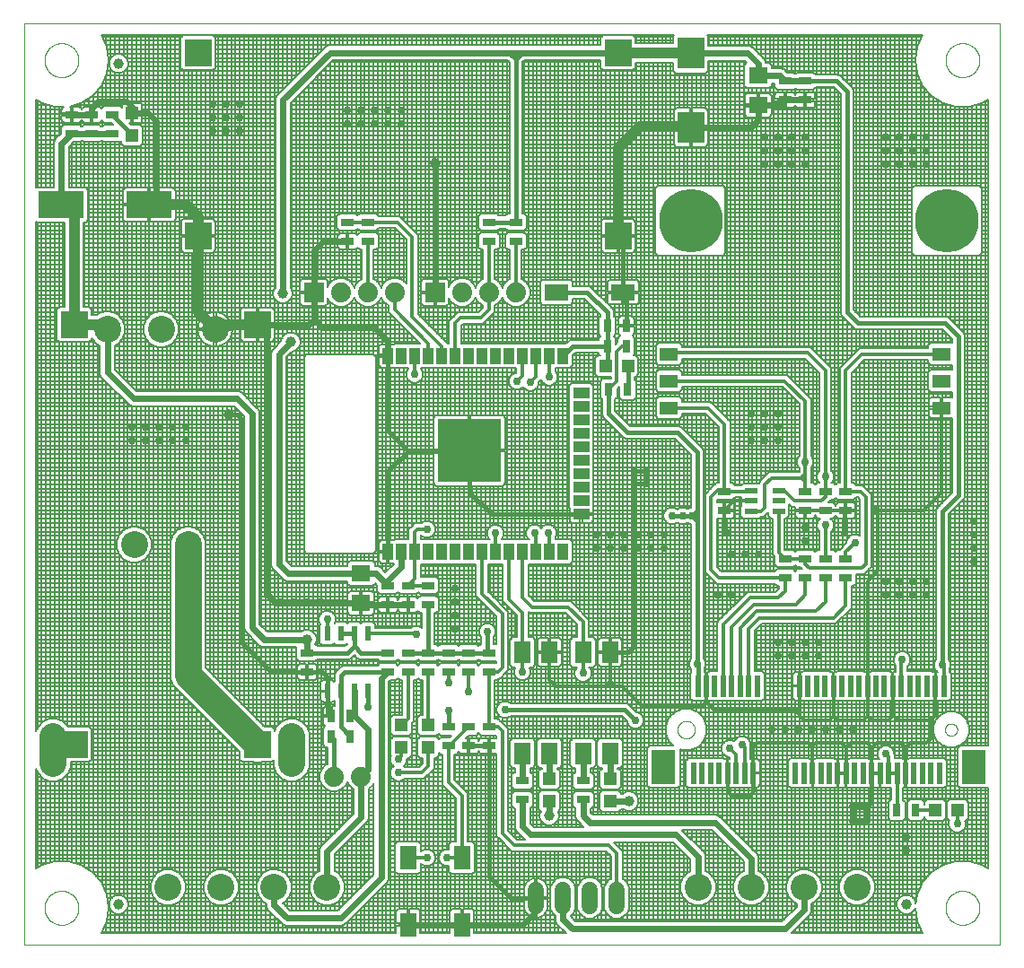
<source format=gtl>
G75*
%MOIN*%
%OFA0B0*%
%FSLAX25Y25*%
%IPPOS*%
%LPD*%
%AMOC8*
5,1,8,0,0,1.08239X$1,22.5*
%
%ADD10C,0.00000*%
%ADD11R,0.04724X0.03150*%
%ADD12R,0.03150X0.04724*%
%ADD13R,0.07087X0.06299*%
%ADD14C,0.10000*%
%ADD15R,0.04528X0.02362*%
%ADD16R,0.02362X0.07874*%
%ADD17R,0.09055X0.12598*%
%ADD18R,0.07400X0.07400*%
%ADD19C,0.07400*%
%ADD20C,0.03937*%
%ADD21R,0.04724X0.04724*%
%ADD22R,0.09055X0.06299*%
%ADD23R,0.06299X0.09055*%
%ADD24C,0.10000*%
%ADD25R,0.02362X0.05512*%
%ADD26R,0.09843X0.09843*%
%ADD27R,0.03937X0.05906*%
%ADD28R,0.05906X0.03937*%
%ADD29R,0.23622X0.23622*%
%ADD30R,0.06693X0.05118*%
%ADD31R,0.16929X0.09843*%
%ADD32C,0.06000*%
%ADD33R,0.06299X0.07874*%
%ADD34R,0.09843X0.11811*%
%ADD35C,0.01200*%
%ADD36C,0.02400*%
%ADD37C,0.01600*%
%ADD38C,0.04000*%
%ADD39C,0.03962*%
%ADD40C,0.02978*%
%ADD41C,0.00787*%
%ADD42C,0.23622*%
%ADD43C,0.05906*%
D10*
X0003220Y0057549D02*
X0003220Y0400069D01*
X0365642Y0400069D01*
X0365642Y0057549D01*
X0003220Y0057549D01*
X0010701Y0071329D02*
X0010703Y0071487D01*
X0010709Y0071645D01*
X0010719Y0071803D01*
X0010733Y0071961D01*
X0010751Y0072118D01*
X0010772Y0072275D01*
X0010798Y0072431D01*
X0010828Y0072587D01*
X0010861Y0072742D01*
X0010899Y0072895D01*
X0010940Y0073048D01*
X0010985Y0073200D01*
X0011034Y0073351D01*
X0011087Y0073500D01*
X0011143Y0073648D01*
X0011203Y0073794D01*
X0011267Y0073939D01*
X0011335Y0074082D01*
X0011406Y0074224D01*
X0011480Y0074364D01*
X0011558Y0074501D01*
X0011640Y0074637D01*
X0011724Y0074771D01*
X0011813Y0074902D01*
X0011904Y0075031D01*
X0011999Y0075158D01*
X0012096Y0075283D01*
X0012197Y0075405D01*
X0012301Y0075524D01*
X0012408Y0075641D01*
X0012518Y0075755D01*
X0012631Y0075866D01*
X0012746Y0075975D01*
X0012864Y0076080D01*
X0012985Y0076182D01*
X0013108Y0076282D01*
X0013234Y0076378D01*
X0013362Y0076471D01*
X0013492Y0076561D01*
X0013625Y0076647D01*
X0013760Y0076731D01*
X0013896Y0076810D01*
X0014035Y0076887D01*
X0014176Y0076959D01*
X0014318Y0077029D01*
X0014462Y0077094D01*
X0014608Y0077156D01*
X0014755Y0077214D01*
X0014904Y0077269D01*
X0015054Y0077320D01*
X0015205Y0077367D01*
X0015357Y0077410D01*
X0015510Y0077449D01*
X0015665Y0077485D01*
X0015820Y0077516D01*
X0015976Y0077544D01*
X0016132Y0077568D01*
X0016289Y0077588D01*
X0016447Y0077604D01*
X0016604Y0077616D01*
X0016763Y0077624D01*
X0016921Y0077628D01*
X0017079Y0077628D01*
X0017237Y0077624D01*
X0017396Y0077616D01*
X0017553Y0077604D01*
X0017711Y0077588D01*
X0017868Y0077568D01*
X0018024Y0077544D01*
X0018180Y0077516D01*
X0018335Y0077485D01*
X0018490Y0077449D01*
X0018643Y0077410D01*
X0018795Y0077367D01*
X0018946Y0077320D01*
X0019096Y0077269D01*
X0019245Y0077214D01*
X0019392Y0077156D01*
X0019538Y0077094D01*
X0019682Y0077029D01*
X0019824Y0076959D01*
X0019965Y0076887D01*
X0020104Y0076810D01*
X0020240Y0076731D01*
X0020375Y0076647D01*
X0020508Y0076561D01*
X0020638Y0076471D01*
X0020766Y0076378D01*
X0020892Y0076282D01*
X0021015Y0076182D01*
X0021136Y0076080D01*
X0021254Y0075975D01*
X0021369Y0075866D01*
X0021482Y0075755D01*
X0021592Y0075641D01*
X0021699Y0075524D01*
X0021803Y0075405D01*
X0021904Y0075283D01*
X0022001Y0075158D01*
X0022096Y0075031D01*
X0022187Y0074902D01*
X0022276Y0074771D01*
X0022360Y0074637D01*
X0022442Y0074501D01*
X0022520Y0074364D01*
X0022594Y0074224D01*
X0022665Y0074082D01*
X0022733Y0073939D01*
X0022797Y0073794D01*
X0022857Y0073648D01*
X0022913Y0073500D01*
X0022966Y0073351D01*
X0023015Y0073200D01*
X0023060Y0073048D01*
X0023101Y0072895D01*
X0023139Y0072742D01*
X0023172Y0072587D01*
X0023202Y0072431D01*
X0023228Y0072275D01*
X0023249Y0072118D01*
X0023267Y0071961D01*
X0023281Y0071803D01*
X0023291Y0071645D01*
X0023297Y0071487D01*
X0023299Y0071329D01*
X0023297Y0071171D01*
X0023291Y0071013D01*
X0023281Y0070855D01*
X0023267Y0070697D01*
X0023249Y0070540D01*
X0023228Y0070383D01*
X0023202Y0070227D01*
X0023172Y0070071D01*
X0023139Y0069916D01*
X0023101Y0069763D01*
X0023060Y0069610D01*
X0023015Y0069458D01*
X0022966Y0069307D01*
X0022913Y0069158D01*
X0022857Y0069010D01*
X0022797Y0068864D01*
X0022733Y0068719D01*
X0022665Y0068576D01*
X0022594Y0068434D01*
X0022520Y0068294D01*
X0022442Y0068157D01*
X0022360Y0068021D01*
X0022276Y0067887D01*
X0022187Y0067756D01*
X0022096Y0067627D01*
X0022001Y0067500D01*
X0021904Y0067375D01*
X0021803Y0067253D01*
X0021699Y0067134D01*
X0021592Y0067017D01*
X0021482Y0066903D01*
X0021369Y0066792D01*
X0021254Y0066683D01*
X0021136Y0066578D01*
X0021015Y0066476D01*
X0020892Y0066376D01*
X0020766Y0066280D01*
X0020638Y0066187D01*
X0020508Y0066097D01*
X0020375Y0066011D01*
X0020240Y0065927D01*
X0020104Y0065848D01*
X0019965Y0065771D01*
X0019824Y0065699D01*
X0019682Y0065629D01*
X0019538Y0065564D01*
X0019392Y0065502D01*
X0019245Y0065444D01*
X0019096Y0065389D01*
X0018946Y0065338D01*
X0018795Y0065291D01*
X0018643Y0065248D01*
X0018490Y0065209D01*
X0018335Y0065173D01*
X0018180Y0065142D01*
X0018024Y0065114D01*
X0017868Y0065090D01*
X0017711Y0065070D01*
X0017553Y0065054D01*
X0017396Y0065042D01*
X0017237Y0065034D01*
X0017079Y0065030D01*
X0016921Y0065030D01*
X0016763Y0065034D01*
X0016604Y0065042D01*
X0016447Y0065054D01*
X0016289Y0065070D01*
X0016132Y0065090D01*
X0015976Y0065114D01*
X0015820Y0065142D01*
X0015665Y0065173D01*
X0015510Y0065209D01*
X0015357Y0065248D01*
X0015205Y0065291D01*
X0015054Y0065338D01*
X0014904Y0065389D01*
X0014755Y0065444D01*
X0014608Y0065502D01*
X0014462Y0065564D01*
X0014318Y0065629D01*
X0014176Y0065699D01*
X0014035Y0065771D01*
X0013896Y0065848D01*
X0013760Y0065927D01*
X0013625Y0066011D01*
X0013492Y0066097D01*
X0013362Y0066187D01*
X0013234Y0066280D01*
X0013108Y0066376D01*
X0012985Y0066476D01*
X0012864Y0066578D01*
X0012746Y0066683D01*
X0012631Y0066792D01*
X0012518Y0066903D01*
X0012408Y0067017D01*
X0012301Y0067134D01*
X0012197Y0067253D01*
X0012096Y0067375D01*
X0011999Y0067500D01*
X0011904Y0067627D01*
X0011813Y0067756D01*
X0011724Y0067887D01*
X0011640Y0068021D01*
X0011558Y0068157D01*
X0011480Y0068294D01*
X0011406Y0068434D01*
X0011335Y0068576D01*
X0011267Y0068719D01*
X0011203Y0068864D01*
X0011143Y0069010D01*
X0011087Y0069158D01*
X0011034Y0069307D01*
X0010985Y0069458D01*
X0010940Y0069610D01*
X0010899Y0069763D01*
X0010861Y0069916D01*
X0010828Y0070071D01*
X0010798Y0070227D01*
X0010772Y0070383D01*
X0010751Y0070540D01*
X0010733Y0070697D01*
X0010719Y0070855D01*
X0010709Y0071013D01*
X0010703Y0071171D01*
X0010701Y0071329D01*
X0245760Y0137549D02*
X0245762Y0137662D01*
X0245768Y0137776D01*
X0245778Y0137889D01*
X0245792Y0138001D01*
X0245809Y0138113D01*
X0245831Y0138224D01*
X0245856Y0138335D01*
X0245886Y0138444D01*
X0245919Y0138553D01*
X0245956Y0138660D01*
X0245997Y0138766D01*
X0246041Y0138870D01*
X0246089Y0138973D01*
X0246140Y0139074D01*
X0246195Y0139173D01*
X0246254Y0139270D01*
X0246315Y0139365D01*
X0246380Y0139458D01*
X0246449Y0139549D01*
X0246520Y0139637D01*
X0246594Y0139722D01*
X0246672Y0139805D01*
X0246752Y0139885D01*
X0246835Y0139963D01*
X0246920Y0140037D01*
X0247008Y0140108D01*
X0247099Y0140177D01*
X0247192Y0140242D01*
X0247287Y0140303D01*
X0247384Y0140362D01*
X0247483Y0140417D01*
X0247584Y0140468D01*
X0247687Y0140516D01*
X0247791Y0140560D01*
X0247897Y0140601D01*
X0248004Y0140638D01*
X0248113Y0140671D01*
X0248222Y0140701D01*
X0248333Y0140726D01*
X0248444Y0140748D01*
X0248556Y0140765D01*
X0248668Y0140779D01*
X0248781Y0140789D01*
X0248895Y0140795D01*
X0249008Y0140797D01*
X0249121Y0140795D01*
X0249235Y0140789D01*
X0249348Y0140779D01*
X0249460Y0140765D01*
X0249572Y0140748D01*
X0249683Y0140726D01*
X0249794Y0140701D01*
X0249903Y0140671D01*
X0250012Y0140638D01*
X0250119Y0140601D01*
X0250225Y0140560D01*
X0250329Y0140516D01*
X0250432Y0140468D01*
X0250533Y0140417D01*
X0250632Y0140362D01*
X0250729Y0140303D01*
X0250824Y0140242D01*
X0250917Y0140177D01*
X0251008Y0140108D01*
X0251096Y0140037D01*
X0251181Y0139963D01*
X0251264Y0139885D01*
X0251344Y0139805D01*
X0251422Y0139722D01*
X0251496Y0139637D01*
X0251567Y0139549D01*
X0251636Y0139458D01*
X0251701Y0139365D01*
X0251762Y0139270D01*
X0251821Y0139173D01*
X0251876Y0139074D01*
X0251927Y0138973D01*
X0251975Y0138870D01*
X0252019Y0138766D01*
X0252060Y0138660D01*
X0252097Y0138553D01*
X0252130Y0138444D01*
X0252160Y0138335D01*
X0252185Y0138224D01*
X0252207Y0138113D01*
X0252224Y0138001D01*
X0252238Y0137889D01*
X0252248Y0137776D01*
X0252254Y0137662D01*
X0252256Y0137549D01*
X0252254Y0137436D01*
X0252248Y0137322D01*
X0252238Y0137209D01*
X0252224Y0137097D01*
X0252207Y0136985D01*
X0252185Y0136874D01*
X0252160Y0136763D01*
X0252130Y0136654D01*
X0252097Y0136545D01*
X0252060Y0136438D01*
X0252019Y0136332D01*
X0251975Y0136228D01*
X0251927Y0136125D01*
X0251876Y0136024D01*
X0251821Y0135925D01*
X0251762Y0135828D01*
X0251701Y0135733D01*
X0251636Y0135640D01*
X0251567Y0135549D01*
X0251496Y0135461D01*
X0251422Y0135376D01*
X0251344Y0135293D01*
X0251264Y0135213D01*
X0251181Y0135135D01*
X0251096Y0135061D01*
X0251008Y0134990D01*
X0250917Y0134921D01*
X0250824Y0134856D01*
X0250729Y0134795D01*
X0250632Y0134736D01*
X0250533Y0134681D01*
X0250432Y0134630D01*
X0250329Y0134582D01*
X0250225Y0134538D01*
X0250119Y0134497D01*
X0250012Y0134460D01*
X0249903Y0134427D01*
X0249794Y0134397D01*
X0249683Y0134372D01*
X0249572Y0134350D01*
X0249460Y0134333D01*
X0249348Y0134319D01*
X0249235Y0134309D01*
X0249121Y0134303D01*
X0249008Y0134301D01*
X0248895Y0134303D01*
X0248781Y0134309D01*
X0248668Y0134319D01*
X0248556Y0134333D01*
X0248444Y0134350D01*
X0248333Y0134372D01*
X0248222Y0134397D01*
X0248113Y0134427D01*
X0248004Y0134460D01*
X0247897Y0134497D01*
X0247791Y0134538D01*
X0247687Y0134582D01*
X0247584Y0134630D01*
X0247483Y0134681D01*
X0247384Y0134736D01*
X0247287Y0134795D01*
X0247192Y0134856D01*
X0247099Y0134921D01*
X0247008Y0134990D01*
X0246920Y0135061D01*
X0246835Y0135135D01*
X0246752Y0135213D01*
X0246672Y0135293D01*
X0246594Y0135376D01*
X0246520Y0135461D01*
X0246449Y0135549D01*
X0246380Y0135640D01*
X0246315Y0135733D01*
X0246254Y0135828D01*
X0246195Y0135925D01*
X0246140Y0136024D01*
X0246089Y0136125D01*
X0246041Y0136228D01*
X0245997Y0136332D01*
X0245956Y0136438D01*
X0245919Y0136545D01*
X0245886Y0136654D01*
X0245856Y0136763D01*
X0245831Y0136874D01*
X0245809Y0136985D01*
X0245792Y0137097D01*
X0245778Y0137209D01*
X0245768Y0137322D01*
X0245762Y0137436D01*
X0245760Y0137549D01*
X0345169Y0137549D02*
X0345171Y0137644D01*
X0345177Y0137738D01*
X0345187Y0137833D01*
X0345201Y0137927D01*
X0345218Y0138020D01*
X0345240Y0138112D01*
X0345266Y0138203D01*
X0345295Y0138294D01*
X0345328Y0138382D01*
X0345365Y0138470D01*
X0345405Y0138556D01*
X0345449Y0138640D01*
X0345496Y0138722D01*
X0345547Y0138802D01*
X0345601Y0138880D01*
X0345659Y0138955D01*
X0345719Y0139028D01*
X0345783Y0139099D01*
X0345849Y0139167D01*
X0345918Y0139231D01*
X0345990Y0139293D01*
X0346064Y0139352D01*
X0346141Y0139408D01*
X0346220Y0139461D01*
X0346301Y0139510D01*
X0346384Y0139555D01*
X0346469Y0139598D01*
X0346556Y0139636D01*
X0346644Y0139671D01*
X0346733Y0139702D01*
X0346824Y0139730D01*
X0346916Y0139753D01*
X0347009Y0139773D01*
X0347102Y0139789D01*
X0347196Y0139801D01*
X0347291Y0139809D01*
X0347386Y0139813D01*
X0347480Y0139813D01*
X0347575Y0139809D01*
X0347670Y0139801D01*
X0347764Y0139789D01*
X0347857Y0139773D01*
X0347950Y0139753D01*
X0348042Y0139730D01*
X0348133Y0139702D01*
X0348222Y0139671D01*
X0348310Y0139636D01*
X0348397Y0139598D01*
X0348482Y0139555D01*
X0348565Y0139510D01*
X0348646Y0139461D01*
X0348725Y0139408D01*
X0348802Y0139352D01*
X0348876Y0139293D01*
X0348948Y0139231D01*
X0349017Y0139167D01*
X0349083Y0139099D01*
X0349147Y0139028D01*
X0349207Y0138955D01*
X0349265Y0138880D01*
X0349319Y0138802D01*
X0349370Y0138722D01*
X0349417Y0138640D01*
X0349461Y0138556D01*
X0349501Y0138470D01*
X0349538Y0138382D01*
X0349571Y0138294D01*
X0349600Y0138203D01*
X0349626Y0138112D01*
X0349648Y0138020D01*
X0349665Y0137927D01*
X0349679Y0137833D01*
X0349689Y0137738D01*
X0349695Y0137644D01*
X0349697Y0137549D01*
X0349695Y0137454D01*
X0349689Y0137360D01*
X0349679Y0137265D01*
X0349665Y0137171D01*
X0349648Y0137078D01*
X0349626Y0136986D01*
X0349600Y0136895D01*
X0349571Y0136804D01*
X0349538Y0136716D01*
X0349501Y0136628D01*
X0349461Y0136542D01*
X0349417Y0136458D01*
X0349370Y0136376D01*
X0349319Y0136296D01*
X0349265Y0136218D01*
X0349207Y0136143D01*
X0349147Y0136070D01*
X0349083Y0135999D01*
X0349017Y0135931D01*
X0348948Y0135867D01*
X0348876Y0135805D01*
X0348802Y0135746D01*
X0348725Y0135690D01*
X0348646Y0135637D01*
X0348565Y0135588D01*
X0348482Y0135543D01*
X0348397Y0135500D01*
X0348310Y0135462D01*
X0348222Y0135427D01*
X0348133Y0135396D01*
X0348042Y0135368D01*
X0347950Y0135345D01*
X0347857Y0135325D01*
X0347764Y0135309D01*
X0347670Y0135297D01*
X0347575Y0135289D01*
X0347480Y0135285D01*
X0347386Y0135285D01*
X0347291Y0135289D01*
X0347196Y0135297D01*
X0347102Y0135309D01*
X0347009Y0135325D01*
X0346916Y0135345D01*
X0346824Y0135368D01*
X0346733Y0135396D01*
X0346644Y0135427D01*
X0346556Y0135462D01*
X0346469Y0135500D01*
X0346384Y0135543D01*
X0346301Y0135588D01*
X0346220Y0135637D01*
X0346141Y0135690D01*
X0346064Y0135746D01*
X0345990Y0135805D01*
X0345918Y0135867D01*
X0345849Y0135931D01*
X0345783Y0135999D01*
X0345719Y0136070D01*
X0345659Y0136143D01*
X0345601Y0136218D01*
X0345547Y0136296D01*
X0345496Y0136376D01*
X0345449Y0136458D01*
X0345405Y0136542D01*
X0345365Y0136628D01*
X0345328Y0136716D01*
X0345295Y0136804D01*
X0345266Y0136895D01*
X0345240Y0136986D01*
X0345218Y0137078D01*
X0345201Y0137171D01*
X0345187Y0137265D01*
X0345177Y0137360D01*
X0345171Y0137454D01*
X0345169Y0137549D01*
X0345347Y0071329D02*
X0345349Y0071487D01*
X0345355Y0071645D01*
X0345365Y0071803D01*
X0345379Y0071961D01*
X0345397Y0072118D01*
X0345418Y0072275D01*
X0345444Y0072431D01*
X0345474Y0072587D01*
X0345507Y0072742D01*
X0345545Y0072895D01*
X0345586Y0073048D01*
X0345631Y0073200D01*
X0345680Y0073351D01*
X0345733Y0073500D01*
X0345789Y0073648D01*
X0345849Y0073794D01*
X0345913Y0073939D01*
X0345981Y0074082D01*
X0346052Y0074224D01*
X0346126Y0074364D01*
X0346204Y0074501D01*
X0346286Y0074637D01*
X0346370Y0074771D01*
X0346459Y0074902D01*
X0346550Y0075031D01*
X0346645Y0075158D01*
X0346742Y0075283D01*
X0346843Y0075405D01*
X0346947Y0075524D01*
X0347054Y0075641D01*
X0347164Y0075755D01*
X0347277Y0075866D01*
X0347392Y0075975D01*
X0347510Y0076080D01*
X0347631Y0076182D01*
X0347754Y0076282D01*
X0347880Y0076378D01*
X0348008Y0076471D01*
X0348138Y0076561D01*
X0348271Y0076647D01*
X0348406Y0076731D01*
X0348542Y0076810D01*
X0348681Y0076887D01*
X0348822Y0076959D01*
X0348964Y0077029D01*
X0349108Y0077094D01*
X0349254Y0077156D01*
X0349401Y0077214D01*
X0349550Y0077269D01*
X0349700Y0077320D01*
X0349851Y0077367D01*
X0350003Y0077410D01*
X0350156Y0077449D01*
X0350311Y0077485D01*
X0350466Y0077516D01*
X0350622Y0077544D01*
X0350778Y0077568D01*
X0350935Y0077588D01*
X0351093Y0077604D01*
X0351250Y0077616D01*
X0351409Y0077624D01*
X0351567Y0077628D01*
X0351725Y0077628D01*
X0351883Y0077624D01*
X0352042Y0077616D01*
X0352199Y0077604D01*
X0352357Y0077588D01*
X0352514Y0077568D01*
X0352670Y0077544D01*
X0352826Y0077516D01*
X0352981Y0077485D01*
X0353136Y0077449D01*
X0353289Y0077410D01*
X0353441Y0077367D01*
X0353592Y0077320D01*
X0353742Y0077269D01*
X0353891Y0077214D01*
X0354038Y0077156D01*
X0354184Y0077094D01*
X0354328Y0077029D01*
X0354470Y0076959D01*
X0354611Y0076887D01*
X0354750Y0076810D01*
X0354886Y0076731D01*
X0355021Y0076647D01*
X0355154Y0076561D01*
X0355284Y0076471D01*
X0355412Y0076378D01*
X0355538Y0076282D01*
X0355661Y0076182D01*
X0355782Y0076080D01*
X0355900Y0075975D01*
X0356015Y0075866D01*
X0356128Y0075755D01*
X0356238Y0075641D01*
X0356345Y0075524D01*
X0356449Y0075405D01*
X0356550Y0075283D01*
X0356647Y0075158D01*
X0356742Y0075031D01*
X0356833Y0074902D01*
X0356922Y0074771D01*
X0357006Y0074637D01*
X0357088Y0074501D01*
X0357166Y0074364D01*
X0357240Y0074224D01*
X0357311Y0074082D01*
X0357379Y0073939D01*
X0357443Y0073794D01*
X0357503Y0073648D01*
X0357559Y0073500D01*
X0357612Y0073351D01*
X0357661Y0073200D01*
X0357706Y0073048D01*
X0357747Y0072895D01*
X0357785Y0072742D01*
X0357818Y0072587D01*
X0357848Y0072431D01*
X0357874Y0072275D01*
X0357895Y0072118D01*
X0357913Y0071961D01*
X0357927Y0071803D01*
X0357937Y0071645D01*
X0357943Y0071487D01*
X0357945Y0071329D01*
X0357943Y0071171D01*
X0357937Y0071013D01*
X0357927Y0070855D01*
X0357913Y0070697D01*
X0357895Y0070540D01*
X0357874Y0070383D01*
X0357848Y0070227D01*
X0357818Y0070071D01*
X0357785Y0069916D01*
X0357747Y0069763D01*
X0357706Y0069610D01*
X0357661Y0069458D01*
X0357612Y0069307D01*
X0357559Y0069158D01*
X0357503Y0069010D01*
X0357443Y0068864D01*
X0357379Y0068719D01*
X0357311Y0068576D01*
X0357240Y0068434D01*
X0357166Y0068294D01*
X0357088Y0068157D01*
X0357006Y0068021D01*
X0356922Y0067887D01*
X0356833Y0067756D01*
X0356742Y0067627D01*
X0356647Y0067500D01*
X0356550Y0067375D01*
X0356449Y0067253D01*
X0356345Y0067134D01*
X0356238Y0067017D01*
X0356128Y0066903D01*
X0356015Y0066792D01*
X0355900Y0066683D01*
X0355782Y0066578D01*
X0355661Y0066476D01*
X0355538Y0066376D01*
X0355412Y0066280D01*
X0355284Y0066187D01*
X0355154Y0066097D01*
X0355021Y0066011D01*
X0354886Y0065927D01*
X0354750Y0065848D01*
X0354611Y0065771D01*
X0354470Y0065699D01*
X0354328Y0065629D01*
X0354184Y0065564D01*
X0354038Y0065502D01*
X0353891Y0065444D01*
X0353742Y0065389D01*
X0353592Y0065338D01*
X0353441Y0065291D01*
X0353289Y0065248D01*
X0353136Y0065209D01*
X0352981Y0065173D01*
X0352826Y0065142D01*
X0352670Y0065114D01*
X0352514Y0065090D01*
X0352357Y0065070D01*
X0352199Y0065054D01*
X0352042Y0065042D01*
X0351883Y0065034D01*
X0351725Y0065030D01*
X0351567Y0065030D01*
X0351409Y0065034D01*
X0351250Y0065042D01*
X0351093Y0065054D01*
X0350935Y0065070D01*
X0350778Y0065090D01*
X0350622Y0065114D01*
X0350466Y0065142D01*
X0350311Y0065173D01*
X0350156Y0065209D01*
X0350003Y0065248D01*
X0349851Y0065291D01*
X0349700Y0065338D01*
X0349550Y0065389D01*
X0349401Y0065444D01*
X0349254Y0065502D01*
X0349108Y0065564D01*
X0348964Y0065629D01*
X0348822Y0065699D01*
X0348681Y0065771D01*
X0348542Y0065848D01*
X0348406Y0065927D01*
X0348271Y0066011D01*
X0348138Y0066097D01*
X0348008Y0066187D01*
X0347880Y0066280D01*
X0347754Y0066376D01*
X0347631Y0066476D01*
X0347510Y0066578D01*
X0347392Y0066683D01*
X0347277Y0066792D01*
X0347164Y0066903D01*
X0347054Y0067017D01*
X0346947Y0067134D01*
X0346843Y0067253D01*
X0346742Y0067375D01*
X0346645Y0067500D01*
X0346550Y0067627D01*
X0346459Y0067756D01*
X0346370Y0067887D01*
X0346286Y0068021D01*
X0346204Y0068157D01*
X0346126Y0068294D01*
X0346052Y0068434D01*
X0345981Y0068576D01*
X0345913Y0068719D01*
X0345849Y0068864D01*
X0345789Y0069010D01*
X0345733Y0069158D01*
X0345680Y0069307D01*
X0345631Y0069458D01*
X0345586Y0069610D01*
X0345545Y0069763D01*
X0345507Y0069916D01*
X0345474Y0070071D01*
X0345444Y0070227D01*
X0345418Y0070383D01*
X0345397Y0070540D01*
X0345379Y0070697D01*
X0345365Y0070855D01*
X0345355Y0071013D01*
X0345349Y0071171D01*
X0345347Y0071329D01*
X0345347Y0386289D02*
X0345349Y0386447D01*
X0345355Y0386605D01*
X0345365Y0386763D01*
X0345379Y0386921D01*
X0345397Y0387078D01*
X0345418Y0387235D01*
X0345444Y0387391D01*
X0345474Y0387547D01*
X0345507Y0387702D01*
X0345545Y0387855D01*
X0345586Y0388008D01*
X0345631Y0388160D01*
X0345680Y0388311D01*
X0345733Y0388460D01*
X0345789Y0388608D01*
X0345849Y0388754D01*
X0345913Y0388899D01*
X0345981Y0389042D01*
X0346052Y0389184D01*
X0346126Y0389324D01*
X0346204Y0389461D01*
X0346286Y0389597D01*
X0346370Y0389731D01*
X0346459Y0389862D01*
X0346550Y0389991D01*
X0346645Y0390118D01*
X0346742Y0390243D01*
X0346843Y0390365D01*
X0346947Y0390484D01*
X0347054Y0390601D01*
X0347164Y0390715D01*
X0347277Y0390826D01*
X0347392Y0390935D01*
X0347510Y0391040D01*
X0347631Y0391142D01*
X0347754Y0391242D01*
X0347880Y0391338D01*
X0348008Y0391431D01*
X0348138Y0391521D01*
X0348271Y0391607D01*
X0348406Y0391691D01*
X0348542Y0391770D01*
X0348681Y0391847D01*
X0348822Y0391919D01*
X0348964Y0391989D01*
X0349108Y0392054D01*
X0349254Y0392116D01*
X0349401Y0392174D01*
X0349550Y0392229D01*
X0349700Y0392280D01*
X0349851Y0392327D01*
X0350003Y0392370D01*
X0350156Y0392409D01*
X0350311Y0392445D01*
X0350466Y0392476D01*
X0350622Y0392504D01*
X0350778Y0392528D01*
X0350935Y0392548D01*
X0351093Y0392564D01*
X0351250Y0392576D01*
X0351409Y0392584D01*
X0351567Y0392588D01*
X0351725Y0392588D01*
X0351883Y0392584D01*
X0352042Y0392576D01*
X0352199Y0392564D01*
X0352357Y0392548D01*
X0352514Y0392528D01*
X0352670Y0392504D01*
X0352826Y0392476D01*
X0352981Y0392445D01*
X0353136Y0392409D01*
X0353289Y0392370D01*
X0353441Y0392327D01*
X0353592Y0392280D01*
X0353742Y0392229D01*
X0353891Y0392174D01*
X0354038Y0392116D01*
X0354184Y0392054D01*
X0354328Y0391989D01*
X0354470Y0391919D01*
X0354611Y0391847D01*
X0354750Y0391770D01*
X0354886Y0391691D01*
X0355021Y0391607D01*
X0355154Y0391521D01*
X0355284Y0391431D01*
X0355412Y0391338D01*
X0355538Y0391242D01*
X0355661Y0391142D01*
X0355782Y0391040D01*
X0355900Y0390935D01*
X0356015Y0390826D01*
X0356128Y0390715D01*
X0356238Y0390601D01*
X0356345Y0390484D01*
X0356449Y0390365D01*
X0356550Y0390243D01*
X0356647Y0390118D01*
X0356742Y0389991D01*
X0356833Y0389862D01*
X0356922Y0389731D01*
X0357006Y0389597D01*
X0357088Y0389461D01*
X0357166Y0389324D01*
X0357240Y0389184D01*
X0357311Y0389042D01*
X0357379Y0388899D01*
X0357443Y0388754D01*
X0357503Y0388608D01*
X0357559Y0388460D01*
X0357612Y0388311D01*
X0357661Y0388160D01*
X0357706Y0388008D01*
X0357747Y0387855D01*
X0357785Y0387702D01*
X0357818Y0387547D01*
X0357848Y0387391D01*
X0357874Y0387235D01*
X0357895Y0387078D01*
X0357913Y0386921D01*
X0357927Y0386763D01*
X0357937Y0386605D01*
X0357943Y0386447D01*
X0357945Y0386289D01*
X0357943Y0386131D01*
X0357937Y0385973D01*
X0357927Y0385815D01*
X0357913Y0385657D01*
X0357895Y0385500D01*
X0357874Y0385343D01*
X0357848Y0385187D01*
X0357818Y0385031D01*
X0357785Y0384876D01*
X0357747Y0384723D01*
X0357706Y0384570D01*
X0357661Y0384418D01*
X0357612Y0384267D01*
X0357559Y0384118D01*
X0357503Y0383970D01*
X0357443Y0383824D01*
X0357379Y0383679D01*
X0357311Y0383536D01*
X0357240Y0383394D01*
X0357166Y0383254D01*
X0357088Y0383117D01*
X0357006Y0382981D01*
X0356922Y0382847D01*
X0356833Y0382716D01*
X0356742Y0382587D01*
X0356647Y0382460D01*
X0356550Y0382335D01*
X0356449Y0382213D01*
X0356345Y0382094D01*
X0356238Y0381977D01*
X0356128Y0381863D01*
X0356015Y0381752D01*
X0355900Y0381643D01*
X0355782Y0381538D01*
X0355661Y0381436D01*
X0355538Y0381336D01*
X0355412Y0381240D01*
X0355284Y0381147D01*
X0355154Y0381057D01*
X0355021Y0380971D01*
X0354886Y0380887D01*
X0354750Y0380808D01*
X0354611Y0380731D01*
X0354470Y0380659D01*
X0354328Y0380589D01*
X0354184Y0380524D01*
X0354038Y0380462D01*
X0353891Y0380404D01*
X0353742Y0380349D01*
X0353592Y0380298D01*
X0353441Y0380251D01*
X0353289Y0380208D01*
X0353136Y0380169D01*
X0352981Y0380133D01*
X0352826Y0380102D01*
X0352670Y0380074D01*
X0352514Y0380050D01*
X0352357Y0380030D01*
X0352199Y0380014D01*
X0352042Y0380002D01*
X0351883Y0379994D01*
X0351725Y0379990D01*
X0351567Y0379990D01*
X0351409Y0379994D01*
X0351250Y0380002D01*
X0351093Y0380014D01*
X0350935Y0380030D01*
X0350778Y0380050D01*
X0350622Y0380074D01*
X0350466Y0380102D01*
X0350311Y0380133D01*
X0350156Y0380169D01*
X0350003Y0380208D01*
X0349851Y0380251D01*
X0349700Y0380298D01*
X0349550Y0380349D01*
X0349401Y0380404D01*
X0349254Y0380462D01*
X0349108Y0380524D01*
X0348964Y0380589D01*
X0348822Y0380659D01*
X0348681Y0380731D01*
X0348542Y0380808D01*
X0348406Y0380887D01*
X0348271Y0380971D01*
X0348138Y0381057D01*
X0348008Y0381147D01*
X0347880Y0381240D01*
X0347754Y0381336D01*
X0347631Y0381436D01*
X0347510Y0381538D01*
X0347392Y0381643D01*
X0347277Y0381752D01*
X0347164Y0381863D01*
X0347054Y0381977D01*
X0346947Y0382094D01*
X0346843Y0382213D01*
X0346742Y0382335D01*
X0346645Y0382460D01*
X0346550Y0382587D01*
X0346459Y0382716D01*
X0346370Y0382847D01*
X0346286Y0382981D01*
X0346204Y0383117D01*
X0346126Y0383254D01*
X0346052Y0383394D01*
X0345981Y0383536D01*
X0345913Y0383679D01*
X0345849Y0383824D01*
X0345789Y0383970D01*
X0345733Y0384118D01*
X0345680Y0384267D01*
X0345631Y0384418D01*
X0345586Y0384570D01*
X0345545Y0384723D01*
X0345507Y0384876D01*
X0345474Y0385031D01*
X0345444Y0385187D01*
X0345418Y0385343D01*
X0345397Y0385500D01*
X0345379Y0385657D01*
X0345365Y0385815D01*
X0345355Y0385973D01*
X0345349Y0386131D01*
X0345347Y0386289D01*
X0010701Y0386289D02*
X0010703Y0386447D01*
X0010709Y0386605D01*
X0010719Y0386763D01*
X0010733Y0386921D01*
X0010751Y0387078D01*
X0010772Y0387235D01*
X0010798Y0387391D01*
X0010828Y0387547D01*
X0010861Y0387702D01*
X0010899Y0387855D01*
X0010940Y0388008D01*
X0010985Y0388160D01*
X0011034Y0388311D01*
X0011087Y0388460D01*
X0011143Y0388608D01*
X0011203Y0388754D01*
X0011267Y0388899D01*
X0011335Y0389042D01*
X0011406Y0389184D01*
X0011480Y0389324D01*
X0011558Y0389461D01*
X0011640Y0389597D01*
X0011724Y0389731D01*
X0011813Y0389862D01*
X0011904Y0389991D01*
X0011999Y0390118D01*
X0012096Y0390243D01*
X0012197Y0390365D01*
X0012301Y0390484D01*
X0012408Y0390601D01*
X0012518Y0390715D01*
X0012631Y0390826D01*
X0012746Y0390935D01*
X0012864Y0391040D01*
X0012985Y0391142D01*
X0013108Y0391242D01*
X0013234Y0391338D01*
X0013362Y0391431D01*
X0013492Y0391521D01*
X0013625Y0391607D01*
X0013760Y0391691D01*
X0013896Y0391770D01*
X0014035Y0391847D01*
X0014176Y0391919D01*
X0014318Y0391989D01*
X0014462Y0392054D01*
X0014608Y0392116D01*
X0014755Y0392174D01*
X0014904Y0392229D01*
X0015054Y0392280D01*
X0015205Y0392327D01*
X0015357Y0392370D01*
X0015510Y0392409D01*
X0015665Y0392445D01*
X0015820Y0392476D01*
X0015976Y0392504D01*
X0016132Y0392528D01*
X0016289Y0392548D01*
X0016447Y0392564D01*
X0016604Y0392576D01*
X0016763Y0392584D01*
X0016921Y0392588D01*
X0017079Y0392588D01*
X0017237Y0392584D01*
X0017396Y0392576D01*
X0017553Y0392564D01*
X0017711Y0392548D01*
X0017868Y0392528D01*
X0018024Y0392504D01*
X0018180Y0392476D01*
X0018335Y0392445D01*
X0018490Y0392409D01*
X0018643Y0392370D01*
X0018795Y0392327D01*
X0018946Y0392280D01*
X0019096Y0392229D01*
X0019245Y0392174D01*
X0019392Y0392116D01*
X0019538Y0392054D01*
X0019682Y0391989D01*
X0019824Y0391919D01*
X0019965Y0391847D01*
X0020104Y0391770D01*
X0020240Y0391691D01*
X0020375Y0391607D01*
X0020508Y0391521D01*
X0020638Y0391431D01*
X0020766Y0391338D01*
X0020892Y0391242D01*
X0021015Y0391142D01*
X0021136Y0391040D01*
X0021254Y0390935D01*
X0021369Y0390826D01*
X0021482Y0390715D01*
X0021592Y0390601D01*
X0021699Y0390484D01*
X0021803Y0390365D01*
X0021904Y0390243D01*
X0022001Y0390118D01*
X0022096Y0389991D01*
X0022187Y0389862D01*
X0022276Y0389731D01*
X0022360Y0389597D01*
X0022442Y0389461D01*
X0022520Y0389324D01*
X0022594Y0389184D01*
X0022665Y0389042D01*
X0022733Y0388899D01*
X0022797Y0388754D01*
X0022857Y0388608D01*
X0022913Y0388460D01*
X0022966Y0388311D01*
X0023015Y0388160D01*
X0023060Y0388008D01*
X0023101Y0387855D01*
X0023139Y0387702D01*
X0023172Y0387547D01*
X0023202Y0387391D01*
X0023228Y0387235D01*
X0023249Y0387078D01*
X0023267Y0386921D01*
X0023281Y0386763D01*
X0023291Y0386605D01*
X0023297Y0386447D01*
X0023299Y0386289D01*
X0023297Y0386131D01*
X0023291Y0385973D01*
X0023281Y0385815D01*
X0023267Y0385657D01*
X0023249Y0385500D01*
X0023228Y0385343D01*
X0023202Y0385187D01*
X0023172Y0385031D01*
X0023139Y0384876D01*
X0023101Y0384723D01*
X0023060Y0384570D01*
X0023015Y0384418D01*
X0022966Y0384267D01*
X0022913Y0384118D01*
X0022857Y0383970D01*
X0022797Y0383824D01*
X0022733Y0383679D01*
X0022665Y0383536D01*
X0022594Y0383394D01*
X0022520Y0383254D01*
X0022442Y0383117D01*
X0022360Y0382981D01*
X0022276Y0382847D01*
X0022187Y0382716D01*
X0022096Y0382587D01*
X0022001Y0382460D01*
X0021904Y0382335D01*
X0021803Y0382213D01*
X0021699Y0382094D01*
X0021592Y0381977D01*
X0021482Y0381863D01*
X0021369Y0381752D01*
X0021254Y0381643D01*
X0021136Y0381538D01*
X0021015Y0381436D01*
X0020892Y0381336D01*
X0020766Y0381240D01*
X0020638Y0381147D01*
X0020508Y0381057D01*
X0020375Y0380971D01*
X0020240Y0380887D01*
X0020104Y0380808D01*
X0019965Y0380731D01*
X0019824Y0380659D01*
X0019682Y0380589D01*
X0019538Y0380524D01*
X0019392Y0380462D01*
X0019245Y0380404D01*
X0019096Y0380349D01*
X0018946Y0380298D01*
X0018795Y0380251D01*
X0018643Y0380208D01*
X0018490Y0380169D01*
X0018335Y0380133D01*
X0018180Y0380102D01*
X0018024Y0380074D01*
X0017868Y0380050D01*
X0017711Y0380030D01*
X0017553Y0380014D01*
X0017396Y0380002D01*
X0017237Y0379994D01*
X0017079Y0379990D01*
X0016921Y0379990D01*
X0016763Y0379994D01*
X0016604Y0380002D01*
X0016447Y0380014D01*
X0016289Y0380030D01*
X0016132Y0380050D01*
X0015976Y0380074D01*
X0015820Y0380102D01*
X0015665Y0380133D01*
X0015510Y0380169D01*
X0015357Y0380208D01*
X0015205Y0380251D01*
X0015054Y0380298D01*
X0014904Y0380349D01*
X0014755Y0380404D01*
X0014608Y0380462D01*
X0014462Y0380524D01*
X0014318Y0380589D01*
X0014176Y0380659D01*
X0014035Y0380731D01*
X0013896Y0380808D01*
X0013760Y0380887D01*
X0013625Y0380971D01*
X0013492Y0381057D01*
X0013362Y0381147D01*
X0013234Y0381240D01*
X0013108Y0381336D01*
X0012985Y0381436D01*
X0012864Y0381538D01*
X0012746Y0381643D01*
X0012631Y0381752D01*
X0012518Y0381863D01*
X0012408Y0381977D01*
X0012301Y0382094D01*
X0012197Y0382213D01*
X0012096Y0382335D01*
X0011999Y0382460D01*
X0011904Y0382587D01*
X0011813Y0382716D01*
X0011724Y0382847D01*
X0011640Y0382981D01*
X0011558Y0383117D01*
X0011480Y0383254D01*
X0011406Y0383394D01*
X0011335Y0383536D01*
X0011267Y0383679D01*
X0011203Y0383824D01*
X0011143Y0383970D01*
X0011087Y0384118D01*
X0011034Y0384267D01*
X0010985Y0384418D01*
X0010940Y0384570D01*
X0010899Y0384723D01*
X0010861Y0384876D01*
X0010828Y0385031D01*
X0010798Y0385187D01*
X0010772Y0385343D01*
X0010751Y0385500D01*
X0010733Y0385657D01*
X0010719Y0385815D01*
X0010709Y0385973D01*
X0010703Y0386131D01*
X0010701Y0386289D01*
D11*
X0020720Y0366093D03*
X0020720Y0359006D03*
X0028220Y0359006D03*
X0028220Y0366093D03*
X0035720Y0366093D03*
X0035720Y0359006D03*
X0123220Y0326093D03*
X0123220Y0319006D03*
X0130720Y0319006D03*
X0130720Y0326093D03*
X0175720Y0326093D03*
X0175720Y0319006D03*
X0185720Y0319006D03*
X0185720Y0326093D03*
X0263220Y0226093D03*
X0263220Y0219006D03*
X0285720Y0201093D03*
X0285720Y0194006D03*
X0293220Y0194006D03*
X0293220Y0201093D03*
X0300720Y0201093D03*
X0300720Y0194006D03*
X0308220Y0194006D03*
X0308220Y0201093D03*
X0308220Y0219006D03*
X0308220Y0226093D03*
X0300720Y0226093D03*
X0300720Y0219006D03*
X0293220Y0219006D03*
X0293220Y0226093D03*
X0210720Y0118593D03*
X0210720Y0111506D03*
X0188220Y0111506D03*
X0188220Y0118593D03*
X0175720Y0131506D03*
X0175720Y0138593D03*
X0168220Y0138593D03*
X0168220Y0131506D03*
X0160720Y0131506D03*
X0160720Y0138593D03*
X0160720Y0159006D03*
X0160720Y0166093D03*
X0153220Y0166093D03*
X0153220Y0159006D03*
X0145720Y0159006D03*
X0145720Y0166093D03*
X0138220Y0166093D03*
X0138220Y0159006D03*
X0138220Y0184006D03*
X0138220Y0191093D03*
X0145720Y0191093D03*
X0145720Y0184006D03*
X0153220Y0184006D03*
X0153220Y0191093D03*
X0168220Y0166093D03*
X0168220Y0159006D03*
X0175720Y0159006D03*
X0175720Y0166093D03*
X0108220Y0166093D03*
X0108220Y0159006D03*
X0285720Y0371506D03*
X0285720Y0378593D03*
X0293220Y0378593D03*
X0293220Y0371506D03*
D12*
X0226764Y0287549D03*
X0219677Y0287549D03*
X0219677Y0280049D03*
X0226764Y0280049D03*
X0227264Y0264049D03*
X0220177Y0264049D03*
X0124264Y0142549D03*
X0117177Y0142549D03*
X0117177Y0135049D03*
X0124264Y0135049D03*
X0327177Y0107549D03*
X0334264Y0107549D03*
D13*
X0128220Y0184537D03*
X0128220Y0195561D03*
X0275720Y0369537D03*
X0275720Y0380561D03*
D14*
X0064008Y0206230D02*
X0064008Y0157762D01*
X0089720Y0132049D01*
X0102520Y0135049D02*
X0102520Y0125049D01*
X0013920Y0125049D02*
X0013920Y0135049D01*
D15*
X0273102Y0218809D03*
X0273102Y0222549D03*
X0273102Y0226289D03*
X0283339Y0226289D03*
X0283339Y0222549D03*
X0283339Y0218809D03*
D16*
X0291134Y0153691D03*
X0294283Y0153691D03*
X0297433Y0153691D03*
X0300583Y0153691D03*
X0303732Y0153691D03*
X0306882Y0153691D03*
X0310031Y0153691D03*
X0313181Y0153691D03*
X0316331Y0153691D03*
X0319480Y0153691D03*
X0322630Y0153691D03*
X0325780Y0153691D03*
X0328929Y0153691D03*
X0332079Y0153691D03*
X0335228Y0153691D03*
X0338378Y0153691D03*
X0341528Y0153691D03*
X0344677Y0153691D03*
X0343102Y0121407D03*
X0339953Y0121407D03*
X0336803Y0121407D03*
X0333654Y0121407D03*
X0330504Y0121407D03*
X0327354Y0121407D03*
X0324205Y0121407D03*
X0321055Y0121407D03*
X0317906Y0121407D03*
X0314756Y0121407D03*
X0311606Y0121407D03*
X0308457Y0121407D03*
X0305307Y0121407D03*
X0302157Y0121407D03*
X0299008Y0121407D03*
X0295858Y0121407D03*
X0292709Y0121407D03*
X0289559Y0121407D03*
X0273811Y0121407D03*
X0270661Y0121407D03*
X0267512Y0121407D03*
X0264362Y0121407D03*
X0261213Y0121407D03*
X0258063Y0121407D03*
X0254913Y0121407D03*
X0251764Y0121407D03*
X0253339Y0153691D03*
X0256488Y0153691D03*
X0259638Y0153691D03*
X0262787Y0153691D03*
X0265937Y0153691D03*
X0269087Y0153691D03*
X0272236Y0153691D03*
X0275386Y0153691D03*
D17*
X0240543Y0123770D03*
X0355898Y0123770D03*
D18*
X0155720Y0300049D03*
X0110720Y0300049D03*
D19*
X0120720Y0300049D03*
X0130720Y0300049D03*
X0140720Y0300049D03*
X0165720Y0300049D03*
X0175720Y0300049D03*
X0185720Y0300049D03*
X0128220Y0120049D03*
X0118220Y0120049D03*
D20*
X0038220Y0072549D03*
X0038220Y0385049D03*
X0330720Y0072549D03*
D21*
X0341587Y0107549D03*
X0349854Y0107549D03*
X0220720Y0110915D03*
X0220720Y0119183D03*
X0198220Y0119183D03*
X0198220Y0110915D03*
X0153220Y0130915D03*
X0153220Y0139183D03*
X0143220Y0139183D03*
X0143220Y0130915D03*
X0219087Y0272549D03*
X0227354Y0272549D03*
X0043220Y0358415D03*
X0043220Y0366683D03*
D22*
X0200819Y0300049D03*
X0225622Y0300049D03*
D23*
X0165720Y0089951D03*
X0145720Y0089951D03*
X0145720Y0065148D03*
X0165720Y0065148D03*
D24*
X0115646Y0079006D03*
X0095961Y0079006D03*
X0076276Y0079006D03*
X0056591Y0079006D03*
X0064008Y0206230D03*
X0044008Y0206230D03*
X0054008Y0286230D03*
X0034008Y0286230D03*
X0074008Y0286230D03*
X0253441Y0079006D03*
X0273126Y0079006D03*
X0292811Y0079006D03*
X0312496Y0079006D03*
D25*
X0130720Y0151919D03*
X0125720Y0151919D03*
X0120720Y0151919D03*
X0115720Y0151919D03*
X0115720Y0173179D03*
X0120720Y0173179D03*
X0125720Y0173179D03*
X0130720Y0173179D03*
D26*
X0089720Y0132049D03*
X0021720Y0132049D03*
X0021720Y0288049D03*
X0067720Y0321049D03*
X0089720Y0288049D03*
X0067720Y0389049D03*
X0223720Y0389049D03*
X0223720Y0321049D03*
D27*
X0203161Y0276467D03*
X0198161Y0276467D03*
X0193161Y0276467D03*
X0188161Y0276467D03*
X0183161Y0276467D03*
X0178161Y0276467D03*
X0173161Y0276467D03*
X0168161Y0276467D03*
X0163161Y0276467D03*
X0158161Y0276467D03*
X0153161Y0276467D03*
X0148161Y0276467D03*
X0143161Y0276467D03*
X0138161Y0276467D03*
X0138161Y0203632D03*
X0143161Y0203632D03*
X0148161Y0203632D03*
X0153161Y0203632D03*
X0158161Y0203632D03*
X0163161Y0203632D03*
X0168161Y0203632D03*
X0173161Y0203632D03*
X0178161Y0203632D03*
X0183161Y0203632D03*
X0188161Y0203632D03*
X0193161Y0203632D03*
X0198161Y0203632D03*
X0203161Y0203632D03*
D28*
X0210012Y0217608D03*
X0210012Y0222608D03*
X0210012Y0227608D03*
X0210012Y0232608D03*
X0210012Y0237608D03*
X0210012Y0242608D03*
X0210012Y0247608D03*
X0210012Y0252608D03*
X0210012Y0257608D03*
X0210012Y0262608D03*
D29*
X0168476Y0241230D03*
D30*
X0242630Y0257136D03*
X0242630Y0267136D03*
X0242630Y0277136D03*
X0343811Y0277136D03*
X0343811Y0267136D03*
X0343811Y0257136D03*
D31*
X0049559Y0332549D03*
X0016882Y0332549D03*
D32*
X0193220Y0078049D02*
X0193220Y0072049D01*
X0203220Y0072049D02*
X0203220Y0078049D01*
X0213220Y0078049D02*
X0213220Y0072049D01*
X0223220Y0072049D02*
X0223220Y0078049D01*
D33*
X0220720Y0128770D03*
X0210720Y0128770D03*
X0198220Y0128770D03*
X0188220Y0128770D03*
X0188220Y0166329D03*
X0198220Y0166329D03*
X0210720Y0166329D03*
X0220720Y0166329D03*
D34*
X0250720Y0361270D03*
X0250720Y0388829D03*
D35*
X0185720Y0319006D02*
X0185720Y0300049D01*
X0175720Y0300049D02*
X0175720Y0293549D01*
X0172720Y0290549D01*
X0165220Y0290549D01*
X0163161Y0288490D01*
X0163161Y0276467D01*
X0158161Y0276467D02*
X0158161Y0280108D01*
X0147220Y0291049D01*
X0147220Y0320549D01*
X0141677Y0326093D01*
X0130720Y0326093D01*
X0123220Y0326093D01*
X0130720Y0319006D02*
X0130720Y0300049D01*
X0140720Y0300049D02*
X0140720Y0293549D01*
X0153161Y0281108D01*
X0153161Y0276467D01*
X0148161Y0276467D02*
X0148161Y0269608D01*
X0148220Y0269549D01*
X0175720Y0300049D02*
X0175720Y0319006D01*
X0188161Y0276467D02*
X0188161Y0268990D01*
X0186220Y0267049D01*
X0191220Y0266549D02*
X0193161Y0268490D01*
X0193161Y0276467D01*
X0198161Y0276467D02*
X0198161Y0268608D01*
X0198220Y0268549D01*
X0220177Y0264049D02*
X0223220Y0267093D01*
X0223220Y0278049D01*
X0225220Y0280049D01*
X0226764Y0280049D01*
X0242630Y0277136D02*
X0243043Y0277549D01*
X0294220Y0277549D01*
X0300720Y0271049D01*
X0300720Y0231549D01*
X0300720Y0226093D01*
X0300720Y0224049D01*
X0299220Y0222549D01*
X0289220Y0222549D01*
X0285480Y0226289D01*
X0283339Y0226289D01*
X0280720Y0231049D02*
X0291720Y0231049D01*
X0293220Y0229549D01*
X0293220Y0231049D01*
X0291720Y0231049D01*
X0293220Y0232549D01*
X0293220Y0237049D01*
X0293220Y0259549D01*
X0285634Y0267136D01*
X0242630Y0267136D01*
X0242630Y0257136D02*
X0257134Y0257136D01*
X0263220Y0251049D01*
X0263220Y0226549D01*
X0260720Y0226549D01*
X0258220Y0224049D01*
X0258220Y0197049D01*
X0261264Y0194006D01*
X0285720Y0194006D01*
X0285720Y0189049D01*
X0283220Y0186549D01*
X0272720Y0186549D01*
X0262787Y0176616D01*
X0262787Y0153691D01*
X0265937Y0153691D02*
X0265937Y0175766D01*
X0274220Y0184049D01*
X0289720Y0184049D01*
X0293220Y0187549D01*
X0293220Y0194006D01*
X0294720Y0197549D02*
X0314220Y0197549D01*
X0315720Y0199049D01*
X0315720Y0224049D01*
X0313677Y0226093D01*
X0308220Y0226093D01*
X0308220Y0271049D01*
X0314307Y0277136D01*
X0343811Y0277136D01*
X0343811Y0257136D02*
X0343811Y0225640D01*
X0337220Y0219049D01*
X0320220Y0219049D01*
X0320220Y0196549D01*
X0316331Y0192659D01*
X0316331Y0153691D01*
X0316331Y0142659D01*
X0317941Y0141049D01*
X0324220Y0141049D01*
X0325780Y0142608D01*
X0325780Y0142990D01*
X0327720Y0141049D01*
X0339720Y0141049D01*
X0339720Y0134049D01*
X0338220Y0132549D01*
X0332287Y0132549D01*
X0330504Y0130766D01*
X0328720Y0132549D01*
X0319720Y0132549D01*
X0317906Y0130734D01*
X0317906Y0130864D01*
X0316220Y0132549D01*
X0310193Y0132549D01*
X0308457Y0130813D01*
X0306720Y0132549D01*
X0297220Y0132549D01*
X0295858Y0131187D01*
X0294496Y0132549D01*
X0275220Y0132549D01*
X0273811Y0131140D01*
X0273811Y0121407D01*
X0274220Y0120998D01*
X0274220Y0114549D01*
X0272720Y0113049D01*
X0265720Y0113049D01*
X0264362Y0114407D01*
X0264362Y0121407D01*
X0267512Y0121407D02*
X0267512Y0128258D01*
X0265220Y0130549D01*
X0269720Y0132049D02*
X0270661Y0131108D01*
X0270661Y0121407D01*
X0259720Y0144549D02*
X0256488Y0147781D01*
X0256488Y0153691D01*
X0256488Y0147817D01*
X0254720Y0146049D01*
X0232720Y0146049D01*
X0225220Y0153549D01*
X0222720Y0153549D01*
X0220720Y0155549D01*
X0218720Y0153549D01*
X0200720Y0153549D01*
X0198220Y0156049D01*
X0198220Y0166329D01*
X0188220Y0166329D02*
X0188220Y0159049D01*
X0188220Y0166329D02*
X0188220Y0181049D01*
X0183161Y0186108D01*
X0183161Y0203632D01*
X0178220Y0203691D02*
X0178161Y0203632D01*
X0178220Y0203691D02*
X0178220Y0210549D01*
X0173161Y0203632D02*
X0173161Y0188108D01*
X0180720Y0180549D01*
X0180720Y0160549D01*
X0179177Y0159006D01*
X0175720Y0159006D01*
X0175720Y0138593D01*
X0179177Y0138593D01*
X0180720Y0137049D01*
X0180720Y0099049D01*
X0185220Y0094549D01*
X0220220Y0094549D01*
X0223220Y0091549D01*
X0223220Y0075049D01*
X0175720Y0131506D02*
X0168220Y0131506D01*
X0161134Y0131506D02*
X0168220Y0138593D01*
X0161134Y0131506D02*
X0160720Y0131506D01*
X0160720Y0118049D01*
X0165720Y0113049D01*
X0165720Y0089951D01*
X0160319Y0089951D01*
X0160220Y0090049D01*
X0152720Y0090049D02*
X0145819Y0090049D01*
X0145720Y0089951D01*
X0142220Y0121549D02*
X0150720Y0121549D01*
X0153220Y0124049D01*
X0153220Y0130915D01*
X0153220Y0139183D02*
X0153220Y0159006D01*
X0145720Y0159006D02*
X0145720Y0141683D01*
X0143220Y0139183D01*
X0143220Y0130915D02*
X0143220Y0127549D01*
X0142220Y0126549D01*
X0160720Y0155049D02*
X0160720Y0159006D01*
X0168220Y0159006D02*
X0168220Y0151549D01*
X0148720Y0173049D02*
X0148591Y0173179D01*
X0130720Y0173179D01*
X0115720Y0173179D02*
X0115720Y0178549D01*
X0145720Y0191093D02*
X0153220Y0191093D01*
X0148161Y0193533D02*
X0148161Y0203632D01*
X0148161Y0210990D01*
X0149220Y0212049D01*
X0152720Y0212049D01*
X0148161Y0193533D02*
X0145720Y0191093D01*
X0188161Y0186608D02*
X0191720Y0183049D01*
X0205220Y0183049D01*
X0210720Y0177549D01*
X0210720Y0166329D01*
X0210720Y0158549D01*
X0218720Y0153549D02*
X0220720Y0153549D01*
X0220720Y0155549D01*
X0220720Y0166329D01*
X0220720Y0153549D02*
X0222720Y0153549D01*
X0188161Y0186608D02*
X0188161Y0203632D01*
X0193161Y0203632D02*
X0193161Y0210108D01*
X0192720Y0210549D01*
X0197720Y0210549D02*
X0198161Y0210108D01*
X0198161Y0203632D01*
X0259720Y0144549D02*
X0289720Y0144549D01*
X0291220Y0143049D01*
X0291220Y0144549D01*
X0291220Y0146049D01*
X0289720Y0144549D01*
X0291220Y0144549D01*
X0291220Y0143049D02*
X0291220Y0142549D01*
X0292720Y0141049D01*
X0302244Y0141049D01*
X0303732Y0142537D01*
X0305220Y0141049D01*
X0314720Y0141049D01*
X0316331Y0142659D01*
X0325780Y0142990D02*
X0325780Y0153691D01*
X0328929Y0153691D02*
X0328929Y0163258D01*
X0329220Y0163549D01*
X0341528Y0153691D02*
X0341528Y0142856D01*
X0339720Y0141049D01*
X0330504Y0130766D02*
X0330504Y0121407D01*
X0327354Y0121407D02*
X0327354Y0107726D01*
X0327177Y0107549D01*
X0334264Y0107549D02*
X0341587Y0107549D01*
X0349854Y0107549D02*
X0349854Y0102683D01*
X0349720Y0102549D01*
X0327354Y0121407D02*
X0324205Y0121407D01*
X0324205Y0127565D01*
X0323220Y0128549D01*
X0317906Y0130734D02*
X0317906Y0121407D01*
X0321055Y0121407D01*
X0308457Y0121407D02*
X0308457Y0130813D01*
X0308457Y0121407D02*
X0305307Y0121407D01*
X0295858Y0121407D02*
X0295858Y0131187D01*
X0303732Y0142537D02*
X0303732Y0153691D01*
X0291220Y0153604D02*
X0291220Y0146049D01*
X0291220Y0153604D02*
X0291134Y0153691D01*
X0272236Y0153691D02*
X0272236Y0175065D01*
X0276220Y0179049D01*
X0303720Y0179049D01*
X0308220Y0183549D01*
X0308220Y0194006D01*
X0308220Y0201093D02*
X0308220Y0203549D01*
X0311720Y0207049D01*
X0307720Y0210549D02*
X0307720Y0218006D01*
X0306720Y0219006D01*
X0308220Y0219006D01*
X0306720Y0219006D02*
X0300720Y0219006D01*
X0293220Y0219006D01*
X0293220Y0226093D02*
X0293220Y0229549D01*
X0293220Y0231049D02*
X0293220Y0232549D01*
X0280720Y0231049D02*
X0278220Y0228549D01*
X0278220Y0220049D01*
X0276980Y0218809D01*
X0273102Y0218809D01*
X0273102Y0222549D02*
X0266764Y0222549D01*
X0263220Y0219006D01*
X0263220Y0211549D01*
X0264220Y0210549D01*
X0263220Y0226093D02*
X0272906Y0226093D01*
X0273102Y0226289D01*
X0283339Y0218809D02*
X0283339Y0203474D01*
X0285720Y0201093D01*
X0293220Y0201093D01*
X0293220Y0199049D01*
X0294720Y0197549D01*
X0300720Y0194006D02*
X0300720Y0185049D01*
X0297220Y0181549D01*
X0275220Y0181549D01*
X0269087Y0175415D01*
X0269087Y0153691D01*
X0300720Y0201093D02*
X0300720Y0213549D01*
X0319720Y0219049D02*
X0320220Y0219049D01*
X0344220Y0161549D02*
X0344677Y0161093D01*
X0344677Y0153691D01*
X0263220Y0226093D02*
X0263220Y0226549D01*
D36*
X0220720Y0128770D02*
X0220720Y0119183D01*
X0220720Y0110915D02*
X0227587Y0110915D01*
X0227720Y0111049D01*
X0213220Y0103049D02*
X0210720Y0105549D01*
X0210720Y0111506D01*
X0210720Y0118593D02*
X0210720Y0128770D01*
X0198220Y0128770D02*
X0198220Y0119183D01*
X0198220Y0110915D02*
X0198220Y0105549D01*
X0191220Y0098549D02*
X0188220Y0101549D01*
X0188220Y0111506D01*
X0188220Y0118593D02*
X0188220Y0128770D01*
X0213220Y0103049D02*
X0259720Y0103049D01*
X0273126Y0089644D01*
X0273126Y0079006D01*
X0285720Y0063549D02*
X0206720Y0063549D01*
X0203220Y0067049D01*
X0203220Y0075049D01*
X0193220Y0075049D02*
X0193220Y0070049D01*
X0188220Y0065049D01*
X0165819Y0065049D01*
X0165720Y0065148D01*
X0145720Y0065148D01*
X0135720Y0082549D02*
X0120720Y0067549D01*
X0100720Y0067549D01*
X0095961Y0072309D01*
X0095961Y0079006D01*
X0115646Y0079006D02*
X0115646Y0092474D01*
X0128220Y0105049D01*
X0128220Y0120049D01*
X0130720Y0122549D01*
X0130720Y0137549D01*
X0125720Y0142549D01*
X0124264Y0142549D01*
X0125720Y0142549D02*
X0125720Y0151919D01*
X0135720Y0156506D02*
X0135720Y0082549D01*
X0191220Y0098549D02*
X0245220Y0098549D01*
X0253441Y0090329D01*
X0253441Y0079006D01*
X0285720Y0063549D02*
X0292811Y0070640D01*
X0292811Y0079006D01*
X0310720Y0103549D02*
X0316220Y0103549D01*
X0316220Y0109049D01*
X0310720Y0109049D01*
X0310720Y0103549D01*
X0145720Y0184006D02*
X0138220Y0184006D01*
X0128752Y0184006D01*
X0128220Y0184537D01*
X0096732Y0184537D01*
X0093220Y0188049D01*
X0093220Y0284549D01*
X0089720Y0288049D01*
X0108720Y0288049D01*
X0110720Y0290049D01*
X0110720Y0300049D01*
X0110720Y0315549D01*
X0114177Y0319006D01*
X0123220Y0319006D01*
X0099220Y0299549D02*
X0099220Y0371549D01*
X0116720Y0389049D01*
X0183220Y0389049D01*
X0185220Y0389049D01*
X0188220Y0389049D01*
X0223720Y0389049D01*
X0250720Y0388829D02*
X0271941Y0388829D01*
X0275720Y0385049D01*
X0275720Y0380561D01*
X0283752Y0380561D01*
X0285720Y0378593D01*
X0293220Y0378593D01*
X0293220Y0371506D02*
X0285720Y0371506D01*
X0283752Y0369537D01*
X0275720Y0369537D01*
X0275720Y0364049D01*
X0272941Y0361270D01*
X0250720Y0361270D01*
X0155720Y0348049D02*
X0155720Y0300049D01*
X0138161Y0282108D02*
X0133220Y0287049D01*
X0113720Y0287049D01*
X0110720Y0290049D01*
X0102220Y0281549D02*
X0097720Y0277049D01*
X0097720Y0199049D01*
X0101209Y0195561D01*
X0128220Y0195561D01*
X0133752Y0195561D01*
X0138220Y0191093D01*
X0138220Y0193049D01*
X0143161Y0197990D01*
X0143161Y0203632D01*
X0108220Y0171049D02*
X0108220Y0166093D01*
X0108220Y0171049D02*
X0092220Y0171049D01*
X0087720Y0175549D01*
X0087720Y0255049D01*
X0082220Y0260549D01*
X0043720Y0260549D01*
X0034008Y0270262D01*
X0034008Y0286230D01*
X0016882Y0332549D02*
X0016882Y0355167D01*
X0020720Y0359006D01*
X0028220Y0359006D01*
X0035720Y0359006D01*
X0028220Y0366093D02*
X0028220Y0368549D01*
X0030720Y0371049D01*
X0041220Y0371049D01*
X0043220Y0369049D01*
X0043220Y0366683D01*
X0049087Y0366683D01*
X0052220Y0363549D01*
X0052220Y0333049D01*
X0051720Y0332549D01*
X0028220Y0366093D02*
X0020720Y0366093D01*
X0138161Y0282108D02*
X0138161Y0276467D01*
X0138220Y0159006D02*
X0135720Y0156506D01*
D37*
X0138220Y0159006D02*
X0138177Y0159049D01*
X0122220Y0159049D01*
X0120720Y0157549D01*
X0120720Y0151919D01*
X0120720Y0138593D01*
X0124264Y0135049D01*
X0118220Y0134006D02*
X0118220Y0120049D01*
X0128220Y0120049D02*
X0129220Y0121049D01*
X0118220Y0134006D02*
X0117177Y0135049D01*
X0117177Y0142549D02*
X0115720Y0144006D01*
X0115720Y0151919D01*
X0115720Y0157049D01*
X0113720Y0159049D01*
X0108264Y0159049D01*
X0108220Y0159006D01*
X0094764Y0159006D01*
X0083720Y0170049D01*
X0083720Y0253049D01*
X0082220Y0254549D01*
X0079220Y0254549D01*
X0138161Y0248608D02*
X0145720Y0241049D01*
X0138161Y0233490D01*
X0138161Y0203632D01*
X0153220Y0184006D02*
X0153220Y0166093D01*
X0145720Y0166093D01*
X0138220Y0166093D02*
X0128177Y0166093D01*
X0125720Y0168549D01*
X0123264Y0166093D01*
X0108220Y0166093D01*
X0120720Y0173179D02*
X0125720Y0173179D01*
X0125720Y0168549D01*
X0130720Y0151919D02*
X0130720Y0146049D01*
X0153220Y0166093D02*
X0160720Y0166093D01*
X0168220Y0166093D01*
X0175720Y0166093D01*
X0175220Y0166593D01*
X0175220Y0174049D01*
X0181720Y0145049D02*
X0226220Y0145049D01*
X0230220Y0141049D01*
X0253339Y0153691D02*
X0253339Y0161931D01*
X0253220Y0162049D01*
X0253220Y0215049D01*
X0251220Y0217049D01*
X0253220Y0219049D01*
X0253220Y0240549D01*
X0245720Y0248049D01*
X0227220Y0248049D01*
X0220177Y0255093D01*
X0220177Y0264049D01*
X0227264Y0264049D02*
X0227354Y0264140D01*
X0227354Y0272549D01*
X0219677Y0273140D02*
X0219677Y0280049D01*
X0206744Y0280049D01*
X0203161Y0276467D01*
X0219087Y0272549D02*
X0219677Y0273140D01*
X0219677Y0280049D02*
X0219677Y0287549D01*
X0219677Y0292593D01*
X0212220Y0300049D01*
X0200819Y0300049D01*
X0185720Y0326093D02*
X0185720Y0386549D01*
X0188220Y0389049D01*
X0185720Y0388549D02*
X0185720Y0386549D01*
X0183220Y0389049D01*
X0185220Y0389049D02*
X0185720Y0388549D01*
X0185720Y0326093D02*
X0175720Y0326093D01*
X0138161Y0276467D02*
X0138161Y0248608D01*
X0145720Y0241049D02*
X0168295Y0241049D01*
X0168476Y0241230D01*
X0168476Y0225793D01*
X0176661Y0217608D01*
X0210012Y0217608D01*
X0229720Y0229049D02*
X0234220Y0229049D01*
X0234220Y0233549D01*
X0229720Y0233549D01*
X0229720Y0229049D01*
X0229720Y0168549D01*
X0227500Y0166329D01*
X0220720Y0166329D01*
X0243720Y0217049D02*
X0247720Y0217049D01*
X0251220Y0217049D01*
X0251720Y0217549D01*
X0253220Y0217549D01*
X0253220Y0219049D01*
X0253220Y0217549D02*
X0253220Y0215049D01*
X0226764Y0287549D02*
X0226764Y0298907D01*
X0225622Y0300049D01*
X0225622Y0319148D01*
X0223720Y0321049D01*
X0293220Y0378593D02*
X0304677Y0378593D01*
X0308720Y0374549D01*
X0308720Y0292549D01*
X0312720Y0288549D01*
X0345220Y0288549D01*
X0350220Y0283549D01*
X0350220Y0224549D01*
X0344220Y0218549D01*
X0344220Y0161549D01*
X0317906Y0121407D02*
X0317906Y0110734D01*
X0316220Y0109049D01*
X0193220Y0075049D02*
X0183720Y0075049D01*
X0175720Y0083049D01*
X0175720Y0131506D01*
X0160720Y0138593D02*
X0160720Y0144549D01*
X0043220Y0358415D02*
X0043220Y0358593D01*
X0035720Y0366093D01*
D38*
X0049559Y0332549D02*
X0051720Y0332549D01*
X0063220Y0332549D01*
X0067720Y0328049D01*
X0067720Y0321049D01*
X0067720Y0292518D01*
X0074008Y0286230D01*
X0075827Y0288049D01*
X0089720Y0288049D01*
X0034008Y0286230D02*
X0032189Y0288049D01*
X0021720Y0288049D01*
X0021720Y0331049D01*
X0020220Y0332549D01*
X0016882Y0332549D01*
X0223720Y0321049D02*
X0223720Y0353549D01*
X0231720Y0361549D01*
X0250441Y0361549D01*
X0250720Y0361270D01*
X0250720Y0388829D02*
X0250500Y0389049D01*
X0223720Y0389049D01*
D39*
X0155720Y0348049D03*
X0099220Y0299549D03*
X0102220Y0281549D03*
X0079220Y0254549D03*
X0108220Y0171049D03*
X0198220Y0105549D03*
X0227720Y0111049D03*
D40*
X0230220Y0141049D03*
X0210720Y0158549D03*
X0188220Y0159049D03*
X0181720Y0145049D03*
X0168220Y0151549D03*
X0160720Y0155049D03*
X0160720Y0144549D03*
X0142220Y0126549D03*
X0142220Y0121549D03*
X0130720Y0146049D03*
X0148720Y0173049D03*
X0163220Y0175049D03*
X0163220Y0180049D03*
X0163220Y0185049D03*
X0163220Y0190049D03*
X0175220Y0174049D03*
X0178220Y0210549D03*
X0192720Y0210549D03*
X0197720Y0210549D03*
X0215720Y0210049D03*
X0220720Y0210049D03*
X0220720Y0205049D03*
X0215720Y0205049D03*
X0225720Y0205049D03*
X0230720Y0205049D03*
X0235720Y0205049D03*
X0235720Y0210049D03*
X0230720Y0210049D03*
X0225720Y0210049D03*
X0240720Y0210049D03*
X0243720Y0217049D03*
X0247720Y0217049D03*
X0251220Y0217049D03*
X0264220Y0210549D03*
X0265720Y0202549D03*
X0270720Y0202549D03*
X0275720Y0202549D03*
X0265720Y0187549D03*
X0260720Y0187549D03*
X0240720Y0205049D03*
X0234220Y0229049D03*
X0229720Y0229049D03*
X0229720Y0233549D03*
X0234220Y0233549D03*
X0198220Y0268549D03*
X0191220Y0266549D03*
X0186220Y0267049D03*
X0148220Y0269549D03*
X0152720Y0212049D03*
X0115720Y0178549D03*
X0113220Y0185049D03*
X0108220Y0185049D03*
X0103220Y0185049D03*
X0098220Y0185049D03*
X0063220Y0245049D03*
X0058220Y0245049D03*
X0053220Y0245049D03*
X0048220Y0245049D03*
X0043220Y0245049D03*
X0043220Y0250049D03*
X0048220Y0250049D03*
X0053220Y0250049D03*
X0058220Y0250049D03*
X0063220Y0250049D03*
X0073220Y0360049D03*
X0073220Y0365049D03*
X0073220Y0370049D03*
X0078220Y0370049D03*
X0078220Y0365049D03*
X0078220Y0360049D03*
X0083220Y0360049D03*
X0083220Y0365049D03*
X0083220Y0370049D03*
X0123220Y0367549D03*
X0128220Y0367549D03*
X0128220Y0362549D03*
X0123220Y0362549D03*
X0133220Y0362549D03*
X0138220Y0362549D03*
X0143220Y0362549D03*
X0143220Y0367549D03*
X0138220Y0367549D03*
X0133220Y0367549D03*
X0273220Y0255049D03*
X0273220Y0250049D03*
X0278220Y0250049D03*
X0278220Y0255049D03*
X0283220Y0255049D03*
X0283220Y0250049D03*
X0283220Y0245049D03*
X0278220Y0245049D03*
X0273220Y0245049D03*
X0293220Y0237049D03*
X0300720Y0231549D03*
X0300720Y0213549D03*
X0293220Y0212549D03*
X0293220Y0207549D03*
X0307720Y0210549D03*
X0311720Y0207049D03*
X0319720Y0219049D03*
X0323220Y0192549D03*
X0323220Y0187549D03*
X0328220Y0187549D03*
X0328220Y0192549D03*
X0333220Y0192549D03*
X0333220Y0187549D03*
X0338220Y0187549D03*
X0338220Y0192549D03*
X0355720Y0200049D03*
X0355720Y0205049D03*
X0355720Y0210049D03*
X0355720Y0215049D03*
X0344220Y0161549D03*
X0329220Y0163549D03*
X0310720Y0137549D03*
X0305720Y0137549D03*
X0300720Y0137549D03*
X0295720Y0137549D03*
X0290720Y0137549D03*
X0285720Y0137549D03*
X0280720Y0137549D03*
X0269720Y0132049D03*
X0265220Y0130549D03*
X0253220Y0162049D03*
X0283220Y0165049D03*
X0283220Y0170049D03*
X0288220Y0170049D03*
X0293220Y0170049D03*
X0298220Y0170049D03*
X0298220Y0165049D03*
X0293220Y0165049D03*
X0288220Y0165049D03*
X0323220Y0128549D03*
X0316220Y0109049D03*
X0310720Y0109049D03*
X0310720Y0103549D03*
X0316220Y0103549D03*
X0330720Y0097549D03*
X0330720Y0092549D03*
X0349720Y0102549D03*
X0160220Y0090049D03*
X0152720Y0090049D03*
X0278220Y0347549D03*
X0278220Y0352549D03*
X0278220Y0357549D03*
X0283220Y0357549D03*
X0283220Y0352549D03*
X0283220Y0347549D03*
X0288220Y0347549D03*
X0288220Y0352549D03*
X0288220Y0357549D03*
X0293220Y0357549D03*
X0293220Y0352549D03*
X0293220Y0347549D03*
X0323220Y0347549D03*
X0323220Y0352549D03*
X0323220Y0357549D03*
X0328220Y0357549D03*
X0328220Y0352549D03*
X0328220Y0347549D03*
X0333220Y0347549D03*
X0333220Y0352549D03*
X0333220Y0357549D03*
X0338220Y0357549D03*
X0338220Y0352549D03*
X0338220Y0347549D03*
D41*
X0337620Y0339733D02*
X0337620Y0375882D01*
X0337563Y0375949D02*
X0310706Y0375949D01*
X0310750Y0375905D02*
X0306033Y0380622D01*
X0305153Y0380986D01*
X0297018Y0380986D01*
X0296243Y0381761D01*
X0290198Y0381761D01*
X0289823Y0381386D01*
X0289118Y0381386D01*
X0288743Y0381761D01*
X0286503Y0381761D01*
X0285334Y0382929D01*
X0284308Y0383355D01*
X0280857Y0383355D01*
X0280857Y0384371D01*
X0279924Y0385304D01*
X0278514Y0385304D01*
X0278514Y0385605D01*
X0278089Y0386632D01*
X0273523Y0391197D01*
X0272497Y0391622D01*
X0257235Y0391622D01*
X0257235Y0395394D01*
X0256955Y0395675D01*
X0336787Y0395675D01*
X0334765Y0391246D01*
X0334052Y0386289D01*
X0334765Y0381333D01*
X0334765Y0381333D01*
X0336845Y0376778D01*
X0336845Y0376777D01*
X0340124Y0372993D01*
X0340124Y0372993D01*
X0344337Y0370286D01*
X0349142Y0368875D01*
X0354149Y0368875D01*
X0358954Y0370286D01*
X0361248Y0371760D01*
X0361248Y0131500D01*
X0361085Y0131663D01*
X0350710Y0131663D01*
X0349776Y0130729D01*
X0349776Y0116810D01*
X0350710Y0115877D01*
X0361085Y0115877D01*
X0361248Y0116039D01*
X0361248Y0085858D01*
X0358954Y0087333D01*
X0354150Y0088743D01*
X0349142Y0088743D01*
X0344337Y0087333D01*
X0340124Y0084625D01*
X0336845Y0080841D01*
X0336845Y0080841D01*
X0334765Y0076285D01*
X0334283Y0072933D01*
X0334283Y0073258D01*
X0333740Y0074567D01*
X0332738Y0075569D01*
X0331429Y0076111D01*
X0330012Y0076111D01*
X0328703Y0075569D01*
X0327701Y0074567D01*
X0327158Y0073258D01*
X0327158Y0071841D01*
X0327701Y0070531D01*
X0328703Y0069529D01*
X0330012Y0068987D01*
X0331429Y0068987D01*
X0332738Y0069529D01*
X0333740Y0070531D01*
X0334057Y0071295D01*
X0334765Y0066372D01*
X0336787Y0061943D01*
X0288065Y0061943D01*
X0288089Y0061967D01*
X0295179Y0069057D01*
X0295605Y0070084D01*
X0295605Y0073026D01*
X0296546Y0073416D01*
X0298401Y0075271D01*
X0299405Y0077694D01*
X0299405Y0080317D01*
X0298401Y0082741D01*
X0296546Y0084596D01*
X0294123Y0085600D01*
X0291499Y0085600D01*
X0289076Y0084596D01*
X0287221Y0082741D01*
X0286217Y0080317D01*
X0286217Y0077694D01*
X0287221Y0075271D01*
X0289076Y0073416D01*
X0290017Y0073026D01*
X0290017Y0071797D01*
X0284563Y0066343D01*
X0207878Y0066343D01*
X0206014Y0068206D01*
X0206014Y0068346D01*
X0207115Y0069447D01*
X0207814Y0071135D01*
X0207814Y0078963D01*
X0207115Y0080651D01*
X0205823Y0081944D01*
X0204134Y0082643D01*
X0202307Y0082643D01*
X0200618Y0081944D01*
X0199326Y0080651D01*
X0198627Y0078963D01*
X0198627Y0071135D01*
X0199326Y0069447D01*
X0200427Y0068346D01*
X0200427Y0066494D01*
X0200852Y0065467D01*
X0204376Y0061943D01*
X0170264Y0061943D01*
X0170264Y0064754D01*
X0166114Y0064754D01*
X0166114Y0065541D01*
X0170264Y0065541D01*
X0170264Y0069859D01*
X0170169Y0070213D01*
X0169985Y0070531D01*
X0169726Y0070790D01*
X0169408Y0070974D01*
X0169054Y0071069D01*
X0166114Y0071069D01*
X0166114Y0065541D01*
X0165327Y0065541D01*
X0165327Y0064754D01*
X0161177Y0064754D01*
X0161177Y0061943D01*
X0150264Y0061943D01*
X0150264Y0064754D01*
X0146114Y0064754D01*
X0146114Y0065541D01*
X0150264Y0065541D01*
X0150264Y0069859D01*
X0150169Y0070213D01*
X0149985Y0070531D01*
X0149726Y0070790D01*
X0149408Y0070974D01*
X0149054Y0071069D01*
X0146114Y0071069D01*
X0146114Y0065541D01*
X0145327Y0065541D01*
X0145327Y0064754D01*
X0141177Y0064754D01*
X0141177Y0061943D01*
X0031858Y0061943D01*
X0033881Y0066372D01*
X0033881Y0066372D01*
X0034594Y0071329D01*
X0033881Y0076285D01*
X0033881Y0076285D01*
X0031801Y0080841D01*
X0028521Y0084625D01*
X0024309Y0087333D01*
X0019504Y0088743D01*
X0014496Y0088743D01*
X0009691Y0087333D01*
X0007614Y0085998D01*
X0007614Y0123044D01*
X0008331Y0121314D01*
X0010185Y0119459D01*
X0012609Y0118456D01*
X0015232Y0118456D01*
X0017655Y0119459D01*
X0019510Y0121314D01*
X0020514Y0123738D01*
X0020514Y0125534D01*
X0027302Y0125534D01*
X0028235Y0126468D01*
X0028235Y0137631D01*
X0027302Y0138564D01*
X0019601Y0138564D01*
X0019510Y0138784D01*
X0017655Y0140639D01*
X0015232Y0141643D01*
X0012609Y0141643D01*
X0010185Y0140639D01*
X0008331Y0138784D01*
X0007614Y0137055D01*
X0007614Y0326177D01*
X0007757Y0326034D01*
X0018127Y0326034D01*
X0018127Y0294564D01*
X0016139Y0294564D01*
X0015206Y0293631D01*
X0015206Y0282468D01*
X0016139Y0281534D01*
X0027302Y0281534D01*
X0028235Y0282468D01*
X0028235Y0282936D01*
X0028418Y0282495D01*
X0030273Y0280640D01*
X0031214Y0280251D01*
X0031214Y0269706D01*
X0031639Y0268679D01*
X0042138Y0258181D01*
X0043165Y0257756D01*
X0081063Y0257756D01*
X0084927Y0253892D01*
X0084927Y0174994D01*
X0085352Y0173967D01*
X0086138Y0173181D01*
X0089852Y0169467D01*
X0090638Y0168681D01*
X0091665Y0168256D01*
X0104265Y0168256D01*
X0104265Y0163858D01*
X0105198Y0162924D01*
X0111243Y0162924D01*
X0112018Y0163699D01*
X0123740Y0163699D01*
X0124620Y0164063D01*
X0125293Y0164737D01*
X0125720Y0165164D01*
X0126821Y0164063D01*
X0127701Y0163699D01*
X0134423Y0163699D01*
X0135198Y0162924D01*
X0141243Y0162924D01*
X0141970Y0163652D01*
X0142698Y0162924D01*
X0148743Y0162924D01*
X0149470Y0163652D01*
X0150198Y0162924D01*
X0156243Y0162924D01*
X0156970Y0163652D01*
X0157698Y0162924D01*
X0163743Y0162924D01*
X0164470Y0163652D01*
X0165198Y0162924D01*
X0171243Y0162924D01*
X0171970Y0163652D01*
X0172698Y0162924D01*
X0178527Y0162924D01*
X0178527Y0162174D01*
X0172698Y0162174D01*
X0171970Y0161447D01*
X0171243Y0162174D01*
X0165198Y0162174D01*
X0164470Y0161447D01*
X0163743Y0162174D01*
X0157698Y0162174D01*
X0156970Y0161447D01*
X0156243Y0162174D01*
X0150198Y0162174D01*
X0149470Y0161447D01*
X0148743Y0162174D01*
X0142698Y0162174D01*
X0141970Y0161447D01*
X0141243Y0162174D01*
X0135198Y0162174D01*
X0134467Y0161443D01*
X0121744Y0161443D01*
X0120865Y0161078D01*
X0120191Y0160405D01*
X0118691Y0158905D01*
X0118327Y0158025D01*
X0118327Y0155716D01*
X0118062Y0155452D01*
X0118017Y0155531D01*
X0117757Y0155790D01*
X0117440Y0155974D01*
X0117085Y0156069D01*
X0115917Y0156069D01*
X0115917Y0152116D01*
X0115524Y0152116D01*
X0115524Y0156069D01*
X0114356Y0156069D01*
X0114001Y0155974D01*
X0113684Y0155790D01*
X0113424Y0155531D01*
X0113241Y0155213D01*
X0113146Y0154859D01*
X0113146Y0152116D01*
X0115524Y0152116D01*
X0115524Y0151722D01*
X0115917Y0151722D01*
X0115917Y0147770D01*
X0117085Y0147770D01*
X0117440Y0147865D01*
X0117757Y0148048D01*
X0118017Y0148308D01*
X0118062Y0148387D01*
X0118327Y0148122D01*
X0118327Y0146305D01*
X0117571Y0146305D01*
X0117571Y0142943D01*
X0116783Y0142943D01*
X0116783Y0142156D01*
X0114209Y0142156D01*
X0114209Y0140004D01*
X0114304Y0139649D01*
X0114487Y0139331D01*
X0114747Y0139072D01*
X0114913Y0138976D01*
X0114009Y0138072D01*
X0114009Y0132027D01*
X0114942Y0131093D01*
X0115827Y0131093D01*
X0115827Y0124788D01*
X0115222Y0124537D01*
X0113733Y0123048D01*
X0112927Y0121102D01*
X0112927Y0118996D01*
X0113733Y0117051D01*
X0115222Y0115561D01*
X0117167Y0114756D01*
X0119273Y0114756D01*
X0121219Y0115561D01*
X0122708Y0117051D01*
X0123220Y0118287D01*
X0123220Y0104000D01*
X0123170Y0103949D02*
X0007614Y0103949D01*
X0007614Y0102349D02*
X0121570Y0102349D01*
X0121620Y0102400D02*
X0121620Y0115963D01*
X0122407Y0116749D02*
X0124034Y0116749D01*
X0123733Y0117051D02*
X0125222Y0115561D01*
X0125427Y0115477D01*
X0125427Y0106206D01*
X0113277Y0094057D01*
X0112852Y0093030D01*
X0112852Y0084986D01*
X0111911Y0084596D01*
X0110056Y0082741D01*
X0109052Y0080317D01*
X0109052Y0077694D01*
X0110056Y0075271D01*
X0111911Y0073416D01*
X0114334Y0072412D01*
X0116957Y0072412D01*
X0119381Y0073416D01*
X0121236Y0075271D01*
X0122239Y0077694D01*
X0122239Y0080317D01*
X0121236Y0082741D01*
X0119381Y0084596D01*
X0118439Y0084986D01*
X0118439Y0091317D01*
X0130589Y0103467D01*
X0131014Y0104494D01*
X0131014Y0115477D01*
X0131219Y0115561D01*
X0132708Y0117051D01*
X0132927Y0117578D01*
X0132927Y0083706D01*
X0119563Y0070343D01*
X0101878Y0070343D01*
X0099066Y0073155D01*
X0099696Y0073416D01*
X0101550Y0075271D01*
X0102554Y0077694D01*
X0102554Y0080317D01*
X0101550Y0082741D01*
X0099696Y0084596D01*
X0097272Y0085600D01*
X0094649Y0085600D01*
X0092226Y0084596D01*
X0090371Y0082741D01*
X0089367Y0080317D01*
X0089367Y0077694D01*
X0090371Y0075271D01*
X0092226Y0073416D01*
X0093167Y0073026D01*
X0093167Y0071753D01*
X0093592Y0070727D01*
X0099138Y0065181D01*
X0100165Y0064756D01*
X0121276Y0064756D01*
X0122303Y0065181D01*
X0123089Y0065967D01*
X0138089Y0080967D01*
X0138514Y0081994D01*
X0138514Y0155349D01*
X0139003Y0155837D01*
X0141243Y0155837D01*
X0141970Y0156565D01*
X0142698Y0155837D01*
X0143527Y0155837D01*
X0143527Y0143139D01*
X0140198Y0143139D01*
X0139265Y0142205D01*
X0139265Y0136161D01*
X0140198Y0135227D01*
X0146243Y0135227D01*
X0147176Y0136161D01*
X0147176Y0140037D01*
X0147914Y0140774D01*
X0147914Y0155837D01*
X0148743Y0155837D01*
X0149470Y0156565D01*
X0150198Y0155837D01*
X0151027Y0155837D01*
X0151027Y0143139D01*
X0150198Y0143139D01*
X0149265Y0142205D01*
X0149265Y0136161D01*
X0150198Y0135227D01*
X0156243Y0135227D01*
X0157069Y0136053D01*
X0157698Y0135424D01*
X0161950Y0135424D01*
X0161200Y0134674D01*
X0157698Y0134674D01*
X0157069Y0134045D01*
X0156243Y0134871D01*
X0150198Y0134871D01*
X0149265Y0133938D01*
X0149265Y0127893D01*
X0150198Y0126959D01*
X0151027Y0126959D01*
X0151027Y0124958D01*
X0149812Y0123743D01*
X0144386Y0123743D01*
X0144080Y0124049D01*
X0144834Y0124803D01*
X0145303Y0125936D01*
X0145303Y0126530D01*
X0145414Y0126641D01*
X0145414Y0126959D01*
X0146243Y0126959D01*
X0147176Y0127893D01*
X0147176Y0133938D01*
X0146243Y0134871D01*
X0140198Y0134871D01*
X0139265Y0133938D01*
X0139265Y0127893D01*
X0139389Y0127769D01*
X0139138Y0127162D01*
X0139138Y0125936D01*
X0139607Y0124803D01*
X0140361Y0124049D01*
X0139607Y0123295D01*
X0139138Y0122162D01*
X0139138Y0120936D01*
X0139607Y0119803D01*
X0140474Y0118936D01*
X0141607Y0118467D01*
X0142834Y0118467D01*
X0143967Y0118936D01*
X0144386Y0119356D01*
X0151629Y0119356D01*
X0155414Y0123141D01*
X0155414Y0126959D01*
X0156243Y0126959D01*
X0157176Y0127893D01*
X0157176Y0128859D01*
X0157698Y0128337D01*
X0158527Y0128337D01*
X0158527Y0117141D01*
X0163527Y0112141D01*
X0163527Y0096072D01*
X0161911Y0096072D01*
X0160977Y0095138D01*
X0160977Y0093072D01*
X0160834Y0093132D01*
X0159607Y0093132D01*
X0158474Y0092663D01*
X0157607Y0091795D01*
X0157138Y0090662D01*
X0157138Y0089436D01*
X0157607Y0088303D01*
X0158474Y0087436D01*
X0159607Y0086967D01*
X0160834Y0086967D01*
X0160977Y0087026D01*
X0160977Y0084763D01*
X0161911Y0083830D01*
X0169530Y0083830D01*
X0170464Y0084763D01*
X0170464Y0095138D01*
X0169530Y0096072D01*
X0167914Y0096072D01*
X0167914Y0113958D01*
X0166629Y0115243D01*
X0162914Y0118958D01*
X0162914Y0128337D01*
X0163743Y0128337D01*
X0164647Y0129242D01*
X0164743Y0129075D01*
X0165003Y0128816D01*
X0165320Y0128632D01*
X0165675Y0128537D01*
X0167827Y0128537D01*
X0167827Y0131112D01*
X0168614Y0131112D01*
X0168614Y0128537D01*
X0170766Y0128537D01*
X0171121Y0128632D01*
X0171438Y0128816D01*
X0171698Y0129075D01*
X0171881Y0129393D01*
X0171970Y0129726D01*
X0172060Y0129393D01*
X0172243Y0129075D01*
X0172503Y0128816D01*
X0172820Y0128632D01*
X0173175Y0128537D01*
X0175327Y0128537D01*
X0175327Y0131112D01*
X0176114Y0131112D01*
X0176114Y0128537D01*
X0178266Y0128537D01*
X0178527Y0128607D01*
X0178527Y0098141D01*
X0179812Y0096856D01*
X0184312Y0092356D01*
X0219312Y0092356D01*
X0221027Y0090641D01*
X0221027Y0082113D01*
X0220618Y0081944D01*
X0219326Y0080651D01*
X0218627Y0078963D01*
X0218627Y0071135D01*
X0219326Y0069447D01*
X0220618Y0068155D01*
X0222307Y0067456D01*
X0224134Y0067456D01*
X0225823Y0068155D01*
X0227115Y0069447D01*
X0227814Y0071135D01*
X0227814Y0078963D01*
X0227115Y0080651D01*
X0225823Y0081944D01*
X0225414Y0082113D01*
X0225414Y0092458D01*
X0222414Y0095458D01*
X0222117Y0095756D01*
X0244063Y0095756D01*
X0250647Y0089172D01*
X0250647Y0084986D01*
X0249706Y0084596D01*
X0247851Y0082741D01*
X0246847Y0080317D01*
X0246847Y0077694D01*
X0247851Y0075271D01*
X0249706Y0073416D01*
X0252129Y0072412D01*
X0254753Y0072412D01*
X0257176Y0073416D01*
X0259031Y0075271D01*
X0260035Y0077694D01*
X0260035Y0080317D01*
X0259031Y0082741D01*
X0257176Y0084596D01*
X0256235Y0084986D01*
X0256235Y0090884D01*
X0255809Y0091911D01*
X0247589Y0100132D01*
X0247465Y0100256D01*
X0258563Y0100256D01*
X0270332Y0088487D01*
X0270332Y0084986D01*
X0269391Y0084596D01*
X0267536Y0082741D01*
X0266532Y0080317D01*
X0266532Y0077694D01*
X0267536Y0075271D01*
X0269391Y0073416D01*
X0271814Y0072412D01*
X0274438Y0072412D01*
X0276861Y0073416D01*
X0278716Y0075271D01*
X0279720Y0077694D01*
X0279720Y0080317D01*
X0278716Y0082741D01*
X0276861Y0084596D01*
X0275920Y0084986D01*
X0275920Y0090199D01*
X0275494Y0091226D01*
X0274708Y0092012D01*
X0262089Y0104632D01*
X0261303Y0105418D01*
X0260276Y0105843D01*
X0214378Y0105843D01*
X0213514Y0106706D01*
X0213514Y0108337D01*
X0213743Y0108337D01*
X0214676Y0109271D01*
X0214676Y0113741D01*
X0213743Y0114674D01*
X0207698Y0114674D01*
X0206765Y0113741D01*
X0206765Y0109271D01*
X0207698Y0108337D01*
X0207927Y0108337D01*
X0207927Y0104994D01*
X0208352Y0103967D01*
X0209138Y0103181D01*
X0210976Y0101343D01*
X0192378Y0101343D01*
X0191014Y0102706D01*
X0191014Y0108337D01*
X0191243Y0108337D01*
X0192176Y0109271D01*
X0192176Y0113741D01*
X0191243Y0114674D01*
X0185198Y0114674D01*
X0184265Y0113741D01*
X0184265Y0109271D01*
X0185198Y0108337D01*
X0185427Y0108337D01*
X0185427Y0100994D01*
X0185852Y0099967D01*
X0189076Y0096743D01*
X0186129Y0096743D01*
X0182914Y0099958D01*
X0182914Y0137958D01*
X0180086Y0140786D01*
X0179676Y0140786D01*
X0179676Y0140827D01*
X0178743Y0141761D01*
X0177914Y0141761D01*
X0177914Y0155837D01*
X0178743Y0155837D01*
X0179676Y0156771D01*
X0179676Y0156812D01*
X0180086Y0156812D01*
X0181629Y0158356D01*
X0182914Y0159641D01*
X0182914Y0181458D01*
X0175355Y0189017D01*
X0175355Y0199085D01*
X0180968Y0199085D01*
X0180968Y0185200D01*
X0186027Y0180141D01*
X0186027Y0171859D01*
X0184411Y0171859D01*
X0183477Y0170926D01*
X0183477Y0161732D01*
X0184411Y0160798D01*
X0185610Y0160798D01*
X0185607Y0160795D01*
X0185138Y0159662D01*
X0185138Y0158436D01*
X0185607Y0157303D01*
X0186474Y0156436D01*
X0187607Y0155967D01*
X0188834Y0155967D01*
X0189967Y0156436D01*
X0190834Y0157303D01*
X0191303Y0158436D01*
X0191303Y0159662D01*
X0190834Y0160795D01*
X0190831Y0160798D01*
X0192030Y0160798D01*
X0192964Y0161732D01*
X0192964Y0170926D01*
X0192030Y0171859D01*
X0190414Y0171859D01*
X0190414Y0181253D01*
X0190812Y0180856D01*
X0204312Y0180856D01*
X0208527Y0176641D01*
X0208527Y0171859D01*
X0206911Y0171859D01*
X0205977Y0170926D01*
X0205977Y0161732D01*
X0206911Y0160798D01*
X0208527Y0160798D01*
X0208527Y0160715D01*
X0208107Y0160295D01*
X0207638Y0159162D01*
X0207638Y0157936D01*
X0208107Y0156803D01*
X0208974Y0155936D01*
X0210107Y0155467D01*
X0211334Y0155467D01*
X0212467Y0155936D01*
X0213334Y0156803D01*
X0213803Y0157936D01*
X0213803Y0159162D01*
X0213334Y0160295D01*
X0212914Y0160715D01*
X0212914Y0160798D01*
X0214530Y0160798D01*
X0215464Y0161732D01*
X0215464Y0170926D01*
X0214530Y0171859D01*
X0212914Y0171859D01*
X0212914Y0178458D01*
X0207414Y0183958D01*
X0206129Y0185243D01*
X0192629Y0185243D01*
X0190355Y0187517D01*
X0190355Y0199085D01*
X0205790Y0199085D01*
X0206724Y0200019D01*
X0206724Y0207245D01*
X0205790Y0208178D01*
X0200355Y0208178D01*
X0200355Y0208854D01*
X0200803Y0209936D01*
X0200803Y0211162D01*
X0200334Y0212295D01*
X0199467Y0213163D01*
X0198334Y0213632D01*
X0197107Y0213632D01*
X0195974Y0213163D01*
X0195220Y0212409D01*
X0195220Y0267447D01*
X0195305Y0267532D02*
X0195607Y0266803D01*
X0196474Y0265936D01*
X0197607Y0265467D01*
X0198834Y0265467D01*
X0199967Y0265936D01*
X0200834Y0266803D01*
X0201303Y0267936D01*
X0201303Y0269162D01*
X0200834Y0270295D01*
X0200355Y0270774D01*
X0200355Y0271920D01*
X0205790Y0271920D01*
X0206724Y0272854D01*
X0206724Y0276644D01*
X0207736Y0277656D01*
X0216509Y0277656D01*
X0216509Y0277027D01*
X0217030Y0276505D01*
X0216064Y0276505D01*
X0215131Y0275572D01*
X0215131Y0269527D01*
X0216064Y0268593D01*
X0221027Y0268593D01*
X0221027Y0268005D01*
X0217942Y0268005D01*
X0217009Y0267072D01*
X0217009Y0261027D01*
X0217783Y0260252D01*
X0217783Y0254616D01*
X0218148Y0253737D01*
X0218821Y0253063D01*
X0225865Y0246020D01*
X0226744Y0245656D01*
X0244729Y0245656D01*
X0250827Y0239558D01*
X0250827Y0220132D01*
X0250607Y0220132D01*
X0249474Y0219663D01*
X0249470Y0219659D01*
X0249467Y0219663D01*
X0248334Y0220132D01*
X0247107Y0220132D01*
X0245974Y0219663D01*
X0245755Y0219443D01*
X0245686Y0219443D01*
X0245467Y0219663D01*
X0244334Y0220132D01*
X0243107Y0220132D01*
X0241974Y0219663D01*
X0241107Y0218795D01*
X0240638Y0217662D01*
X0240638Y0216436D01*
X0241107Y0215303D01*
X0241974Y0214436D01*
X0243107Y0213967D01*
X0244334Y0213967D01*
X0245467Y0214436D01*
X0245686Y0214656D01*
X0245755Y0214656D01*
X0245974Y0214436D01*
X0247107Y0213967D01*
X0248334Y0213967D01*
X0249467Y0214436D01*
X0249470Y0214440D01*
X0249474Y0214436D01*
X0250607Y0213967D01*
X0250827Y0213967D01*
X0250827Y0164015D01*
X0250607Y0163795D01*
X0250138Y0162662D01*
X0250138Y0161436D01*
X0250607Y0160303D01*
X0250945Y0159965D01*
X0250945Y0158669D01*
X0250564Y0158288D01*
X0250564Y0149094D01*
X0251497Y0148160D01*
X0255180Y0148160D01*
X0255380Y0148360D01*
X0256291Y0148360D01*
X0256291Y0153494D01*
X0256685Y0153494D01*
X0256685Y0148360D01*
X0257597Y0148360D01*
X0257797Y0148160D01*
X0277227Y0148160D01*
X0278161Y0149094D01*
X0278161Y0158288D01*
X0277227Y0159222D01*
X0274430Y0159222D01*
X0274430Y0174156D01*
X0277129Y0176856D01*
X0304629Y0176856D01*
X0310414Y0182641D01*
X0310414Y0190837D01*
X0311243Y0190837D01*
X0312176Y0191771D01*
X0312176Y0195356D01*
X0315129Y0195356D01*
X0316414Y0196641D01*
X0316629Y0196856D01*
X0317914Y0198141D01*
X0317914Y0224958D01*
X0314586Y0228286D01*
X0312176Y0228286D01*
X0312176Y0228327D01*
X0311243Y0229261D01*
X0310414Y0229261D01*
X0310414Y0270141D01*
X0315216Y0274942D01*
X0338871Y0274942D01*
X0338871Y0273917D01*
X0339804Y0272983D01*
X0347818Y0272983D01*
X0347827Y0272992D01*
X0347827Y0271279D01*
X0347818Y0271289D01*
X0339804Y0271289D01*
X0338871Y0270355D01*
X0338871Y0263917D01*
X0339804Y0262983D01*
X0347818Y0262983D01*
X0347827Y0262992D01*
X0347827Y0260918D01*
X0347695Y0260994D01*
X0347341Y0261089D01*
X0344205Y0261089D01*
X0344205Y0257530D01*
X0343417Y0257530D01*
X0343417Y0261089D01*
X0340281Y0261089D01*
X0339927Y0260994D01*
X0339609Y0260810D01*
X0339349Y0260551D01*
X0339166Y0260233D01*
X0339071Y0259878D01*
X0339071Y0257529D01*
X0343417Y0257529D01*
X0343417Y0256742D01*
X0339071Y0256742D01*
X0339071Y0254393D01*
X0339166Y0254039D01*
X0339349Y0253721D01*
X0339609Y0253462D01*
X0339927Y0253278D01*
X0340281Y0253183D01*
X0343417Y0253183D01*
X0343417Y0256742D01*
X0344205Y0256742D01*
X0344205Y0253183D01*
X0347341Y0253183D01*
X0347695Y0253278D01*
X0347827Y0253354D01*
X0347827Y0225541D01*
X0342191Y0219905D01*
X0341827Y0219025D01*
X0341827Y0163515D01*
X0341607Y0163295D01*
X0341138Y0162162D01*
X0341138Y0160936D01*
X0341607Y0159803D01*
X0342388Y0159022D01*
X0341724Y0159022D01*
X0341724Y0153888D01*
X0341331Y0153888D01*
X0341331Y0159022D01*
X0340419Y0159022D01*
X0340219Y0159222D01*
X0331123Y0159222D01*
X0331123Y0161092D01*
X0331834Y0161803D01*
X0332303Y0162936D01*
X0332303Y0164162D01*
X0331834Y0165295D01*
X0330967Y0166163D01*
X0329834Y0166632D01*
X0328607Y0166632D01*
X0327474Y0166163D01*
X0326607Y0165295D01*
X0326138Y0164162D01*
X0326138Y0162936D01*
X0326607Y0161803D01*
X0326735Y0161675D01*
X0326735Y0159022D01*
X0325976Y0159022D01*
X0325976Y0153888D01*
X0325583Y0153888D01*
X0325583Y0159022D01*
X0324671Y0159022D01*
X0324471Y0159222D01*
X0317639Y0159222D01*
X0317439Y0159022D01*
X0316528Y0159022D01*
X0316528Y0153888D01*
X0316134Y0153888D01*
X0316134Y0159022D01*
X0315222Y0159022D01*
X0315022Y0159222D01*
X0305041Y0159222D01*
X0304841Y0159022D01*
X0303929Y0159022D01*
X0303929Y0153888D01*
X0303535Y0153888D01*
X0303535Y0159022D01*
X0302624Y0159022D01*
X0302424Y0159222D01*
X0292442Y0159222D01*
X0292242Y0159022D01*
X0291331Y0159022D01*
X0291331Y0153888D01*
X0290937Y0153888D01*
X0290937Y0159022D01*
X0289769Y0159022D01*
X0289415Y0158927D01*
X0289097Y0158743D01*
X0288838Y0158484D01*
X0288654Y0158166D01*
X0288559Y0157811D01*
X0288559Y0153888D01*
X0290937Y0153888D01*
X0290937Y0153494D01*
X0291331Y0153494D01*
X0291331Y0148360D01*
X0292242Y0148360D01*
X0292442Y0148160D01*
X0302424Y0148160D01*
X0302624Y0148360D01*
X0303535Y0148360D01*
X0303535Y0153494D01*
X0303929Y0153494D01*
X0303929Y0148360D01*
X0304841Y0148360D01*
X0305041Y0148160D01*
X0315022Y0148160D01*
X0315222Y0148360D01*
X0316134Y0148360D01*
X0316134Y0153494D01*
X0316528Y0153494D01*
X0316528Y0148360D01*
X0317439Y0148360D01*
X0317639Y0148160D01*
X0324471Y0148160D01*
X0324671Y0148360D01*
X0325583Y0148360D01*
X0325583Y0153494D01*
X0325976Y0153494D01*
X0325976Y0148360D01*
X0326888Y0148360D01*
X0327088Y0148160D01*
X0340219Y0148160D01*
X0340419Y0148360D01*
X0341331Y0148360D01*
X0341331Y0153494D01*
X0341724Y0153494D01*
X0341724Y0148360D01*
X0342636Y0148360D01*
X0342836Y0148160D01*
X0346518Y0148160D01*
X0347452Y0149094D01*
X0347452Y0158288D01*
X0346871Y0158869D01*
X0346871Y0159892D01*
X0347303Y0160936D01*
X0347303Y0162162D01*
X0346834Y0163295D01*
X0346614Y0163515D01*
X0346614Y0217558D01*
X0351576Y0222520D01*
X0352250Y0223193D01*
X0352614Y0224073D01*
X0352614Y0284025D01*
X0352250Y0284905D01*
X0347250Y0289905D01*
X0346576Y0290578D01*
X0345697Y0290943D01*
X0313712Y0290943D01*
X0311114Y0293541D01*
X0311114Y0375025D01*
X0310750Y0375905D01*
X0310420Y0376234D02*
X0310420Y0395675D01*
X0308820Y0395675D02*
X0308820Y0377834D01*
X0309106Y0377549D02*
X0336492Y0377549D01*
X0336020Y0378583D02*
X0336020Y0339733D01*
X0334420Y0339733D02*
X0334420Y0383726D01*
X0334388Y0383949D02*
X0280857Y0383949D01*
X0281620Y0383355D02*
X0281620Y0395675D01*
X0280020Y0395675D02*
X0280020Y0385208D01*
X0278514Y0385549D02*
X0334158Y0385549D01*
X0334052Y0386289D02*
X0334052Y0386289D01*
X0334176Y0387149D02*
X0277571Y0387149D01*
X0276820Y0387900D02*
X0276820Y0395675D01*
X0275220Y0395675D02*
X0275220Y0389500D01*
X0275971Y0388749D02*
X0334406Y0388749D01*
X0334420Y0388852D02*
X0334420Y0395675D01*
X0332820Y0395675D02*
X0332820Y0290943D01*
X0331220Y0290943D02*
X0331220Y0395675D01*
X0329620Y0395675D02*
X0329620Y0290943D01*
X0328020Y0290943D02*
X0328020Y0395675D01*
X0326420Y0395675D02*
X0326420Y0290943D01*
X0324820Y0290943D02*
X0324820Y0395675D01*
X0323220Y0395675D02*
X0323220Y0290943D01*
X0321620Y0290943D02*
X0321620Y0395675D01*
X0320020Y0395675D02*
X0320020Y0290943D01*
X0318420Y0290943D02*
X0318420Y0395675D01*
X0316820Y0395675D02*
X0316820Y0290943D01*
X0315220Y0290943D02*
X0315220Y0395675D01*
X0313620Y0395675D02*
X0313620Y0291034D01*
X0313506Y0291149D02*
X0361248Y0291149D01*
X0361248Y0289549D02*
X0347606Y0289549D01*
X0347220Y0289934D02*
X0347220Y0313711D01*
X0345620Y0313711D02*
X0345620Y0290943D01*
X0344020Y0290943D02*
X0344020Y0313711D01*
X0342420Y0313711D02*
X0342420Y0290943D01*
X0340820Y0290943D02*
X0340820Y0313711D01*
X0339220Y0313711D02*
X0339220Y0290943D01*
X0337620Y0290943D02*
X0337620Y0313711D01*
X0336020Y0313711D02*
X0336020Y0290943D01*
X0334420Y0290943D02*
X0334420Y0313711D01*
X0333781Y0313711D02*
X0357936Y0313711D01*
X0358869Y0314645D01*
X0358869Y0338800D01*
X0357936Y0339733D01*
X0333781Y0339733D01*
X0332847Y0338800D01*
X0332847Y0314645D01*
X0333781Y0313711D01*
X0332847Y0315149D02*
X0311114Y0315149D01*
X0311114Y0313549D02*
X0361248Y0313549D01*
X0361248Y0311949D02*
X0311114Y0311949D01*
X0311114Y0310349D02*
X0361248Y0310349D01*
X0361248Y0308749D02*
X0311114Y0308749D01*
X0311114Y0307149D02*
X0361248Y0307149D01*
X0361248Y0305549D02*
X0311114Y0305549D01*
X0311114Y0303949D02*
X0361248Y0303949D01*
X0361248Y0302349D02*
X0311114Y0302349D01*
X0311114Y0300749D02*
X0361248Y0300749D01*
X0361248Y0299149D02*
X0311114Y0299149D01*
X0311114Y0297549D02*
X0361248Y0297549D01*
X0361248Y0295949D02*
X0311114Y0295949D01*
X0311114Y0294349D02*
X0361248Y0294349D01*
X0361248Y0292749D02*
X0311906Y0292749D01*
X0312020Y0292634D02*
X0312020Y0395675D01*
X0307220Y0395675D02*
X0307220Y0379434D01*
X0307506Y0379149D02*
X0335762Y0379149D01*
X0335031Y0380749D02*
X0305725Y0380749D01*
X0305620Y0380793D02*
X0305620Y0395675D01*
X0304020Y0395675D02*
X0304020Y0380986D01*
X0302420Y0380986D02*
X0302420Y0395675D01*
X0300820Y0395675D02*
X0300820Y0380986D01*
X0299220Y0380986D02*
X0299220Y0395675D01*
X0297620Y0395675D02*
X0297620Y0380986D01*
X0296020Y0381761D02*
X0296020Y0395675D01*
X0294420Y0395675D02*
X0294420Y0381761D01*
X0292820Y0381761D02*
X0292820Y0395675D01*
X0291220Y0395675D02*
X0291220Y0381761D01*
X0289620Y0381386D02*
X0289620Y0395675D01*
X0288020Y0395675D02*
X0288020Y0381761D01*
X0286420Y0381843D02*
X0286420Y0395675D01*
X0284820Y0395675D02*
X0284820Y0383142D01*
X0285915Y0382349D02*
X0334618Y0382349D01*
X0334636Y0390349D02*
X0274371Y0390349D01*
X0273620Y0391100D02*
X0273620Y0395675D01*
X0272020Y0395675D02*
X0272020Y0391622D01*
X0270420Y0391622D02*
X0270420Y0395675D01*
X0268820Y0395675D02*
X0268820Y0391622D01*
X0267220Y0391622D02*
X0267220Y0395675D01*
X0265620Y0395675D02*
X0265620Y0391622D01*
X0264020Y0391622D02*
X0264020Y0395675D01*
X0262420Y0395675D02*
X0262420Y0391622D01*
X0260820Y0391622D02*
X0260820Y0395675D01*
X0259220Y0395675D02*
X0259220Y0391622D01*
X0257620Y0391622D02*
X0257620Y0395675D01*
X0257235Y0395149D02*
X0336547Y0395149D01*
X0336020Y0395675D02*
X0336020Y0393996D01*
X0335816Y0393549D02*
X0257235Y0393549D01*
X0257235Y0391949D02*
X0335086Y0391949D01*
X0334765Y0391246D02*
X0334765Y0391246D01*
X0338949Y0374349D02*
X0311114Y0374349D01*
X0311114Y0372749D02*
X0340503Y0372749D01*
X0340820Y0372546D02*
X0340820Y0339733D01*
X0339220Y0339733D02*
X0339220Y0374036D01*
X0342420Y0371517D02*
X0342420Y0339733D01*
X0344020Y0339733D02*
X0344020Y0370489D01*
X0342993Y0371149D02*
X0311114Y0371149D01*
X0311114Y0369549D02*
X0346845Y0369549D01*
X0347220Y0369439D02*
X0347220Y0339733D01*
X0345620Y0339733D02*
X0345620Y0369909D01*
X0348820Y0368969D02*
X0348820Y0339733D01*
X0350420Y0339733D02*
X0350420Y0368875D01*
X0352020Y0368875D02*
X0352020Y0339733D01*
X0353620Y0339733D02*
X0353620Y0368875D01*
X0355220Y0369189D02*
X0355220Y0339733D01*
X0356820Y0339733D02*
X0356820Y0369659D01*
X0356447Y0369549D02*
X0361248Y0369549D01*
X0361248Y0367949D02*
X0311114Y0367949D01*
X0311114Y0366349D02*
X0361248Y0366349D01*
X0361248Y0364749D02*
X0311114Y0364749D01*
X0311114Y0363149D02*
X0361248Y0363149D01*
X0361248Y0361549D02*
X0311114Y0361549D01*
X0311114Y0359949D02*
X0361248Y0359949D01*
X0361248Y0358349D02*
X0311114Y0358349D01*
X0311114Y0356749D02*
X0361248Y0356749D01*
X0361248Y0355149D02*
X0311114Y0355149D01*
X0311114Y0353549D02*
X0361248Y0353549D01*
X0361248Y0351949D02*
X0311114Y0351949D01*
X0311114Y0350349D02*
X0361248Y0350349D01*
X0361248Y0348749D02*
X0311114Y0348749D01*
X0311114Y0347149D02*
X0361248Y0347149D01*
X0361248Y0345549D02*
X0311114Y0345549D01*
X0311114Y0343949D02*
X0361248Y0343949D01*
X0361248Y0342349D02*
X0311114Y0342349D01*
X0311114Y0340749D02*
X0361248Y0340749D01*
X0361248Y0339149D02*
X0358520Y0339149D01*
X0358420Y0339249D02*
X0358420Y0370129D01*
X0358954Y0370286D02*
X0358954Y0370286D01*
X0360020Y0370971D02*
X0360020Y0131663D01*
X0358420Y0131663D02*
X0358420Y0314196D01*
X0358869Y0315149D02*
X0361248Y0315149D01*
X0361248Y0316749D02*
X0358869Y0316749D01*
X0358869Y0318349D02*
X0361248Y0318349D01*
X0361248Y0319949D02*
X0358869Y0319949D01*
X0358869Y0321549D02*
X0361248Y0321549D01*
X0361248Y0323149D02*
X0358869Y0323149D01*
X0358869Y0324749D02*
X0361248Y0324749D01*
X0361248Y0326349D02*
X0358869Y0326349D01*
X0358869Y0327949D02*
X0361248Y0327949D01*
X0361248Y0329549D02*
X0358869Y0329549D01*
X0358869Y0331149D02*
X0361248Y0331149D01*
X0361248Y0332749D02*
X0358869Y0332749D01*
X0358869Y0334349D02*
X0361248Y0334349D01*
X0361248Y0335949D02*
X0358869Y0335949D01*
X0358869Y0337549D02*
X0361248Y0337549D01*
X0356820Y0313711D02*
X0356820Y0131663D01*
X0355220Y0131663D02*
X0355220Y0313711D01*
X0353620Y0313711D02*
X0353620Y0140008D01*
X0353314Y0140749D02*
X0361248Y0140749D01*
X0361248Y0139149D02*
X0353976Y0139149D01*
X0354091Y0138873D02*
X0353077Y0141320D01*
X0351204Y0143193D01*
X0348757Y0144207D01*
X0346109Y0144207D01*
X0343662Y0143193D01*
X0341789Y0141320D01*
X0340776Y0138873D01*
X0340776Y0136225D01*
X0341789Y0133778D01*
X0343662Y0131905D01*
X0346109Y0130892D01*
X0348757Y0130892D01*
X0351204Y0131905D01*
X0353077Y0133778D01*
X0354091Y0136225D01*
X0354091Y0138873D01*
X0354091Y0137549D02*
X0361248Y0137549D01*
X0361248Y0135949D02*
X0353976Y0135949D01*
X0353620Y0135090D02*
X0353620Y0131663D01*
X0352020Y0131663D02*
X0352020Y0132722D01*
X0352048Y0132749D02*
X0361248Y0132749D01*
X0361248Y0134349D02*
X0353314Y0134349D01*
X0350420Y0131581D02*
X0350420Y0131373D01*
X0350197Y0131149D02*
X0349379Y0131149D01*
X0348820Y0130918D02*
X0348820Y0111505D01*
X0347220Y0111505D02*
X0347220Y0130892D01*
X0345620Y0131094D02*
X0345620Y0126261D01*
X0345533Y0126349D02*
X0349776Y0126349D01*
X0349776Y0124749D02*
X0345877Y0124749D01*
X0345877Y0126005D02*
X0344944Y0126938D01*
X0331812Y0126938D01*
X0331612Y0126738D01*
X0330701Y0126738D01*
X0330701Y0121604D01*
X0330307Y0121604D01*
X0330307Y0126738D01*
X0329396Y0126738D01*
X0329196Y0126938D01*
X0326398Y0126938D01*
X0326398Y0128474D01*
X0326303Y0128569D01*
X0326303Y0129162D01*
X0325834Y0130295D01*
X0324967Y0131163D01*
X0323834Y0131632D01*
X0322607Y0131632D01*
X0321474Y0131163D01*
X0320607Y0130295D01*
X0320138Y0129162D01*
X0320138Y0127936D01*
X0320607Y0126803D01*
X0320672Y0126738D01*
X0319691Y0126738D01*
X0319480Y0126682D01*
X0319270Y0126738D01*
X0318102Y0126738D01*
X0318102Y0121604D01*
X0317709Y0121604D01*
X0317709Y0126738D01*
X0316797Y0126738D01*
X0316597Y0126938D01*
X0309765Y0126938D01*
X0309565Y0126738D01*
X0308654Y0126738D01*
X0308654Y0121604D01*
X0308260Y0121604D01*
X0308260Y0121211D01*
X0305882Y0121211D01*
X0305504Y0121211D01*
X0305504Y0121604D01*
X0308260Y0121604D01*
X0308260Y0126738D01*
X0307092Y0126738D01*
X0306882Y0126682D01*
X0306672Y0126738D01*
X0305504Y0126738D01*
X0305504Y0121604D01*
X0305110Y0121604D01*
X0305110Y0126738D01*
X0304199Y0126738D01*
X0303999Y0126938D01*
X0297167Y0126938D01*
X0296967Y0126738D01*
X0296055Y0126738D01*
X0296055Y0121604D01*
X0295661Y0121604D01*
X0295661Y0126738D01*
X0294750Y0126738D01*
X0294550Y0126938D01*
X0287718Y0126938D01*
X0286784Y0126005D01*
X0286784Y0116810D01*
X0287718Y0115877D01*
X0294550Y0115877D01*
X0294750Y0116077D01*
X0295661Y0116077D01*
X0295661Y0121211D01*
X0296055Y0121211D01*
X0296055Y0116077D01*
X0296967Y0116077D01*
X0297167Y0115877D01*
X0303999Y0115877D01*
X0304199Y0116077D01*
X0305110Y0116077D01*
X0305110Y0121211D01*
X0305504Y0121211D01*
X0305504Y0116077D01*
X0306672Y0116077D01*
X0306882Y0116133D01*
X0307092Y0116077D01*
X0308260Y0116077D01*
X0308260Y0121211D01*
X0308654Y0121211D01*
X0308654Y0116077D01*
X0309565Y0116077D01*
X0309765Y0115877D01*
X0316597Y0115877D01*
X0316797Y0116077D01*
X0317709Y0116077D01*
X0317709Y0121211D01*
X0318102Y0121211D01*
X0318102Y0116077D01*
X0319270Y0116077D01*
X0319480Y0116133D01*
X0319691Y0116077D01*
X0320858Y0116077D01*
X0320858Y0121211D01*
X0318480Y0121211D01*
X0318102Y0121211D01*
X0318102Y0121604D01*
X0320858Y0121604D01*
X0320858Y0121211D01*
X0321252Y0121211D01*
X0321252Y0116077D01*
X0322163Y0116077D01*
X0322363Y0115877D01*
X0325161Y0115877D01*
X0325161Y0111505D01*
X0324942Y0111505D01*
X0324009Y0110572D01*
X0324009Y0104527D01*
X0324942Y0103593D01*
X0329412Y0103593D01*
X0330346Y0104527D01*
X0330346Y0110572D01*
X0329548Y0111369D01*
X0329548Y0116077D01*
X0330307Y0116077D01*
X0330307Y0121211D01*
X0330701Y0121211D01*
X0330701Y0116077D01*
X0331612Y0116077D01*
X0331812Y0115877D01*
X0344944Y0115877D01*
X0345877Y0116810D01*
X0345877Y0126005D01*
X0344020Y0126938D02*
X0344020Y0131757D01*
X0342818Y0132749D02*
X0272767Y0132749D01*
X0272803Y0132662D02*
X0272334Y0133795D01*
X0271467Y0134663D01*
X0270334Y0135132D01*
X0269107Y0135132D01*
X0267974Y0134663D01*
X0267107Y0133795D01*
X0266863Y0133206D01*
X0265834Y0133632D01*
X0264607Y0133632D01*
X0263474Y0133163D01*
X0262607Y0132295D01*
X0262138Y0131162D01*
X0262138Y0129936D01*
X0262607Y0128803D01*
X0263474Y0127936D01*
X0264607Y0127467D01*
X0265201Y0127467D01*
X0265318Y0127349D01*
X0265318Y0126738D01*
X0264559Y0126738D01*
X0264559Y0121604D01*
X0264165Y0121604D01*
X0264165Y0126738D01*
X0263254Y0126738D01*
X0263054Y0126938D01*
X0249923Y0126938D01*
X0248989Y0126005D01*
X0248989Y0116810D01*
X0249923Y0115877D01*
X0263054Y0115877D01*
X0263254Y0116077D01*
X0264165Y0116077D01*
X0264165Y0121211D01*
X0264559Y0121211D01*
X0264559Y0116077D01*
X0265471Y0116077D01*
X0265671Y0115877D01*
X0272503Y0115877D01*
X0272703Y0116077D01*
X0273614Y0116077D01*
X0273614Y0121211D01*
X0274008Y0121211D01*
X0274008Y0121604D01*
X0276386Y0121604D01*
X0276386Y0125528D01*
X0276291Y0125882D01*
X0276107Y0126200D01*
X0275848Y0126460D01*
X0275530Y0126643D01*
X0275176Y0126738D01*
X0274008Y0126738D01*
X0274008Y0121604D01*
X0273614Y0121604D01*
X0273614Y0126738D01*
X0272855Y0126738D01*
X0272855Y0132017D01*
X0272803Y0132069D01*
X0272803Y0132662D01*
X0272855Y0131149D02*
X0321461Y0131149D01*
X0321620Y0131223D02*
X0321620Y0148160D01*
X0320020Y0148160D02*
X0320020Y0126738D01*
X0320138Y0127949D02*
X0272855Y0127949D01*
X0272855Y0129549D02*
X0320298Y0129549D01*
X0318420Y0126738D02*
X0318420Y0148160D01*
X0316820Y0148360D02*
X0316820Y0126738D01*
X0317709Y0126349D02*
X0318102Y0126349D01*
X0318102Y0124749D02*
X0317709Y0124749D01*
X0317709Y0123149D02*
X0318102Y0123149D01*
X0318420Y0121604D02*
X0318420Y0121211D01*
X0318102Y0121549D02*
X0320858Y0121549D01*
X0320020Y0121604D02*
X0320020Y0121211D01*
X0320858Y0119949D02*
X0321252Y0119949D01*
X0321252Y0118349D02*
X0320858Y0118349D01*
X0320858Y0116749D02*
X0321252Y0116749D01*
X0321620Y0116077D02*
X0321620Y0061943D01*
X0320020Y0061943D02*
X0320020Y0116077D01*
X0318420Y0116077D02*
X0318420Y0081933D01*
X0318580Y0081549D02*
X0337459Y0081549D01*
X0337620Y0081736D02*
X0337620Y0105356D01*
X0337631Y0105356D02*
X0337631Y0104527D01*
X0338564Y0103593D01*
X0344609Y0103593D01*
X0345543Y0104527D01*
X0345543Y0110572D01*
X0344609Y0111505D01*
X0338564Y0111505D01*
X0337631Y0110572D01*
X0337631Y0109743D01*
X0337432Y0109743D01*
X0337432Y0110572D01*
X0336499Y0111505D01*
X0332029Y0111505D01*
X0331095Y0110572D01*
X0331095Y0104527D01*
X0332029Y0103593D01*
X0336499Y0103593D01*
X0337432Y0104527D01*
X0337432Y0105356D01*
X0337631Y0105356D01*
X0338208Y0103949D02*
X0336855Y0103949D01*
X0336020Y0103593D02*
X0336020Y0079035D01*
X0335707Y0078349D02*
X0319090Y0078349D01*
X0319090Y0077694D02*
X0318086Y0075271D01*
X0316231Y0073416D01*
X0313808Y0072412D01*
X0311184Y0072412D01*
X0308761Y0073416D01*
X0306906Y0075271D01*
X0305902Y0077694D01*
X0305902Y0080317D01*
X0306906Y0082741D01*
X0308761Y0084596D01*
X0311184Y0085600D01*
X0313808Y0085600D01*
X0316231Y0084596D01*
X0318086Y0082741D01*
X0319090Y0080317D01*
X0319090Y0077694D01*
X0318698Y0076749D02*
X0334976Y0076749D01*
X0334765Y0076285D02*
X0334765Y0076285D01*
X0334601Y0075149D02*
X0333158Y0075149D01*
X0332820Y0075487D02*
X0332820Y0103593D01*
X0331673Y0103949D02*
X0329768Y0103949D01*
X0329620Y0103802D02*
X0329620Y0075949D01*
X0328283Y0075149D02*
X0317964Y0075149D01*
X0318420Y0076079D02*
X0318420Y0061943D01*
X0316820Y0061943D02*
X0316820Y0074005D01*
X0316364Y0073549D02*
X0327279Y0073549D01*
X0328020Y0074887D02*
X0328020Y0103593D01*
X0326420Y0103593D02*
X0326420Y0061943D01*
X0324820Y0061943D02*
X0324820Y0103715D01*
X0324586Y0103949D02*
X0262771Y0103949D01*
X0262420Y0104300D02*
X0262420Y0115877D01*
X0260820Y0115877D02*
X0260820Y0105617D01*
X0260985Y0105549D02*
X0324009Y0105549D01*
X0324009Y0107149D02*
X0223933Y0107149D01*
X0224020Y0107237D02*
X0224020Y0105843D01*
X0223743Y0106959D02*
X0224676Y0107893D01*
X0224676Y0108122D01*
X0225592Y0108122D01*
X0225696Y0108019D01*
X0227009Y0107474D01*
X0228432Y0107474D01*
X0229745Y0108019D01*
X0230751Y0109024D01*
X0231295Y0110338D01*
X0231295Y0111760D01*
X0230751Y0113074D01*
X0229745Y0114080D01*
X0228432Y0114624D01*
X0227009Y0114624D01*
X0225696Y0114080D01*
X0225325Y0113709D01*
X0224676Y0113709D01*
X0224676Y0113938D01*
X0223743Y0114871D01*
X0217698Y0114871D01*
X0216765Y0113938D01*
X0216765Y0107893D01*
X0217698Y0106959D01*
X0223743Y0106959D01*
X0222420Y0106959D02*
X0222420Y0105843D01*
X0220820Y0105843D02*
X0220820Y0106959D01*
X0219220Y0106959D02*
X0219220Y0105843D01*
X0217620Y0105843D02*
X0217620Y0107037D01*
X0217508Y0107149D02*
X0213514Y0107149D01*
X0214420Y0105843D02*
X0214420Y0109015D01*
X0214155Y0108749D02*
X0216765Y0108749D01*
X0216765Y0110349D02*
X0214676Y0110349D01*
X0214676Y0111949D02*
X0216765Y0111949D01*
X0216765Y0113549D02*
X0214676Y0113549D01*
X0214420Y0113997D02*
X0214420Y0116102D01*
X0214676Y0116358D02*
X0214676Y0120827D01*
X0213743Y0121761D01*
X0213514Y0121761D01*
X0213514Y0123239D01*
X0214530Y0123239D01*
X0215464Y0124173D01*
X0215464Y0133367D01*
X0214530Y0134300D01*
X0206911Y0134300D01*
X0205977Y0133367D01*
X0205977Y0124173D01*
X0206911Y0123239D01*
X0207927Y0123239D01*
X0207927Y0121761D01*
X0207698Y0121761D01*
X0206765Y0120827D01*
X0206765Y0116358D01*
X0207698Y0115424D01*
X0213743Y0115424D01*
X0214676Y0116358D01*
X0214676Y0116749D02*
X0216765Y0116749D01*
X0216765Y0116161D02*
X0217698Y0115227D01*
X0223743Y0115227D01*
X0224676Y0116161D01*
X0224676Y0122205D01*
X0223743Y0123139D01*
X0223514Y0123139D01*
X0223514Y0123239D01*
X0224530Y0123239D01*
X0225464Y0124173D01*
X0225464Y0133367D01*
X0224530Y0134300D01*
X0216911Y0134300D01*
X0215977Y0133367D01*
X0215977Y0124173D01*
X0216911Y0123239D01*
X0217927Y0123239D01*
X0217927Y0123139D01*
X0217698Y0123139D01*
X0216765Y0122205D01*
X0216765Y0116161D01*
X0217620Y0115305D02*
X0217620Y0114794D01*
X0219220Y0114871D02*
X0219220Y0115227D01*
X0220820Y0115227D02*
X0220820Y0114871D01*
X0222420Y0114871D02*
X0222420Y0115227D01*
X0224020Y0115505D02*
X0224020Y0114594D01*
X0225620Y0114005D02*
X0225620Y0142264D01*
X0225535Y0142349D02*
X0183258Y0142349D01*
X0183467Y0142436D02*
X0183686Y0142656D01*
X0225229Y0142656D01*
X0227138Y0140747D01*
X0227138Y0140436D01*
X0227607Y0139303D01*
X0228474Y0138436D01*
X0229607Y0137967D01*
X0230834Y0137967D01*
X0231967Y0138436D01*
X0232834Y0139303D01*
X0233303Y0140436D01*
X0233303Y0141662D01*
X0232834Y0142795D01*
X0231967Y0143663D01*
X0230834Y0144132D01*
X0230523Y0144132D01*
X0227576Y0147078D01*
X0226697Y0147443D01*
X0183686Y0147443D01*
X0183467Y0147663D01*
X0182334Y0148132D01*
X0181107Y0148132D01*
X0179974Y0147663D01*
X0179107Y0146795D01*
X0178638Y0145662D01*
X0178638Y0144436D01*
X0179107Y0143303D01*
X0179974Y0142436D01*
X0181107Y0141967D01*
X0182334Y0141967D01*
X0183467Y0142436D01*
X0184020Y0142656D02*
X0184020Y0133910D01*
X0184411Y0134300D02*
X0183477Y0133367D01*
X0183477Y0124173D01*
X0184411Y0123239D01*
X0185427Y0123239D01*
X0185427Y0121761D01*
X0185198Y0121761D01*
X0184265Y0120827D01*
X0184265Y0116358D01*
X0185198Y0115424D01*
X0191243Y0115424D01*
X0192176Y0116358D01*
X0192176Y0120827D01*
X0191243Y0121761D01*
X0191014Y0121761D01*
X0191014Y0123239D01*
X0192030Y0123239D01*
X0192964Y0124173D01*
X0192964Y0133367D01*
X0192030Y0134300D01*
X0184411Y0134300D01*
X0185620Y0134300D02*
X0185620Y0142656D01*
X0187220Y0142656D02*
X0187220Y0134300D01*
X0188820Y0134300D02*
X0188820Y0142656D01*
X0190420Y0142656D02*
X0190420Y0134300D01*
X0192020Y0134300D02*
X0192020Y0142656D01*
X0193620Y0142656D02*
X0193620Y0133510D01*
X0193477Y0133367D02*
X0193477Y0124173D01*
X0194411Y0123239D01*
X0195427Y0123239D01*
X0195427Y0123139D01*
X0195198Y0123139D01*
X0194265Y0122205D01*
X0194265Y0116161D01*
X0195198Y0115227D01*
X0201243Y0115227D01*
X0202176Y0116161D01*
X0202176Y0122205D01*
X0201243Y0123139D01*
X0201014Y0123139D01*
X0201014Y0123239D01*
X0202030Y0123239D01*
X0202964Y0124173D01*
X0202964Y0133367D01*
X0202030Y0134300D01*
X0194411Y0134300D01*
X0193477Y0133367D01*
X0193477Y0132749D02*
X0192964Y0132749D01*
X0192964Y0131149D02*
X0193477Y0131149D01*
X0193477Y0129549D02*
X0192964Y0129549D01*
X0192964Y0127949D02*
X0193477Y0127949D01*
X0193477Y0126349D02*
X0192964Y0126349D01*
X0192964Y0124749D02*
X0193477Y0124749D01*
X0193620Y0124029D02*
X0193620Y0101343D01*
X0195220Y0101343D02*
X0195220Y0103494D01*
X0195190Y0103524D02*
X0196196Y0102519D01*
X0197509Y0101974D01*
X0198932Y0101974D01*
X0200245Y0102519D01*
X0201251Y0103524D01*
X0201795Y0104838D01*
X0201795Y0106260D01*
X0201429Y0107145D01*
X0202176Y0107893D01*
X0202176Y0113938D01*
X0201243Y0114871D01*
X0195198Y0114871D01*
X0194265Y0113938D01*
X0194265Y0107893D01*
X0195012Y0107145D01*
X0194646Y0106260D01*
X0194646Y0104838D01*
X0195190Y0103524D01*
X0195014Y0103949D02*
X0191014Y0103949D01*
X0191014Y0105549D02*
X0194646Y0105549D01*
X0195008Y0107149D02*
X0191014Y0107149D01*
X0191655Y0108749D02*
X0194265Y0108749D01*
X0194265Y0110349D02*
X0192176Y0110349D01*
X0192020Y0109115D02*
X0192020Y0101700D01*
X0191371Y0102349D02*
X0196605Y0102349D01*
X0196820Y0102260D02*
X0196820Y0101343D01*
X0198420Y0101343D02*
X0198420Y0101974D01*
X0199836Y0102349D02*
X0209970Y0102349D01*
X0209620Y0102698D02*
X0209620Y0101343D01*
X0208020Y0101343D02*
X0208020Y0104767D01*
X0207927Y0105549D02*
X0201795Y0105549D01*
X0201620Y0104416D02*
X0201620Y0101343D01*
X0200020Y0101343D02*
X0200020Y0102425D01*
X0201427Y0103949D02*
X0208370Y0103949D01*
X0209138Y0103181D02*
X0209138Y0103181D01*
X0206420Y0101343D02*
X0206420Y0123729D01*
X0205977Y0124749D02*
X0202964Y0124749D01*
X0202964Y0126349D02*
X0205977Y0126349D01*
X0205977Y0127949D02*
X0202964Y0127949D01*
X0202964Y0129549D02*
X0205977Y0129549D01*
X0205977Y0131149D02*
X0202964Y0131149D01*
X0202964Y0132749D02*
X0205977Y0132749D01*
X0206420Y0133810D02*
X0206420Y0142656D01*
X0204820Y0142656D02*
X0204820Y0101343D01*
X0203220Y0101343D02*
X0203220Y0142656D01*
X0201620Y0142656D02*
X0201620Y0134300D01*
X0200020Y0134300D02*
X0200020Y0142656D01*
X0198420Y0142656D02*
X0198420Y0134300D01*
X0196820Y0134300D02*
X0196820Y0142656D01*
X0195220Y0142656D02*
X0195220Y0134300D01*
X0195220Y0123239D02*
X0195220Y0123139D01*
X0195427Y0123149D02*
X0191014Y0123149D01*
X0192020Y0123239D02*
X0192020Y0120983D01*
X0191455Y0121549D02*
X0194265Y0121549D01*
X0194265Y0119949D02*
X0192176Y0119949D01*
X0192176Y0118349D02*
X0194265Y0118349D01*
X0194265Y0116749D02*
X0192176Y0116749D01*
X0192020Y0116202D02*
X0192020Y0113897D01*
X0192176Y0113549D02*
X0194265Y0113549D01*
X0194265Y0111949D02*
X0192176Y0111949D01*
X0190420Y0114674D02*
X0190420Y0115424D01*
X0188820Y0115424D02*
X0188820Y0114674D01*
X0187220Y0114674D02*
X0187220Y0115424D01*
X0185620Y0115424D02*
X0185620Y0114674D01*
X0184265Y0113549D02*
X0182914Y0113549D01*
X0182914Y0111949D02*
X0184265Y0111949D01*
X0184265Y0110349D02*
X0182914Y0110349D01*
X0182914Y0108749D02*
X0184786Y0108749D01*
X0185427Y0107149D02*
X0182914Y0107149D01*
X0182914Y0105549D02*
X0185427Y0105549D01*
X0185427Y0103949D02*
X0182914Y0103949D01*
X0182914Y0102349D02*
X0185427Y0102349D01*
X0185528Y0100749D02*
X0182914Y0100749D01*
X0183723Y0099149D02*
X0186670Y0099149D01*
X0187220Y0098598D02*
X0187220Y0096743D01*
X0188270Y0097549D02*
X0185323Y0097549D01*
X0185620Y0097252D02*
X0185620Y0100526D01*
X0184020Y0098852D02*
X0184020Y0123629D01*
X0182914Y0123149D02*
X0185427Y0123149D01*
X0184986Y0121549D02*
X0182914Y0121549D01*
X0182914Y0119949D02*
X0184265Y0119949D01*
X0184265Y0118349D02*
X0182914Y0118349D01*
X0182914Y0116749D02*
X0184265Y0116749D01*
X0182914Y0115149D02*
X0325161Y0115149D01*
X0324820Y0115877D02*
X0324820Y0111383D01*
X0325161Y0111949D02*
X0231217Y0111949D01*
X0231295Y0110349D02*
X0324009Y0110349D01*
X0324009Y0108749D02*
X0230476Y0108749D01*
X0230420Y0108694D02*
X0230420Y0105843D01*
X0228820Y0105843D02*
X0228820Y0107636D01*
X0227220Y0107474D02*
X0227220Y0105843D01*
X0225620Y0105843D02*
X0225620Y0108094D01*
X0232020Y0105843D02*
X0232020Y0138490D01*
X0232680Y0139149D02*
X0241399Y0139149D01*
X0241366Y0139069D02*
X0241366Y0136029D01*
X0242530Y0133221D01*
X0244087Y0131663D01*
X0235356Y0131663D01*
X0234422Y0130729D01*
X0234422Y0116810D01*
X0235356Y0115877D01*
X0245731Y0115877D01*
X0246665Y0116810D01*
X0246665Y0130248D01*
X0247488Y0129907D01*
X0250528Y0129907D01*
X0253337Y0131071D01*
X0255486Y0133221D01*
X0256650Y0136029D01*
X0256650Y0139069D01*
X0255486Y0141878D01*
X0253337Y0144028D01*
X0250528Y0145191D01*
X0247488Y0145191D01*
X0244679Y0144028D01*
X0242530Y0141878D01*
X0241366Y0139069D01*
X0241620Y0139683D02*
X0241620Y0214790D01*
X0242183Y0214349D02*
X0213517Y0214349D01*
X0213503Y0214341D02*
X0213820Y0214525D01*
X0214080Y0214784D01*
X0214263Y0215102D01*
X0214358Y0215456D01*
X0214358Y0217215D01*
X0210406Y0217215D01*
X0210406Y0218002D01*
X0214358Y0218002D01*
X0214358Y0219760D01*
X0214354Y0219776D01*
X0214558Y0219980D01*
X0214558Y0265237D01*
X0213625Y0266170D01*
X0206399Y0266170D01*
X0205465Y0265237D01*
X0205465Y0219980D01*
X0205669Y0219776D01*
X0205665Y0219760D01*
X0205665Y0218002D01*
X0209618Y0218002D01*
X0209618Y0217215D01*
X0205665Y0217215D01*
X0205665Y0215456D01*
X0205760Y0215102D01*
X0205944Y0214784D01*
X0206203Y0214525D01*
X0206521Y0214341D01*
X0206876Y0214246D01*
X0209618Y0214246D01*
X0209618Y0217215D01*
X0210405Y0217215D01*
X0210405Y0214246D01*
X0213148Y0214246D01*
X0213503Y0214341D01*
X0212820Y0214246D02*
X0212820Y0178552D01*
X0212223Y0179149D02*
X0250827Y0179149D01*
X0250827Y0177549D02*
X0212914Y0177549D01*
X0212914Y0175949D02*
X0250827Y0175949D01*
X0250827Y0174349D02*
X0212914Y0174349D01*
X0212914Y0172749D02*
X0250827Y0172749D01*
X0250827Y0171149D02*
X0224958Y0171149D01*
X0224985Y0171121D02*
X0224726Y0171381D01*
X0224408Y0171564D01*
X0224054Y0171659D01*
X0221114Y0171659D01*
X0221114Y0166722D01*
X0225264Y0166722D01*
X0225264Y0170449D01*
X0225169Y0170804D01*
X0224985Y0171121D01*
X0224020Y0171659D02*
X0224020Y0247864D01*
X0223935Y0247949D02*
X0214558Y0247949D01*
X0214558Y0246349D02*
X0225535Y0246349D01*
X0225620Y0246264D02*
X0225620Y0147443D01*
X0224020Y0147443D02*
X0224020Y0160998D01*
X0224054Y0160998D02*
X0224408Y0161093D01*
X0224726Y0161276D01*
X0224985Y0161536D01*
X0225169Y0161854D01*
X0225264Y0162208D01*
X0225264Y0165935D01*
X0221114Y0165935D01*
X0221114Y0160998D01*
X0224054Y0160998D01*
X0224993Y0161549D02*
X0250138Y0161549D01*
X0250339Y0163149D02*
X0225264Y0163149D01*
X0225264Y0164749D02*
X0250827Y0164749D01*
X0250827Y0166349D02*
X0221114Y0166349D01*
X0221114Y0166722D02*
X0221114Y0165935D01*
X0220327Y0165935D01*
X0220327Y0160998D01*
X0217387Y0160998D01*
X0217033Y0161093D01*
X0216715Y0161276D01*
X0216456Y0161536D01*
X0216272Y0161854D01*
X0216177Y0162208D01*
X0216177Y0165935D01*
X0220327Y0165935D01*
X0220327Y0166722D01*
X0216177Y0166722D01*
X0216177Y0170449D01*
X0216272Y0170804D01*
X0216456Y0171121D01*
X0216715Y0171381D01*
X0217033Y0171564D01*
X0217387Y0171659D01*
X0220327Y0171659D01*
X0220327Y0166722D01*
X0221114Y0166722D01*
X0220820Y0166722D02*
X0220820Y0251064D01*
X0220735Y0251149D02*
X0214558Y0251149D01*
X0214558Y0249549D02*
X0222335Y0249549D01*
X0222420Y0249464D02*
X0222420Y0171659D01*
X0221114Y0171149D02*
X0220327Y0171149D01*
X0219220Y0171659D02*
X0219220Y0252664D01*
X0219135Y0252749D02*
X0214558Y0252749D01*
X0214558Y0254349D02*
X0217894Y0254349D01*
X0217783Y0255949D02*
X0214558Y0255949D01*
X0214558Y0257549D02*
X0217783Y0257549D01*
X0217783Y0259149D02*
X0214558Y0259149D01*
X0214558Y0260749D02*
X0217286Y0260749D01*
X0217620Y0260415D02*
X0217620Y0171659D01*
X0216483Y0171149D02*
X0215240Y0171149D01*
X0214420Y0171859D02*
X0214420Y0219842D01*
X0214358Y0219149D02*
X0241461Y0219149D01*
X0241620Y0219309D02*
X0241620Y0245656D01*
X0240020Y0245656D02*
X0240020Y0131663D01*
X0238420Y0131663D02*
X0238420Y0245656D01*
X0236820Y0245656D02*
X0236820Y0131663D01*
X0235220Y0131527D02*
X0235220Y0245656D01*
X0233620Y0245656D02*
X0233620Y0105843D01*
X0235220Y0105843D02*
X0235220Y0116012D01*
X0234483Y0116749D02*
X0224676Y0116749D01*
X0224676Y0118349D02*
X0234422Y0118349D01*
X0234422Y0119949D02*
X0224676Y0119949D01*
X0224676Y0121549D02*
X0234422Y0121549D01*
X0234422Y0123149D02*
X0223514Y0123149D01*
X0224020Y0123239D02*
X0224020Y0122861D01*
X0225464Y0124749D02*
X0234422Y0124749D01*
X0234422Y0126349D02*
X0225464Y0126349D01*
X0225464Y0127949D02*
X0234422Y0127949D01*
X0234422Y0129549D02*
X0225464Y0129549D01*
X0225464Y0131149D02*
X0234842Y0131149D01*
X0241620Y0131663D02*
X0241620Y0135415D01*
X0241399Y0135949D02*
X0182914Y0135949D01*
X0182914Y0134349D02*
X0242062Y0134349D01*
X0243001Y0132749D02*
X0225464Y0132749D01*
X0224020Y0134300D02*
X0224020Y0142656D01*
X0222420Y0142656D02*
X0222420Y0134300D01*
X0220820Y0134300D02*
X0220820Y0142656D01*
X0219220Y0142656D02*
X0219220Y0134300D01*
X0217620Y0134300D02*
X0217620Y0142656D01*
X0216020Y0142656D02*
X0216020Y0133410D01*
X0215977Y0132749D02*
X0215464Y0132749D01*
X0215464Y0131149D02*
X0215977Y0131149D01*
X0215977Y0129549D02*
X0215464Y0129549D01*
X0215464Y0127949D02*
X0215977Y0127949D01*
X0215977Y0126349D02*
X0215464Y0126349D01*
X0215464Y0124749D02*
X0215977Y0124749D01*
X0216020Y0124129D02*
X0216020Y0105843D01*
X0207927Y0107149D02*
X0201433Y0107149D01*
X0201620Y0107337D02*
X0201620Y0106682D01*
X0202176Y0108749D02*
X0207286Y0108749D01*
X0206765Y0110349D02*
X0202176Y0110349D01*
X0202176Y0111949D02*
X0206765Y0111949D01*
X0206765Y0113549D02*
X0202176Y0113549D01*
X0201620Y0114494D02*
X0201620Y0115605D01*
X0202176Y0116749D02*
X0206765Y0116749D01*
X0206765Y0118349D02*
X0202176Y0118349D01*
X0202176Y0119949D02*
X0206765Y0119949D01*
X0207486Y0121549D02*
X0202176Y0121549D01*
X0201620Y0122761D02*
X0201620Y0123239D01*
X0201014Y0123149D02*
X0207927Y0123149D01*
X0213514Y0123149D02*
X0217927Y0123149D01*
X0217620Y0123061D02*
X0217620Y0123239D01*
X0216765Y0121549D02*
X0213955Y0121549D01*
X0214420Y0121083D02*
X0214420Y0123239D01*
X0214676Y0119949D02*
X0216765Y0119949D01*
X0216765Y0118349D02*
X0214676Y0118349D01*
X0212820Y0115424D02*
X0212820Y0114674D01*
X0211220Y0114674D02*
X0211220Y0115424D01*
X0209620Y0115424D02*
X0209620Y0114674D01*
X0208020Y0114674D02*
X0208020Y0115424D01*
X0200020Y0115227D02*
X0200020Y0114871D01*
X0198420Y0114871D02*
X0198420Y0115227D01*
X0196820Y0115227D02*
X0196820Y0114871D01*
X0195220Y0114871D02*
X0195220Y0115227D01*
X0183477Y0124749D02*
X0182914Y0124749D01*
X0182914Y0126349D02*
X0183477Y0126349D01*
X0183477Y0127949D02*
X0182914Y0127949D01*
X0182914Y0129549D02*
X0183477Y0129549D01*
X0183477Y0131149D02*
X0182914Y0131149D01*
X0182914Y0132749D02*
X0183477Y0132749D01*
X0178527Y0134405D02*
X0178266Y0134474D01*
X0176114Y0134474D01*
X0176114Y0131900D01*
X0175327Y0131900D01*
X0175327Y0134474D01*
X0173175Y0134474D01*
X0172820Y0134379D01*
X0172503Y0134196D01*
X0172243Y0133936D01*
X0172060Y0133619D01*
X0171970Y0133286D01*
X0171881Y0133619D01*
X0171698Y0133936D01*
X0171438Y0134196D01*
X0171121Y0134379D01*
X0170766Y0134474D01*
X0168614Y0134474D01*
X0168614Y0131900D01*
X0167827Y0131900D01*
X0167827Y0134474D01*
X0167205Y0134474D01*
X0168154Y0135424D01*
X0171243Y0135424D01*
X0171970Y0136152D01*
X0172698Y0135424D01*
X0178527Y0135424D01*
X0178527Y0134405D01*
X0177620Y0134474D02*
X0177620Y0135424D01*
X0176020Y0135424D02*
X0176020Y0131900D01*
X0175327Y0131900D02*
X0175327Y0131112D01*
X0168614Y0131112D01*
X0168614Y0131900D01*
X0171976Y0131900D01*
X0175327Y0131900D01*
X0175327Y0131149D02*
X0168614Y0131149D01*
X0168020Y0131112D02*
X0168020Y0096072D01*
X0167914Y0097549D02*
X0179118Y0097549D01*
X0179220Y0097447D02*
X0179220Y0061943D01*
X0177620Y0061943D02*
X0177620Y0128537D01*
X0178527Y0127949D02*
X0162914Y0127949D01*
X0163220Y0128337D02*
X0163220Y0118652D01*
X0163523Y0118349D02*
X0178527Y0118349D01*
X0178527Y0116749D02*
X0165123Y0116749D01*
X0164820Y0117052D02*
X0164820Y0128998D01*
X0166420Y0128537D02*
X0166420Y0115452D01*
X0166723Y0115149D02*
X0178527Y0115149D01*
X0178527Y0113549D02*
X0167914Y0113549D01*
X0167914Y0111949D02*
X0178527Y0111949D01*
X0178527Y0110349D02*
X0167914Y0110349D01*
X0167914Y0108749D02*
X0178527Y0108749D01*
X0178527Y0107149D02*
X0167914Y0107149D01*
X0167914Y0105549D02*
X0178527Y0105549D01*
X0178527Y0103949D02*
X0167914Y0103949D01*
X0167914Y0102349D02*
X0178527Y0102349D01*
X0178527Y0100749D02*
X0167914Y0100749D01*
X0167914Y0099149D02*
X0178527Y0099149D01*
X0179812Y0096856D02*
X0179812Y0096856D01*
X0180718Y0095949D02*
X0169653Y0095949D01*
X0169620Y0095982D02*
X0169620Y0128537D01*
X0168614Y0129549D02*
X0167827Y0129549D01*
X0168020Y0131900D02*
X0168020Y0135290D01*
X0167827Y0134349D02*
X0168614Y0134349D01*
X0169620Y0134474D02*
X0169620Y0135424D01*
X0171220Y0135424D02*
X0171220Y0134322D01*
X0171173Y0134349D02*
X0172768Y0134349D01*
X0172820Y0134379D02*
X0172820Y0135424D01*
X0172173Y0135949D02*
X0171768Y0135949D01*
X0174420Y0135424D02*
X0174420Y0134474D01*
X0175327Y0134349D02*
X0176114Y0134349D01*
X0176114Y0132749D02*
X0175327Y0132749D01*
X0174420Y0131900D02*
X0174420Y0131112D01*
X0172820Y0131112D02*
X0172820Y0131900D01*
X0171220Y0131900D02*
X0171220Y0131112D01*
X0169620Y0131112D02*
X0169620Y0131900D01*
X0168614Y0132749D02*
X0167827Y0132749D01*
X0171923Y0129549D02*
X0172018Y0129549D01*
X0171220Y0128690D02*
X0171220Y0061943D01*
X0170264Y0062349D02*
X0203970Y0062349D01*
X0203220Y0061943D02*
X0203220Y0063098D01*
X0202370Y0063949D02*
X0170264Y0063949D01*
X0169620Y0064754D02*
X0169620Y0065541D01*
X0170264Y0065549D02*
X0200818Y0065549D01*
X0201620Y0064698D02*
X0201620Y0061943D01*
X0200020Y0061943D02*
X0200020Y0068753D01*
X0200024Y0068749D02*
X0196134Y0068749D01*
X0196083Y0068698D02*
X0196572Y0069187D01*
X0196978Y0069746D01*
X0197292Y0070363D01*
X0197506Y0071020D01*
X0197614Y0071703D01*
X0197614Y0074656D01*
X0193614Y0074656D01*
X0193614Y0075443D01*
X0192827Y0075443D01*
X0192827Y0082435D01*
X0192192Y0082335D01*
X0191534Y0082121D01*
X0190918Y0081807D01*
X0190358Y0081401D01*
X0189869Y0080912D01*
X0189463Y0080352D01*
X0189149Y0079736D01*
X0188935Y0079078D01*
X0188827Y0078395D01*
X0188827Y0075443D01*
X0192827Y0075443D01*
X0192827Y0074656D01*
X0188827Y0074656D01*
X0188827Y0071703D01*
X0188935Y0071020D01*
X0189149Y0070363D01*
X0189463Y0069746D01*
X0189869Y0069187D01*
X0190358Y0068698D01*
X0190918Y0068291D01*
X0191534Y0067977D01*
X0192192Y0067764D01*
X0192827Y0067663D01*
X0192827Y0074655D01*
X0193614Y0074655D01*
X0193614Y0067663D01*
X0194249Y0067764D01*
X0194907Y0067977D01*
X0195523Y0068291D01*
X0196083Y0068698D01*
X0195220Y0068137D02*
X0195220Y0061943D01*
X0193620Y0061943D02*
X0193620Y0067664D01*
X0193614Y0068749D02*
X0192827Y0068749D01*
X0192020Y0067819D02*
X0192020Y0061943D01*
X0190420Y0061943D02*
X0190420Y0068653D01*
X0190307Y0068749D02*
X0170264Y0068749D01*
X0170264Y0067149D02*
X0200427Y0067149D01*
X0198952Y0070349D02*
X0197285Y0070349D01*
X0196820Y0069529D02*
X0196820Y0061943D01*
X0198420Y0061943D02*
X0198420Y0092356D01*
X0196820Y0092356D02*
X0196820Y0080569D01*
X0196978Y0080352D02*
X0196572Y0080912D01*
X0196083Y0081401D01*
X0195523Y0081807D01*
X0194907Y0082121D01*
X0194249Y0082335D01*
X0193614Y0082435D01*
X0193614Y0075443D01*
X0197614Y0075443D01*
X0197614Y0078395D01*
X0197506Y0079078D01*
X0197292Y0079736D01*
X0196978Y0080352D01*
X0197184Y0079949D02*
X0199035Y0079949D01*
X0198627Y0078349D02*
X0197614Y0078349D01*
X0197614Y0076749D02*
X0198627Y0076749D01*
X0198627Y0075149D02*
X0193614Y0075149D01*
X0193620Y0075443D02*
X0193620Y0074656D01*
X0192827Y0075149D02*
X0132271Y0075149D01*
X0132820Y0075698D02*
X0132820Y0061943D01*
X0131220Y0061943D02*
X0131220Y0074098D01*
X0130671Y0073549D02*
X0188827Y0073549D01*
X0188827Y0071949D02*
X0129071Y0071949D01*
X0129620Y0072498D02*
X0129620Y0061943D01*
X0128020Y0061943D02*
X0128020Y0070898D01*
X0127471Y0070349D02*
X0141351Y0070349D01*
X0141272Y0070213D02*
X0141177Y0069859D01*
X0141177Y0065541D01*
X0145327Y0065541D01*
X0145327Y0071069D01*
X0142387Y0071069D01*
X0142033Y0070974D01*
X0141715Y0070790D01*
X0141456Y0070531D01*
X0141272Y0070213D01*
X0142420Y0071069D02*
X0142420Y0083830D01*
X0141911Y0083830D02*
X0140977Y0084763D01*
X0140977Y0095138D01*
X0141911Y0096072D01*
X0149530Y0096072D01*
X0150464Y0095138D01*
X0150464Y0092243D01*
X0150555Y0092243D01*
X0150974Y0092663D01*
X0152107Y0093132D01*
X0153334Y0093132D01*
X0154467Y0092663D01*
X0155334Y0091795D01*
X0155803Y0090662D01*
X0155803Y0089436D01*
X0155334Y0088303D01*
X0154467Y0087436D01*
X0153334Y0086967D01*
X0152107Y0086967D01*
X0150974Y0087436D01*
X0150555Y0087856D01*
X0150464Y0087856D01*
X0150464Y0084763D01*
X0149530Y0083830D01*
X0141911Y0083830D01*
X0140991Y0084749D02*
X0138514Y0084749D01*
X0138514Y0083149D02*
X0221027Y0083149D01*
X0220820Y0082027D02*
X0220820Y0090847D01*
X0220518Y0091149D02*
X0170464Y0091149D01*
X0170464Y0089549D02*
X0221027Y0089549D01*
X0221027Y0087949D02*
X0170464Y0087949D01*
X0170464Y0086349D02*
X0221027Y0086349D01*
X0221027Y0084749D02*
X0170450Y0084749D01*
X0169620Y0083920D02*
X0169620Y0070851D01*
X0170090Y0070349D02*
X0189155Y0070349D01*
X0192827Y0070349D02*
X0193614Y0070349D01*
X0193614Y0071949D02*
X0192827Y0071949D01*
X0192827Y0073549D02*
X0193614Y0073549D01*
X0192020Y0074656D02*
X0192020Y0075443D01*
X0192827Y0076749D02*
X0193614Y0076749D01*
X0193614Y0078349D02*
X0192827Y0078349D01*
X0192827Y0079949D02*
X0193614Y0079949D01*
X0193614Y0081549D02*
X0192827Y0081549D01*
X0192020Y0082279D02*
X0192020Y0092356D01*
X0190420Y0092356D02*
X0190420Y0081446D01*
X0190563Y0081549D02*
X0138330Y0081549D01*
X0137620Y0080498D02*
X0137620Y0061943D01*
X0136020Y0061943D02*
X0136020Y0078898D01*
X0135471Y0078349D02*
X0188827Y0078349D01*
X0188827Y0076749D02*
X0133871Y0076749D01*
X0134420Y0077298D02*
X0134420Y0061943D01*
X0139220Y0061943D02*
X0139220Y0120736D01*
X0139138Y0121549D02*
X0138514Y0121549D01*
X0139220Y0122362D02*
X0139220Y0125736D01*
X0139138Y0126349D02*
X0138514Y0126349D01*
X0139220Y0127362D02*
X0139220Y0155837D01*
X0138514Y0155149D02*
X0143527Y0155149D01*
X0142420Y0156115D02*
X0142420Y0143139D01*
X0143527Y0143949D02*
X0138514Y0143949D01*
X0138514Y0142349D02*
X0139408Y0142349D01*
X0139265Y0140749D02*
X0138514Y0140749D01*
X0138514Y0139149D02*
X0139265Y0139149D01*
X0139265Y0137549D02*
X0138514Y0137549D01*
X0138514Y0135949D02*
X0139476Y0135949D01*
X0140820Y0135227D02*
X0140820Y0134871D01*
X0139676Y0134349D02*
X0138514Y0134349D01*
X0138514Y0132749D02*
X0139265Y0132749D01*
X0139265Y0131149D02*
X0138514Y0131149D01*
X0138514Y0129549D02*
X0139265Y0129549D01*
X0139265Y0127949D02*
X0138514Y0127949D01*
X0138514Y0124749D02*
X0139661Y0124749D01*
X0139547Y0123149D02*
X0138514Y0123149D01*
X0138514Y0119949D02*
X0139547Y0119949D01*
X0140820Y0118792D02*
X0140820Y0061943D01*
X0141177Y0062349D02*
X0032044Y0062349D01*
X0032020Y0062298D02*
X0032020Y0061943D01*
X0033620Y0061943D02*
X0033620Y0065801D01*
X0033505Y0065549D02*
X0098770Y0065549D01*
X0099220Y0065147D02*
X0099220Y0061943D01*
X0097620Y0061943D02*
X0097620Y0066698D01*
X0097170Y0067149D02*
X0033993Y0067149D01*
X0034223Y0068749D02*
X0095570Y0068749D01*
X0096020Y0068298D02*
X0096020Y0061943D01*
X0094420Y0061943D02*
X0094420Y0069898D01*
X0093970Y0070349D02*
X0041058Y0070349D01*
X0041240Y0070531D02*
X0041783Y0071841D01*
X0041783Y0073258D01*
X0041240Y0074567D01*
X0040238Y0075569D01*
X0038929Y0076111D01*
X0037512Y0076111D01*
X0036203Y0075569D01*
X0035201Y0074567D01*
X0034658Y0073258D01*
X0034658Y0071841D01*
X0035201Y0070531D01*
X0036203Y0069529D01*
X0037512Y0068987D01*
X0038929Y0068987D01*
X0040238Y0069529D01*
X0041240Y0070531D01*
X0041620Y0071449D02*
X0041620Y0061943D01*
X0040020Y0061943D02*
X0040020Y0069439D01*
X0038420Y0068987D02*
X0038420Y0061943D01*
X0036820Y0061943D02*
X0036820Y0069273D01*
X0035383Y0070349D02*
X0034453Y0070349D01*
X0035220Y0070511D02*
X0035220Y0061943D01*
X0032775Y0063949D02*
X0141177Y0063949D01*
X0142420Y0064754D02*
X0142420Y0065541D01*
X0141177Y0065549D02*
X0122671Y0065549D01*
X0123220Y0066098D02*
X0123220Y0061943D01*
X0121620Y0061943D02*
X0121620Y0064898D01*
X0120020Y0064756D02*
X0120020Y0061943D01*
X0118420Y0061943D02*
X0118420Y0064756D01*
X0116820Y0064756D02*
X0116820Y0061943D01*
X0115220Y0061943D02*
X0115220Y0064756D01*
X0113620Y0064756D02*
X0113620Y0061943D01*
X0112020Y0061943D02*
X0112020Y0064756D01*
X0110420Y0064756D02*
X0110420Y0061943D01*
X0108820Y0061943D02*
X0108820Y0064756D01*
X0107220Y0064756D02*
X0107220Y0061943D01*
X0105620Y0061943D02*
X0105620Y0064756D01*
X0104020Y0064756D02*
X0104020Y0061943D01*
X0102420Y0061943D02*
X0102420Y0064756D01*
X0100820Y0064756D02*
X0100820Y0061943D01*
X0092820Y0061943D02*
X0092820Y0073170D01*
X0092092Y0073549D02*
X0080144Y0073549D01*
X0080020Y0073426D02*
X0080020Y0061943D01*
X0078420Y0061943D02*
X0078420Y0072757D01*
X0077587Y0072412D02*
X0080011Y0073416D01*
X0081865Y0075271D01*
X0082869Y0077694D01*
X0082869Y0080317D01*
X0081865Y0082741D01*
X0080011Y0084596D01*
X0077587Y0085600D01*
X0074964Y0085600D01*
X0072541Y0084596D01*
X0070686Y0082741D01*
X0069682Y0080317D01*
X0069682Y0077694D01*
X0070686Y0075271D01*
X0072541Y0073416D01*
X0074964Y0072412D01*
X0077587Y0072412D01*
X0076820Y0072412D02*
X0076820Y0061943D01*
X0075220Y0061943D02*
X0075220Y0072412D01*
X0073620Y0072969D02*
X0073620Y0061943D01*
X0072020Y0061943D02*
X0072020Y0073936D01*
X0072407Y0073549D02*
X0060459Y0073549D01*
X0060326Y0073416D02*
X0062180Y0075271D01*
X0063184Y0077694D01*
X0063184Y0080317D01*
X0062180Y0082741D01*
X0060326Y0084596D01*
X0057902Y0085600D01*
X0055279Y0085600D01*
X0052856Y0084596D01*
X0051001Y0082741D01*
X0049997Y0080317D01*
X0049997Y0077694D01*
X0051001Y0075271D01*
X0052856Y0073416D01*
X0055279Y0072412D01*
X0057902Y0072412D01*
X0060326Y0073416D01*
X0060820Y0073911D02*
X0060820Y0061943D01*
X0059220Y0061943D02*
X0059220Y0072958D01*
X0057620Y0072412D02*
X0057620Y0061943D01*
X0056020Y0061943D02*
X0056020Y0072412D01*
X0054420Y0072768D02*
X0054420Y0061943D01*
X0052820Y0061943D02*
X0052820Y0073451D01*
X0052722Y0073549D02*
X0041662Y0073549D01*
X0041620Y0073649D02*
X0041620Y0200082D01*
X0041942Y0199949D02*
X0007614Y0199949D01*
X0007614Y0198349D02*
X0057414Y0198349D01*
X0057414Y0196749D02*
X0007614Y0196749D01*
X0007614Y0195149D02*
X0057414Y0195149D01*
X0057414Y0193549D02*
X0007614Y0193549D01*
X0007614Y0191949D02*
X0057414Y0191949D01*
X0057414Y0190349D02*
X0007614Y0190349D01*
X0007614Y0188749D02*
X0057414Y0188749D01*
X0057414Y0187149D02*
X0007614Y0187149D01*
X0007614Y0185549D02*
X0057414Y0185549D01*
X0057414Y0183949D02*
X0007614Y0183949D01*
X0007614Y0182349D02*
X0057414Y0182349D01*
X0057414Y0180749D02*
X0007614Y0180749D01*
X0007614Y0179149D02*
X0057414Y0179149D01*
X0057414Y0177549D02*
X0007614Y0177549D01*
X0007614Y0175949D02*
X0057414Y0175949D01*
X0057414Y0174349D02*
X0007614Y0174349D01*
X0007614Y0172749D02*
X0057414Y0172749D01*
X0057414Y0171149D02*
X0007614Y0171149D01*
X0007614Y0169549D02*
X0057414Y0169549D01*
X0057414Y0167949D02*
X0007614Y0167949D01*
X0007614Y0166349D02*
X0057414Y0166349D01*
X0057414Y0164749D02*
X0007614Y0164749D01*
X0007614Y0163149D02*
X0057414Y0163149D01*
X0057414Y0161549D02*
X0007614Y0161549D01*
X0007614Y0159949D02*
X0057414Y0159949D01*
X0057414Y0158349D02*
X0007614Y0158349D01*
X0007614Y0156749D02*
X0057414Y0156749D01*
X0057414Y0156450D02*
X0058418Y0154027D01*
X0060273Y0152172D01*
X0083206Y0129239D01*
X0083206Y0126468D01*
X0084139Y0125534D01*
X0088219Y0125534D01*
X0088409Y0125456D01*
X0091032Y0125456D01*
X0091222Y0125534D01*
X0095302Y0125534D01*
X0095927Y0126159D01*
X0095927Y0123738D01*
X0096931Y0121314D01*
X0098785Y0119459D01*
X0101209Y0118456D01*
X0103832Y0118456D01*
X0106255Y0119459D01*
X0108110Y0121314D01*
X0109114Y0123738D01*
X0109114Y0136361D01*
X0108110Y0138784D01*
X0106255Y0140639D01*
X0103832Y0141643D01*
X0101209Y0141643D01*
X0098785Y0140639D01*
X0096931Y0138784D01*
X0096235Y0137106D01*
X0096235Y0137631D01*
X0095302Y0138564D01*
X0092530Y0138564D01*
X0070602Y0160493D01*
X0070602Y0204919D01*
X0070602Y0207542D01*
X0069598Y0209965D01*
X0067743Y0211820D01*
X0065319Y0212824D01*
X0062696Y0212824D01*
X0060273Y0211820D01*
X0058418Y0209965D01*
X0057414Y0207542D01*
X0057414Y0156450D01*
X0057620Y0155952D02*
X0057620Y0085600D01*
X0056020Y0085600D02*
X0056020Y0257756D01*
X0054420Y0257756D02*
X0054420Y0085244D01*
X0053226Y0084749D02*
X0028328Y0084749D01*
X0028521Y0084625D02*
X0028521Y0084625D01*
X0028820Y0084280D02*
X0028820Y0282093D01*
X0029364Y0281549D02*
X0027317Y0281549D01*
X0027220Y0281534D02*
X0027220Y0138564D01*
X0028235Y0137549D02*
X0074896Y0137549D01*
X0075220Y0137224D02*
X0075220Y0085600D01*
X0076820Y0085600D02*
X0076820Y0135624D01*
X0076496Y0135949D02*
X0028235Y0135949D01*
X0028235Y0134349D02*
X0078096Y0134349D01*
X0078420Y0134024D02*
X0078420Y0085254D01*
X0079640Y0084749D02*
X0092596Y0084749D01*
X0092820Y0084842D02*
X0092820Y0125534D01*
X0091220Y0125534D02*
X0091220Y0083591D01*
X0090779Y0083149D02*
X0081457Y0083149D01*
X0081620Y0082986D02*
X0081620Y0130824D01*
X0081296Y0131149D02*
X0028235Y0131149D01*
X0028235Y0129549D02*
X0082896Y0129549D01*
X0083206Y0127949D02*
X0028235Y0127949D01*
X0028117Y0126349D02*
X0083324Y0126349D01*
X0083220Y0126453D02*
X0083220Y0061943D01*
X0081620Y0061943D02*
X0081620Y0075026D01*
X0081744Y0075149D02*
X0090492Y0075149D01*
X0091220Y0074421D02*
X0091220Y0061943D01*
X0089620Y0061943D02*
X0089620Y0077082D01*
X0089758Y0076749D02*
X0082478Y0076749D01*
X0082869Y0078349D02*
X0089367Y0078349D01*
X0089367Y0079949D02*
X0082869Y0079949D01*
X0082359Y0081549D02*
X0089877Y0081549D01*
X0089620Y0080930D02*
X0089620Y0125456D01*
X0088020Y0125534D02*
X0088020Y0061943D01*
X0086420Y0061943D02*
X0086420Y0125534D01*
X0084820Y0125534D02*
X0084820Y0061943D01*
X0093167Y0071949D02*
X0041783Y0071949D01*
X0040658Y0075149D02*
X0051122Y0075149D01*
X0051220Y0075051D02*
X0051220Y0061943D01*
X0049620Y0061943D02*
X0049620Y0202550D01*
X0049598Y0202495D02*
X0050602Y0204919D01*
X0050602Y0207542D01*
X0049598Y0209965D01*
X0047743Y0211820D01*
X0045319Y0212824D01*
X0042696Y0212824D01*
X0040273Y0211820D01*
X0038418Y0209965D01*
X0037414Y0207542D01*
X0037414Y0204919D01*
X0038418Y0202495D01*
X0040273Y0200640D01*
X0042696Y0199637D01*
X0045319Y0199637D01*
X0047743Y0200640D01*
X0049598Y0202495D01*
X0049869Y0203149D02*
X0057414Y0203149D01*
X0057414Y0201549D02*
X0048652Y0201549D01*
X0048020Y0200918D02*
X0048020Y0061943D01*
X0046420Y0061943D02*
X0046420Y0200093D01*
X0046074Y0199949D02*
X0057414Y0199949D01*
X0057414Y0204749D02*
X0050531Y0204749D01*
X0050602Y0206349D02*
X0057414Y0206349D01*
X0057583Y0207949D02*
X0050433Y0207949D01*
X0049770Y0209549D02*
X0058246Y0209549D01*
X0059220Y0210768D02*
X0059220Y0257756D01*
X0057620Y0257756D02*
X0057620Y0208040D01*
X0059602Y0211149D02*
X0048414Y0211149D01*
X0048020Y0211543D02*
X0048020Y0257756D01*
X0046420Y0257756D02*
X0046420Y0212368D01*
X0045500Y0212749D02*
X0062516Y0212749D01*
X0062420Y0212710D02*
X0062420Y0257756D01*
X0060820Y0257756D02*
X0060820Y0212047D01*
X0064020Y0212824D02*
X0064020Y0257756D01*
X0065620Y0257756D02*
X0065620Y0212699D01*
X0065500Y0212749D02*
X0084927Y0212749D01*
X0084927Y0211149D02*
X0068414Y0211149D01*
X0068820Y0210743D02*
X0068820Y0257756D01*
X0067220Y0257756D02*
X0067220Y0212037D01*
X0069770Y0209549D02*
X0084927Y0209549D01*
X0084927Y0207949D02*
X0070433Y0207949D01*
X0070420Y0207979D02*
X0070420Y0257756D01*
X0072020Y0257756D02*
X0072020Y0159074D01*
X0072745Y0158349D02*
X0104465Y0158349D01*
X0104465Y0158612D02*
X0104465Y0157248D01*
X0104560Y0156893D01*
X0104743Y0156575D01*
X0105003Y0156316D01*
X0105320Y0156132D01*
X0105675Y0156037D01*
X0107827Y0156037D01*
X0107827Y0158612D01*
X0108614Y0158612D01*
X0108614Y0156037D01*
X0110766Y0156037D01*
X0111121Y0156132D01*
X0111438Y0156316D01*
X0111698Y0156575D01*
X0111881Y0156893D01*
X0111976Y0157248D01*
X0111976Y0158612D01*
X0108614Y0158612D01*
X0108614Y0159400D01*
X0107827Y0159400D01*
X0107827Y0161974D01*
X0105675Y0161974D01*
X0105320Y0161879D01*
X0105003Y0161696D01*
X0104743Y0161436D01*
X0104560Y0161119D01*
X0104465Y0160764D01*
X0104465Y0159400D01*
X0107827Y0159400D01*
X0107827Y0158612D01*
X0104465Y0158612D01*
X0105620Y0158612D02*
X0105620Y0159400D01*
X0104465Y0159949D02*
X0071145Y0159949D01*
X0070602Y0161549D02*
X0104856Y0161549D01*
X0105620Y0161960D02*
X0105620Y0162924D01*
X0104973Y0163149D02*
X0070602Y0163149D01*
X0070602Y0164749D02*
X0104265Y0164749D01*
X0104265Y0166349D02*
X0070602Y0166349D01*
X0070602Y0167949D02*
X0104265Y0167949D01*
X0104020Y0168256D02*
X0104020Y0141565D01*
X0102420Y0141643D02*
X0102420Y0168256D01*
X0100820Y0168256D02*
X0100820Y0141482D01*
X0099220Y0140819D02*
X0099220Y0168256D01*
X0097620Y0168256D02*
X0097620Y0139474D01*
X0097296Y0139149D02*
X0091945Y0139149D01*
X0091220Y0139874D02*
X0091220Y0168440D01*
X0092820Y0168256D02*
X0092820Y0138564D01*
X0094420Y0138564D02*
X0094420Y0168256D01*
X0096020Y0168256D02*
X0096020Y0137846D01*
X0096235Y0137549D02*
X0096419Y0137549D01*
X0099051Y0140749D02*
X0090345Y0140749D01*
X0089620Y0141474D02*
X0089620Y0169698D01*
X0089770Y0169549D02*
X0070602Y0169549D01*
X0070602Y0171149D02*
X0088170Y0171149D01*
X0088020Y0171298D02*
X0088020Y0143074D01*
X0088745Y0142349D02*
X0116783Y0142349D01*
X0116783Y0142943D02*
X0114209Y0142943D01*
X0114209Y0145095D01*
X0114304Y0145449D01*
X0114487Y0145767D01*
X0114747Y0146027D01*
X0115064Y0146210D01*
X0115419Y0146305D01*
X0116783Y0146305D01*
X0116783Y0142943D01*
X0116820Y0142943D02*
X0116820Y0147770D01*
X0115524Y0147770D02*
X0115524Y0151722D01*
X0113146Y0151722D01*
X0113146Y0148980D01*
X0113241Y0148625D01*
X0113424Y0148308D01*
X0113684Y0148048D01*
X0114001Y0147865D01*
X0114356Y0147770D01*
X0115524Y0147770D01*
X0115220Y0147770D02*
X0115220Y0146252D01*
X0114361Y0145549D02*
X0085545Y0145549D01*
X0084820Y0146274D02*
X0084820Y0253998D01*
X0084470Y0254349D02*
X0007614Y0254349D01*
X0007614Y0252749D02*
X0084927Y0252749D01*
X0084927Y0251149D02*
X0007614Y0251149D01*
X0007614Y0249549D02*
X0084927Y0249549D01*
X0084927Y0247949D02*
X0007614Y0247949D01*
X0007614Y0246349D02*
X0084927Y0246349D01*
X0084927Y0244749D02*
X0007614Y0244749D01*
X0007614Y0243149D02*
X0084927Y0243149D01*
X0084927Y0241549D02*
X0007614Y0241549D01*
X0007614Y0239949D02*
X0084927Y0239949D01*
X0084927Y0238349D02*
X0007614Y0238349D01*
X0007614Y0236749D02*
X0084927Y0236749D01*
X0084927Y0235149D02*
X0007614Y0235149D01*
X0007614Y0233549D02*
X0084927Y0233549D01*
X0084927Y0231949D02*
X0007614Y0231949D01*
X0007614Y0230349D02*
X0084927Y0230349D01*
X0084927Y0228749D02*
X0007614Y0228749D01*
X0007614Y0227149D02*
X0084927Y0227149D01*
X0084927Y0225549D02*
X0007614Y0225549D01*
X0007614Y0223949D02*
X0084927Y0223949D01*
X0084927Y0222349D02*
X0007614Y0222349D01*
X0007614Y0220749D02*
X0084927Y0220749D01*
X0084927Y0219149D02*
X0007614Y0219149D01*
X0007614Y0217549D02*
X0084927Y0217549D01*
X0084927Y0215949D02*
X0007614Y0215949D01*
X0007614Y0214349D02*
X0084927Y0214349D01*
X0090514Y0214349D02*
X0094927Y0214349D01*
X0094927Y0212749D02*
X0090514Y0212749D01*
X0090514Y0211149D02*
X0094927Y0211149D01*
X0094927Y0209549D02*
X0090514Y0209549D01*
X0090514Y0207949D02*
X0094927Y0207949D01*
X0094927Y0206349D02*
X0090514Y0206349D01*
X0090514Y0204749D02*
X0094927Y0204749D01*
X0094927Y0203149D02*
X0090514Y0203149D01*
X0090514Y0201549D02*
X0094927Y0201549D01*
X0094927Y0199949D02*
X0090514Y0199949D01*
X0090514Y0198349D02*
X0094987Y0198349D01*
X0094927Y0198494D02*
X0095352Y0197467D01*
X0096138Y0196681D01*
X0099626Y0193193D01*
X0100653Y0192767D01*
X0123083Y0192767D01*
X0123083Y0191751D01*
X0124017Y0190818D01*
X0132424Y0190818D01*
X0133357Y0191751D01*
X0133357Y0192005D01*
X0134265Y0191098D01*
X0134265Y0188858D01*
X0135198Y0187924D01*
X0141243Y0187924D01*
X0141970Y0188652D01*
X0142698Y0187924D01*
X0148743Y0187924D01*
X0149470Y0188652D01*
X0150198Y0187924D01*
X0156243Y0187924D01*
X0157176Y0188858D01*
X0157176Y0193327D01*
X0156243Y0194261D01*
X0150355Y0194261D01*
X0150355Y0199085D01*
X0170968Y0199085D01*
X0170968Y0187200D01*
X0178527Y0179641D01*
X0178527Y0169261D01*
X0177614Y0169261D01*
X0177614Y0172083D01*
X0177834Y0172303D01*
X0178303Y0173436D01*
X0178303Y0174662D01*
X0177834Y0175795D01*
X0176967Y0176663D01*
X0175834Y0177132D01*
X0174607Y0177132D01*
X0173474Y0176663D01*
X0172607Y0175795D01*
X0172138Y0174662D01*
X0172138Y0173436D01*
X0172607Y0172303D01*
X0172827Y0172083D01*
X0172827Y0169261D01*
X0172698Y0169261D01*
X0171970Y0168533D01*
X0171243Y0169261D01*
X0165198Y0169261D01*
X0164470Y0168533D01*
X0163743Y0169261D01*
X0157698Y0169261D01*
X0156970Y0168533D01*
X0156243Y0169261D01*
X0155614Y0169261D01*
X0155614Y0180837D01*
X0156243Y0180837D01*
X0157176Y0181771D01*
X0157176Y0186241D01*
X0156243Y0187174D01*
X0150198Y0187174D01*
X0149294Y0186270D01*
X0149198Y0186436D01*
X0148938Y0186696D01*
X0148621Y0186879D01*
X0148266Y0186974D01*
X0146114Y0186974D01*
X0146114Y0184400D01*
X0145327Y0184400D01*
X0145327Y0186974D01*
X0143175Y0186974D01*
X0142820Y0186879D01*
X0142503Y0186696D01*
X0142243Y0186436D01*
X0142060Y0186119D01*
X0141970Y0185786D01*
X0141881Y0186119D01*
X0141698Y0186436D01*
X0141438Y0186696D01*
X0141121Y0186879D01*
X0140766Y0186974D01*
X0138614Y0186974D01*
X0138614Y0184400D01*
X0137827Y0184400D01*
X0137827Y0186974D01*
X0135675Y0186974D01*
X0135320Y0186879D01*
X0135003Y0186696D01*
X0134743Y0186436D01*
X0134560Y0186119D01*
X0134465Y0185764D01*
X0134465Y0184400D01*
X0137827Y0184400D01*
X0137827Y0183612D01*
X0138614Y0183612D01*
X0138614Y0181037D01*
X0140766Y0181037D01*
X0141121Y0181132D01*
X0141438Y0181316D01*
X0141698Y0181575D01*
X0141881Y0181893D01*
X0141970Y0182226D01*
X0142060Y0181893D01*
X0142243Y0181575D01*
X0142503Y0181316D01*
X0142820Y0181132D01*
X0143175Y0181037D01*
X0145327Y0181037D01*
X0145327Y0183612D01*
X0146114Y0183612D01*
X0146114Y0181037D01*
X0148266Y0181037D01*
X0148621Y0181132D01*
X0148938Y0181316D01*
X0149198Y0181575D01*
X0149294Y0181742D01*
X0150198Y0180837D01*
X0150827Y0180837D01*
X0150827Y0175302D01*
X0150467Y0175663D01*
X0149334Y0176132D01*
X0148107Y0176132D01*
X0146974Y0175663D01*
X0146685Y0175373D01*
X0133495Y0175373D01*
X0133495Y0176595D01*
X0132562Y0177529D01*
X0128879Y0177529D01*
X0128220Y0176870D01*
X0127562Y0177529D01*
X0123879Y0177529D01*
X0123220Y0176870D01*
X0123220Y0191614D01*
X0123083Y0191949D02*
X0090514Y0191949D01*
X0090514Y0190349D02*
X0134265Y0190349D01*
X0134373Y0188749D02*
X0132673Y0188749D01*
X0132620Y0188802D02*
X0132302Y0188986D01*
X0131947Y0189081D01*
X0128614Y0189081D01*
X0128614Y0184931D01*
X0127827Y0184931D01*
X0127827Y0189081D01*
X0124494Y0189081D01*
X0124139Y0188986D01*
X0123821Y0188802D01*
X0123562Y0188543D01*
X0123378Y0188225D01*
X0123283Y0187870D01*
X0123283Y0184931D01*
X0127827Y0184931D01*
X0127827Y0184144D01*
X0123283Y0184144D01*
X0123283Y0181204D01*
X0123378Y0180850D01*
X0123562Y0180532D01*
X0123821Y0180273D01*
X0124139Y0180089D01*
X0124494Y0179994D01*
X0127827Y0179994D01*
X0127827Y0184144D01*
X0128614Y0184144D01*
X0128614Y0184931D01*
X0133157Y0184931D01*
X0133157Y0187870D01*
X0133062Y0188225D01*
X0132879Y0188543D01*
X0132620Y0188802D01*
X0132820Y0188601D02*
X0132820Y0191214D01*
X0133357Y0191949D02*
X0133413Y0191949D01*
X0131220Y0190818D02*
X0131220Y0189081D01*
X0129620Y0189081D02*
X0129620Y0190818D01*
X0128020Y0190818D02*
X0128020Y0184931D01*
X0127827Y0185549D02*
X0128614Y0185549D01*
X0129620Y0184931D02*
X0129620Y0184144D01*
X0128614Y0184144D02*
X0133157Y0184144D01*
X0133157Y0181204D01*
X0133062Y0180850D01*
X0132879Y0180532D01*
X0132620Y0180273D01*
X0132302Y0180089D01*
X0131947Y0179994D01*
X0128614Y0179994D01*
X0128614Y0184144D01*
X0128614Y0183949D02*
X0127827Y0183949D01*
X0128020Y0184144D02*
X0128020Y0177070D01*
X0126420Y0177529D02*
X0126420Y0179994D01*
X0127827Y0180749D02*
X0128614Y0180749D01*
X0129620Y0179994D02*
X0129620Y0177529D01*
X0131220Y0177529D02*
X0131220Y0179994D01*
X0132820Y0180473D02*
X0132820Y0177270D01*
X0133495Y0175949D02*
X0147666Y0175949D01*
X0147220Y0175765D02*
X0147220Y0181037D01*
X0148820Y0181248D02*
X0148820Y0176132D01*
X0149775Y0175949D02*
X0150827Y0175949D01*
X0150420Y0175682D02*
X0150420Y0180837D01*
X0150827Y0180749D02*
X0133004Y0180749D01*
X0133157Y0182349D02*
X0134465Y0182349D01*
X0134465Y0182248D02*
X0134560Y0181893D01*
X0134743Y0181575D01*
X0135003Y0181316D01*
X0135320Y0181132D01*
X0135675Y0181037D01*
X0137827Y0181037D01*
X0137827Y0183612D01*
X0134465Y0183612D01*
X0134465Y0182248D01*
X0136020Y0181037D02*
X0136020Y0175373D01*
X0134420Y0175373D02*
X0134420Y0188702D01*
X0136020Y0187924D02*
X0136020Y0186974D01*
X0137620Y0186974D02*
X0137620Y0187924D01*
X0139220Y0187924D02*
X0139220Y0186974D01*
X0138614Y0185549D02*
X0137827Y0185549D01*
X0137620Y0184400D02*
X0137620Y0183612D01*
X0137827Y0183949D02*
X0133157Y0183949D01*
X0132820Y0184144D02*
X0132820Y0184931D01*
X0133157Y0185549D02*
X0134465Y0185549D01*
X0136020Y0184400D02*
X0136020Y0183612D01*
X0137827Y0182349D02*
X0138614Y0182349D01*
X0138614Y0183612D02*
X0138614Y0184400D01*
X0145327Y0184400D01*
X0145327Y0183612D01*
X0141965Y0183612D01*
X0138614Y0183612D01*
X0138614Y0183949D02*
X0145327Y0183949D01*
X0145620Y0183612D02*
X0145620Y0175373D01*
X0144020Y0175373D02*
X0144020Y0181037D01*
X0142420Y0181398D02*
X0142420Y0175373D01*
X0140820Y0175373D02*
X0140820Y0181052D01*
X0139220Y0181037D02*
X0139220Y0175373D01*
X0137620Y0175373D02*
X0137620Y0181037D01*
X0139220Y0183612D02*
X0139220Y0184400D01*
X0140820Y0184400D02*
X0140820Y0183612D01*
X0142420Y0183612D02*
X0142420Y0184400D01*
X0144020Y0184400D02*
X0144020Y0183612D01*
X0145620Y0184400D02*
X0145620Y0187924D01*
X0144020Y0187924D02*
X0144020Y0186974D01*
X0142420Y0186614D02*
X0142420Y0188202D01*
X0140820Y0187924D02*
X0140820Y0186960D01*
X0145327Y0185549D02*
X0146114Y0185549D01*
X0147220Y0186974D02*
X0147220Y0187924D01*
X0148820Y0188002D02*
X0148820Y0186764D01*
X0150173Y0187149D02*
X0133157Y0187149D01*
X0131220Y0184931D02*
X0131220Y0184144D01*
X0128614Y0182349D02*
X0127827Y0182349D01*
X0126420Y0184144D02*
X0126420Y0184931D01*
X0124820Y0184931D02*
X0124820Y0184144D01*
X0123283Y0183949D02*
X0090514Y0183949D01*
X0090514Y0182349D02*
X0123283Y0182349D01*
X0123437Y0180749D02*
X0117880Y0180749D01*
X0117467Y0181163D02*
X0116334Y0181632D01*
X0115107Y0181632D01*
X0113974Y0181163D01*
X0113107Y0180295D01*
X0112638Y0179162D01*
X0112638Y0177936D01*
X0113107Y0176803D01*
X0113130Y0176780D01*
X0112946Y0176595D01*
X0112946Y0169763D01*
X0113879Y0168830D01*
X0117562Y0168830D01*
X0118220Y0169488D01*
X0118879Y0168830D01*
X0122562Y0168830D01*
X0123220Y0169488D01*
X0123220Y0169434D01*
X0123247Y0169461D02*
X0122272Y0168486D01*
X0112018Y0168486D01*
X0111318Y0169186D01*
X0111795Y0170338D01*
X0111795Y0171760D01*
X0111251Y0173074D01*
X0110245Y0174080D01*
X0108932Y0174624D01*
X0107509Y0174624D01*
X0106196Y0174080D01*
X0105959Y0173843D01*
X0093378Y0173843D01*
X0090514Y0176706D01*
X0090514Y0255605D01*
X0090089Y0256632D01*
X0089303Y0257418D01*
X0083803Y0262918D01*
X0082776Y0263343D01*
X0044878Y0263343D01*
X0036802Y0271419D01*
X0036802Y0280251D01*
X0037743Y0280640D01*
X0039598Y0282495D01*
X0040602Y0284919D01*
X0040602Y0287542D01*
X0039598Y0289965D01*
X0037743Y0291820D01*
X0035319Y0292824D01*
X0032696Y0292824D01*
X0030273Y0291820D01*
X0030096Y0291643D01*
X0028235Y0291643D01*
X0028235Y0293631D01*
X0027302Y0294564D01*
X0025314Y0294564D01*
X0025314Y0326034D01*
X0026007Y0326034D01*
X0026940Y0326968D01*
X0026940Y0338131D01*
X0026007Y0339064D01*
X0019676Y0339064D01*
X0019676Y0354010D01*
X0021503Y0355837D01*
X0023743Y0355837D01*
X0024118Y0356212D01*
X0024823Y0356212D01*
X0025198Y0355837D01*
X0031243Y0355837D01*
X0031618Y0356212D01*
X0032323Y0356212D01*
X0032698Y0355837D01*
X0038743Y0355837D01*
X0039265Y0356359D01*
X0039265Y0355393D01*
X0040198Y0354459D01*
X0046243Y0354459D01*
X0047176Y0355393D01*
X0047176Y0361438D01*
X0046243Y0362371D01*
X0042827Y0362371D01*
X0042271Y0362927D01*
X0042827Y0362927D01*
X0042827Y0366289D01*
X0043614Y0366289D01*
X0043614Y0362927D01*
X0045766Y0362927D01*
X0046121Y0363022D01*
X0046438Y0363206D01*
X0046698Y0363465D01*
X0046881Y0363783D01*
X0046976Y0364137D01*
X0046976Y0366289D01*
X0043614Y0366289D01*
X0043614Y0367077D01*
X0042827Y0367077D01*
X0042827Y0370439D01*
X0040675Y0370439D01*
X0040320Y0370344D01*
X0040003Y0370161D01*
X0039743Y0369901D01*
X0039560Y0369583D01*
X0039465Y0369229D01*
X0039465Y0368539D01*
X0038743Y0369261D01*
X0032698Y0369261D01*
X0031794Y0368357D01*
X0031698Y0368523D01*
X0031438Y0368783D01*
X0031121Y0368966D01*
X0030766Y0369061D01*
X0028614Y0369061D01*
X0028614Y0366486D01*
X0027827Y0366486D01*
X0027827Y0369061D01*
X0025675Y0369061D01*
X0025320Y0368966D01*
X0025003Y0368783D01*
X0024743Y0368523D01*
X0024560Y0368205D01*
X0024470Y0367873D01*
X0024381Y0368205D01*
X0024198Y0368523D01*
X0023938Y0368783D01*
X0023621Y0368966D01*
X0023266Y0369061D01*
X0021114Y0369061D01*
X0021114Y0366486D01*
X0024465Y0366486D01*
X0027827Y0366486D01*
X0027827Y0365699D01*
X0021114Y0365699D01*
X0021114Y0363124D01*
X0023266Y0363124D01*
X0023621Y0363219D01*
X0023938Y0363402D01*
X0024198Y0363662D01*
X0024381Y0363980D01*
X0024470Y0364312D01*
X0024560Y0363980D01*
X0024743Y0363662D01*
X0025003Y0363402D01*
X0025320Y0363219D01*
X0025675Y0363124D01*
X0027827Y0363124D01*
X0027827Y0365699D01*
X0028614Y0365699D01*
X0028614Y0363124D01*
X0030766Y0363124D01*
X0031121Y0363219D01*
X0031438Y0363402D01*
X0031698Y0363662D01*
X0031794Y0363828D01*
X0032698Y0362924D01*
X0035504Y0362924D01*
X0036253Y0362174D01*
X0032698Y0362174D01*
X0032323Y0361800D01*
X0031618Y0361800D01*
X0031243Y0362174D01*
X0025198Y0362174D01*
X0024823Y0361800D01*
X0024118Y0361800D01*
X0023743Y0362174D01*
X0017698Y0362174D01*
X0016765Y0361241D01*
X0016765Y0359001D01*
X0015299Y0357536D01*
X0014514Y0356750D01*
X0014088Y0355723D01*
X0014088Y0339064D01*
X0007757Y0339064D01*
X0007614Y0338921D01*
X0007614Y0371620D01*
X0009691Y0370286D01*
X0014496Y0368875D01*
X0017662Y0368875D01*
X0017503Y0368783D01*
X0017243Y0368523D01*
X0017060Y0368205D01*
X0016965Y0367851D01*
X0016965Y0366486D01*
X0020327Y0366486D01*
X0020327Y0369061D01*
X0020138Y0369061D01*
X0024309Y0370286D01*
X0028521Y0372993D01*
X0028521Y0372993D01*
X0031801Y0376777D01*
X0031801Y0376778D01*
X0033881Y0381333D01*
X0034594Y0386289D01*
X0033881Y0391246D01*
X0031858Y0395675D01*
X0244486Y0395675D01*
X0244206Y0395394D01*
X0244206Y0392643D01*
X0230235Y0392643D01*
X0230235Y0394631D01*
X0229302Y0395564D01*
X0218139Y0395564D01*
X0217206Y0394631D01*
X0217206Y0391843D01*
X0116165Y0391843D01*
X0115138Y0391418D01*
X0114352Y0390632D01*
X0096852Y0373132D01*
X0096427Y0372105D01*
X0096427Y0301811D01*
X0096190Y0301574D01*
X0095646Y0300260D01*
X0095646Y0298838D01*
X0096190Y0297524D01*
X0097196Y0296519D01*
X0098509Y0295974D01*
X0099932Y0295974D01*
X0101245Y0296519D01*
X0102251Y0297524D01*
X0102795Y0298838D01*
X0102795Y0300260D01*
X0102251Y0301574D01*
X0102014Y0301811D01*
X0102014Y0370392D01*
X0117878Y0386256D01*
X0182629Y0386256D01*
X0183327Y0385558D01*
X0183327Y0329261D01*
X0182698Y0329261D01*
X0181923Y0328486D01*
X0179518Y0328486D01*
X0178743Y0329261D01*
X0172698Y0329261D01*
X0171765Y0328327D01*
X0171765Y0323858D01*
X0172698Y0322924D01*
X0178743Y0322924D01*
X0179518Y0323699D01*
X0181923Y0323699D01*
X0182698Y0322924D01*
X0188743Y0322924D01*
X0189676Y0323858D01*
X0189676Y0328327D01*
X0188743Y0329261D01*
X0188114Y0329261D01*
X0188114Y0385558D01*
X0188812Y0386256D01*
X0217206Y0386256D01*
X0217206Y0383468D01*
X0218139Y0382534D01*
X0229302Y0382534D01*
X0230235Y0383468D01*
X0230235Y0385456D01*
X0244206Y0385456D01*
X0244206Y0382263D01*
X0245139Y0381330D01*
X0256302Y0381330D01*
X0257235Y0382263D01*
X0257235Y0386035D01*
X0270784Y0386035D01*
X0271516Y0385303D01*
X0270583Y0384371D01*
X0270583Y0376751D01*
X0271517Y0375818D01*
X0279924Y0375818D01*
X0280857Y0376751D01*
X0280857Y0377767D01*
X0281765Y0377767D01*
X0281765Y0376358D01*
X0282698Y0375424D01*
X0288743Y0375424D01*
X0289118Y0375799D01*
X0289823Y0375799D01*
X0290198Y0375424D01*
X0296243Y0375424D01*
X0297018Y0376199D01*
X0303686Y0376199D01*
X0306327Y0373558D01*
X0306327Y0292073D01*
X0306691Y0291193D01*
X0307365Y0290520D01*
X0310691Y0287193D01*
X0311365Y0286520D01*
X0312244Y0286156D01*
X0344229Y0286156D01*
X0347827Y0282558D01*
X0347827Y0281279D01*
X0347818Y0281289D01*
X0339804Y0281289D01*
X0338871Y0280355D01*
X0338871Y0279330D01*
X0313398Y0279330D01*
X0306027Y0271958D01*
X0306027Y0229261D01*
X0305198Y0229261D01*
X0304470Y0228533D01*
X0303743Y0229261D01*
X0302914Y0229261D01*
X0302914Y0229383D01*
X0303334Y0229803D01*
X0303803Y0230936D01*
X0303803Y0232162D01*
X0303334Y0233295D01*
X0302914Y0233715D01*
X0302914Y0271958D01*
X0296414Y0278458D01*
X0295129Y0279743D01*
X0247570Y0279743D01*
X0247570Y0280355D01*
X0246637Y0281289D01*
X0238623Y0281289D01*
X0237690Y0280355D01*
X0237690Y0273917D01*
X0238623Y0272983D01*
X0246637Y0272983D01*
X0247570Y0273917D01*
X0247570Y0275356D01*
X0293312Y0275356D01*
X0298527Y0270141D01*
X0298527Y0233715D01*
X0298107Y0233295D01*
X0297638Y0232162D01*
X0297638Y0230936D01*
X0298107Y0229803D01*
X0298527Y0229383D01*
X0298527Y0229261D01*
X0297698Y0229261D01*
X0296970Y0228533D01*
X0296243Y0229261D01*
X0295414Y0229261D01*
X0295414Y0234883D01*
X0295834Y0235303D01*
X0296303Y0236436D01*
X0296303Y0237662D01*
X0295834Y0238795D01*
X0295414Y0239215D01*
X0295414Y0260458D01*
X0286543Y0269330D01*
X0247570Y0269330D01*
X0247570Y0270355D01*
X0246637Y0271289D01*
X0238623Y0271289D01*
X0237690Y0270355D01*
X0237690Y0263917D01*
X0238623Y0262983D01*
X0246637Y0262983D01*
X0247570Y0263917D01*
X0247570Y0264942D01*
X0284725Y0264942D01*
X0291027Y0258641D01*
X0291027Y0239215D01*
X0290607Y0238795D01*
X0290138Y0237662D01*
X0290138Y0236436D01*
X0290607Y0235303D01*
X0291027Y0234883D01*
X0291027Y0233458D01*
X0290812Y0233243D01*
X0279812Y0233243D01*
X0278527Y0231958D01*
X0277312Y0230743D01*
X0276027Y0229458D01*
X0276027Y0229064D01*
X0276026Y0229064D01*
X0270178Y0229064D01*
X0269400Y0228286D01*
X0267176Y0228286D01*
X0267176Y0228327D01*
X0266243Y0229261D01*
X0265414Y0229261D01*
X0265414Y0251958D01*
X0258043Y0259330D01*
X0247570Y0259330D01*
X0247570Y0260355D01*
X0246637Y0261289D01*
X0238623Y0261289D01*
X0237690Y0260355D01*
X0237690Y0253917D01*
X0238623Y0252983D01*
X0246637Y0252983D01*
X0247570Y0253917D01*
X0247570Y0254942D01*
X0256225Y0254942D01*
X0261027Y0250141D01*
X0261027Y0229261D01*
X0260198Y0229261D01*
X0259265Y0228327D01*
X0259265Y0228196D01*
X0256027Y0224958D01*
X0256027Y0196141D01*
X0257312Y0194856D01*
X0260355Y0191812D01*
X0281765Y0191812D01*
X0281765Y0191771D01*
X0282698Y0190837D01*
X0283527Y0190837D01*
X0283527Y0189958D01*
X0282312Y0188743D01*
X0271812Y0188743D01*
X0270527Y0187458D01*
X0260594Y0177525D01*
X0260594Y0159222D01*
X0257797Y0159222D01*
X0257597Y0159022D01*
X0256685Y0159022D01*
X0256685Y0153888D01*
X0256291Y0153888D01*
X0256291Y0159022D01*
X0255732Y0159022D01*
X0255732Y0160201D01*
X0255834Y0160303D01*
X0256303Y0161436D01*
X0256303Y0162662D01*
X0255834Y0163795D01*
X0255614Y0164015D01*
X0255614Y0241025D01*
X0255250Y0241905D01*
X0247076Y0250078D01*
X0246197Y0250443D01*
X0228212Y0250443D01*
X0222571Y0256084D01*
X0222571Y0260252D01*
X0223346Y0261027D01*
X0223346Y0264115D01*
X0224095Y0264865D01*
X0224095Y0261027D01*
X0225029Y0260093D01*
X0229499Y0260093D01*
X0230432Y0261027D01*
X0230432Y0267072D01*
X0229748Y0267756D01*
X0229748Y0268593D01*
X0230377Y0268593D01*
X0231310Y0269527D01*
X0231310Y0275572D01*
X0230377Y0276505D01*
X0229410Y0276505D01*
X0229932Y0277027D01*
X0229932Y0283072D01*
X0229028Y0283976D01*
X0229194Y0284072D01*
X0229454Y0284331D01*
X0229637Y0284649D01*
X0229732Y0285004D01*
X0229732Y0287156D01*
X0227158Y0287156D01*
X0227158Y0287943D01*
X0229732Y0287943D01*
X0229732Y0290095D01*
X0229637Y0290449D01*
X0229454Y0290767D01*
X0229194Y0291027D01*
X0228877Y0291210D01*
X0228522Y0291305D01*
X0227157Y0291305D01*
X0227157Y0287943D01*
X0226370Y0287943D01*
X0226370Y0291305D01*
X0225005Y0291305D01*
X0224651Y0291210D01*
X0224333Y0291027D01*
X0224074Y0290767D01*
X0223890Y0290449D01*
X0223795Y0290095D01*
X0223795Y0287943D01*
X0226370Y0287943D01*
X0226370Y0287156D01*
X0223795Y0287156D01*
X0223795Y0285004D01*
X0223890Y0284649D01*
X0224074Y0284331D01*
X0224333Y0284072D01*
X0224500Y0283976D01*
X0223595Y0283072D01*
X0223595Y0281526D01*
X0222846Y0280777D01*
X0222846Y0283072D01*
X0222118Y0283799D01*
X0222846Y0284527D01*
X0222846Y0290572D01*
X0222071Y0291346D01*
X0222071Y0293069D01*
X0221706Y0293948D01*
X0213576Y0302078D01*
X0212697Y0302443D01*
X0206940Y0302443D01*
X0206940Y0303859D01*
X0206007Y0304793D01*
X0195631Y0304793D01*
X0194698Y0303859D01*
X0194698Y0296239D01*
X0195631Y0295306D01*
X0206007Y0295306D01*
X0206940Y0296239D01*
X0206940Y0297656D01*
X0211229Y0297656D01*
X0217283Y0291601D01*
X0217283Y0291346D01*
X0216509Y0290572D01*
X0216509Y0284527D01*
X0217236Y0283799D01*
X0216509Y0283072D01*
X0216509Y0282443D01*
X0206268Y0282443D01*
X0205388Y0282078D01*
X0204715Y0281405D01*
X0204323Y0281013D01*
X0165355Y0281013D01*
X0165355Y0287581D01*
X0166129Y0288356D01*
X0173629Y0288356D01*
X0177914Y0292641D01*
X0177914Y0295228D01*
X0178719Y0295561D01*
X0180208Y0297051D01*
X0180720Y0298287D01*
X0181233Y0297051D01*
X0182722Y0295561D01*
X0184667Y0294756D01*
X0186773Y0294756D01*
X0188719Y0295561D01*
X0190208Y0297051D01*
X0191014Y0298996D01*
X0191014Y0301102D01*
X0190208Y0303048D01*
X0188719Y0304537D01*
X0187914Y0304870D01*
X0187914Y0315837D01*
X0188743Y0315837D01*
X0189676Y0316771D01*
X0189676Y0321241D01*
X0188743Y0322174D01*
X0182698Y0322174D01*
X0181765Y0321241D01*
X0181765Y0316771D01*
X0182698Y0315837D01*
X0183527Y0315837D01*
X0183527Y0304870D01*
X0182722Y0304537D01*
X0181233Y0303048D01*
X0180720Y0301811D01*
X0180208Y0303048D01*
X0178719Y0304537D01*
X0177914Y0304870D01*
X0177914Y0315837D01*
X0178743Y0315837D01*
X0179676Y0316771D01*
X0179676Y0321241D01*
X0178743Y0322174D01*
X0172698Y0322174D01*
X0171765Y0321241D01*
X0171765Y0316771D01*
X0172698Y0315837D01*
X0173527Y0315837D01*
X0173527Y0304870D01*
X0172722Y0304537D01*
X0171233Y0303048D01*
X0170720Y0301811D01*
X0170208Y0303048D01*
X0168719Y0304537D01*
X0166773Y0305343D01*
X0164667Y0305343D01*
X0162722Y0304537D01*
X0161233Y0303048D01*
X0160814Y0302037D01*
X0160814Y0303933D01*
X0160719Y0304287D01*
X0160536Y0304605D01*
X0160276Y0304864D01*
X0159958Y0305048D01*
X0159604Y0305143D01*
X0156114Y0305143D01*
X0156114Y0300443D01*
X0155327Y0300443D01*
X0155327Y0305143D01*
X0151837Y0305143D01*
X0151483Y0305048D01*
X0151165Y0304864D01*
X0150905Y0304605D01*
X0150722Y0304287D01*
X0150627Y0303933D01*
X0150627Y0300443D01*
X0155327Y0300443D01*
X0155327Y0299656D01*
X0150627Y0299656D01*
X0150627Y0296166D01*
X0150722Y0295811D01*
X0150905Y0295493D01*
X0151165Y0295234D01*
X0151483Y0295050D01*
X0151837Y0294956D01*
X0155327Y0294956D01*
X0155327Y0299655D01*
X0156114Y0299655D01*
X0156114Y0294956D01*
X0159604Y0294956D01*
X0159958Y0295050D01*
X0160276Y0295234D01*
X0160536Y0295493D01*
X0160719Y0295811D01*
X0160814Y0296166D01*
X0160814Y0298061D01*
X0161233Y0297051D01*
X0162722Y0295561D01*
X0164667Y0294756D01*
X0166773Y0294756D01*
X0168719Y0295561D01*
X0170208Y0297051D01*
X0170720Y0298287D01*
X0171233Y0297051D01*
X0172722Y0295561D01*
X0173527Y0295228D01*
X0173527Y0294458D01*
X0171812Y0292743D01*
X0164312Y0292743D01*
X0162253Y0290684D01*
X0160968Y0289399D01*
X0160968Y0281013D01*
X0160355Y0281013D01*
X0160355Y0281017D01*
X0149414Y0291958D01*
X0149414Y0321458D01*
X0148129Y0322743D01*
X0142586Y0328286D01*
X0134676Y0328286D01*
X0134676Y0328327D01*
X0133743Y0329261D01*
X0127698Y0329261D01*
X0126970Y0328533D01*
X0126243Y0329261D01*
X0120198Y0329261D01*
X0119265Y0328327D01*
X0119265Y0323858D01*
X0120198Y0322924D01*
X0126243Y0322924D01*
X0126970Y0323652D01*
X0127698Y0322924D01*
X0133743Y0322924D01*
X0134676Y0323858D01*
X0134676Y0323899D01*
X0140768Y0323899D01*
X0145027Y0319641D01*
X0145027Y0303229D01*
X0143719Y0304537D01*
X0141773Y0305343D01*
X0139667Y0305343D01*
X0137722Y0304537D01*
X0136233Y0303048D01*
X0135720Y0301811D01*
X0135208Y0303048D01*
X0133719Y0304537D01*
X0132914Y0304870D01*
X0132914Y0315837D01*
X0133743Y0315837D01*
X0134676Y0316771D01*
X0134676Y0321241D01*
X0133743Y0322174D01*
X0127698Y0322174D01*
X0126794Y0321270D01*
X0126698Y0321436D01*
X0126438Y0321696D01*
X0126121Y0321879D01*
X0125766Y0321974D01*
X0123614Y0321974D01*
X0123614Y0319400D01*
X0122827Y0319400D01*
X0122827Y0321974D01*
X0120675Y0321974D01*
X0120320Y0321879D01*
X0120003Y0321696D01*
X0119743Y0321436D01*
X0119560Y0321119D01*
X0119465Y0320764D01*
X0119465Y0319400D01*
X0122827Y0319400D01*
X0122827Y0318612D01*
X0123614Y0318612D01*
X0123614Y0316037D01*
X0125766Y0316037D01*
X0126121Y0316132D01*
X0126438Y0316316D01*
X0126698Y0316575D01*
X0126794Y0316742D01*
X0127698Y0315837D01*
X0128527Y0315837D01*
X0128527Y0304870D01*
X0127722Y0304537D01*
X0126233Y0303048D01*
X0125720Y0301811D01*
X0125208Y0303048D01*
X0123719Y0304537D01*
X0121773Y0305343D01*
X0119667Y0305343D01*
X0117722Y0304537D01*
X0116233Y0303048D01*
X0115814Y0302037D01*
X0115814Y0303933D01*
X0115719Y0304287D01*
X0115536Y0304605D01*
X0115276Y0304864D01*
X0114958Y0305048D01*
X0114604Y0305143D01*
X0111114Y0305143D01*
X0111114Y0300443D01*
X0110327Y0300443D01*
X0110327Y0305143D01*
X0106837Y0305143D01*
X0106483Y0305048D01*
X0106165Y0304864D01*
X0105905Y0304605D01*
X0105722Y0304287D01*
X0105627Y0303933D01*
X0105627Y0300443D01*
X0110327Y0300443D01*
X0110327Y0299656D01*
X0105627Y0299656D01*
X0105627Y0296166D01*
X0105722Y0295811D01*
X0105905Y0295493D01*
X0106165Y0295234D01*
X0106483Y0295050D01*
X0106837Y0294956D01*
X0110327Y0294956D01*
X0110327Y0299655D01*
X0111114Y0299655D01*
X0111114Y0294956D01*
X0114604Y0294956D01*
X0114958Y0295050D01*
X0115276Y0295234D01*
X0115536Y0295493D01*
X0115719Y0295811D01*
X0115814Y0296166D01*
X0115814Y0298061D01*
X0116233Y0297051D01*
X0117722Y0295561D01*
X0119667Y0294756D01*
X0121773Y0294756D01*
X0123719Y0295561D01*
X0125208Y0297051D01*
X0125720Y0298287D01*
X0126233Y0297051D01*
X0127722Y0295561D01*
X0129667Y0294756D01*
X0131773Y0294756D01*
X0133719Y0295561D01*
X0135208Y0297051D01*
X0135720Y0298287D01*
X0136233Y0297051D01*
X0137722Y0295561D01*
X0138527Y0295228D01*
X0138527Y0292641D01*
X0150154Y0281013D01*
X0140533Y0281013D01*
X0140329Y0280809D01*
X0140313Y0280813D01*
X0138555Y0280813D01*
X0138555Y0276860D01*
X0137768Y0276860D01*
X0137768Y0276073D01*
X0138555Y0276073D01*
X0138555Y0272120D01*
X0140313Y0272120D01*
X0140329Y0272124D01*
X0140533Y0271920D01*
X0145968Y0271920D01*
X0145968Y0271656D01*
X0145607Y0271295D01*
X0145138Y0270162D01*
X0145138Y0268936D01*
X0145607Y0267803D01*
X0146474Y0266936D01*
X0147607Y0266467D01*
X0148834Y0266467D01*
X0149967Y0266936D01*
X0150834Y0267803D01*
X0151303Y0268936D01*
X0151303Y0270162D01*
X0150834Y0271295D01*
X0150355Y0271774D01*
X0150355Y0271920D01*
X0185968Y0271920D01*
X0185968Y0270132D01*
X0185607Y0270132D01*
X0184474Y0269663D01*
X0183607Y0268795D01*
X0183138Y0267662D01*
X0183138Y0266436D01*
X0183607Y0265303D01*
X0184474Y0264436D01*
X0185607Y0263967D01*
X0186834Y0263967D01*
X0187967Y0264436D01*
X0188527Y0264996D01*
X0188607Y0264803D01*
X0189474Y0263936D01*
X0190607Y0263467D01*
X0191834Y0263467D01*
X0192967Y0263936D01*
X0193834Y0264803D01*
X0194303Y0265936D01*
X0194303Y0266530D01*
X0195305Y0267532D01*
X0195464Y0267149D02*
X0194923Y0267149D01*
X0194143Y0265549D02*
X0197408Y0265549D01*
X0196820Y0265792D02*
X0196820Y0213513D01*
X0195561Y0212749D02*
X0194880Y0212749D01*
X0195220Y0212409D02*
X0194467Y0213163D01*
X0193334Y0213632D01*
X0192107Y0213632D01*
X0190974Y0213163D01*
X0190107Y0212295D01*
X0189638Y0211162D01*
X0189638Y0209936D01*
X0190107Y0208803D01*
X0190732Y0208178D01*
X0180414Y0208178D01*
X0180414Y0208383D01*
X0180834Y0208803D01*
X0181303Y0209936D01*
X0181303Y0211162D01*
X0180834Y0212295D01*
X0179967Y0213163D01*
X0178834Y0213632D01*
X0177607Y0213632D01*
X0176474Y0213163D01*
X0175607Y0212295D01*
X0175138Y0211162D01*
X0175138Y0209936D01*
X0175607Y0208803D01*
X0176027Y0208383D01*
X0176027Y0208178D01*
X0150355Y0208178D01*
X0150355Y0209856D01*
X0150555Y0209856D01*
X0150974Y0209436D01*
X0152107Y0208967D01*
X0153334Y0208967D01*
X0154467Y0209436D01*
X0155334Y0210303D01*
X0155803Y0211436D01*
X0155803Y0212662D01*
X0155334Y0213795D01*
X0154467Y0214663D01*
X0153334Y0215132D01*
X0152107Y0215132D01*
X0150974Y0214663D01*
X0150555Y0214243D01*
X0148312Y0214243D01*
X0147027Y0212958D01*
X0145968Y0211899D01*
X0145968Y0208178D01*
X0140533Y0208178D01*
X0140329Y0207974D01*
X0140313Y0207978D01*
X0138555Y0207978D01*
X0138555Y0204026D01*
X0137768Y0204026D01*
X0137768Y0207978D01*
X0136009Y0207978D01*
X0135655Y0207883D01*
X0135337Y0207700D01*
X0135078Y0207440D01*
X0134894Y0207123D01*
X0134799Y0206768D01*
X0134799Y0204026D01*
X0137768Y0204026D01*
X0137768Y0203238D01*
X0138555Y0203238D01*
X0138555Y0199285D01*
X0140313Y0199285D01*
X0140329Y0199290D01*
X0140368Y0199250D01*
X0140368Y0199147D01*
X0137242Y0196022D01*
X0135334Y0197929D01*
X0134308Y0198355D01*
X0133357Y0198355D01*
X0133357Y0199371D01*
X0132424Y0200304D01*
X0124017Y0200304D01*
X0123083Y0199371D01*
X0123083Y0198355D01*
X0102366Y0198355D01*
X0100514Y0200206D01*
X0100514Y0275892D01*
X0102597Y0277974D01*
X0102932Y0277974D01*
X0104245Y0278519D01*
X0105251Y0279524D01*
X0105795Y0280838D01*
X0105795Y0282260D01*
X0105251Y0283574D01*
X0104245Y0284580D01*
X0102932Y0285124D01*
X0101509Y0285124D01*
X0100196Y0284580D01*
X0099190Y0283574D01*
X0098646Y0282260D01*
X0098646Y0281925D01*
X0096138Y0279418D01*
X0095352Y0278632D01*
X0094927Y0277605D01*
X0094927Y0198494D01*
X0096020Y0196798D02*
X0096020Y0173843D01*
X0094420Y0173843D02*
X0094420Y0281734D01*
X0094825Y0281734D02*
X0095180Y0281829D01*
X0095497Y0282013D01*
X0095757Y0282272D01*
X0095940Y0282590D01*
X0096035Y0282944D01*
X0096035Y0287656D01*
X0090114Y0287656D01*
X0090114Y0288443D01*
X0089327Y0288443D01*
X0089327Y0294364D01*
X0084616Y0294364D01*
X0084261Y0294269D01*
X0083943Y0294086D01*
X0083684Y0293826D01*
X0083500Y0293508D01*
X0083406Y0293154D01*
X0083406Y0288443D01*
X0089327Y0288443D01*
X0089327Y0287656D01*
X0083406Y0287656D01*
X0083406Y0282944D01*
X0083500Y0282590D01*
X0083684Y0282272D01*
X0083943Y0282013D01*
X0084261Y0281829D01*
X0084616Y0281734D01*
X0089327Y0281734D01*
X0089327Y0287655D01*
X0090114Y0287655D01*
X0090114Y0281734D01*
X0094825Y0281734D01*
X0096020Y0282889D02*
X0096020Y0279300D01*
X0096138Y0279418D02*
X0096138Y0279418D01*
X0096670Y0279949D02*
X0075270Y0279949D01*
X0075258Y0279946D02*
X0076067Y0280163D01*
X0076842Y0280484D01*
X0077568Y0280903D01*
X0078233Y0281413D01*
X0078825Y0282006D01*
X0079335Y0282671D01*
X0079755Y0283396D01*
X0080075Y0284171D01*
X0080292Y0284980D01*
X0080402Y0285811D01*
X0080402Y0285837D01*
X0074402Y0285837D01*
X0074402Y0286624D01*
X0080402Y0286624D01*
X0080402Y0286649D01*
X0080292Y0287480D01*
X0080075Y0288290D01*
X0079755Y0289064D01*
X0079335Y0289790D01*
X0078825Y0290455D01*
X0078233Y0291048D01*
X0077568Y0291558D01*
X0076842Y0291977D01*
X0076067Y0292298D01*
X0075258Y0292515D01*
X0074427Y0292624D01*
X0074402Y0292624D01*
X0074402Y0286624D01*
X0073614Y0286624D01*
X0073614Y0285837D01*
X0067614Y0285837D01*
X0067614Y0285811D01*
X0067724Y0284980D01*
X0067940Y0284171D01*
X0068261Y0283396D01*
X0068680Y0282671D01*
X0069191Y0282006D01*
X0069783Y0281413D01*
X0070448Y0280903D01*
X0071174Y0280484D01*
X0071948Y0280163D01*
X0072758Y0279946D01*
X0073589Y0279837D01*
X0073614Y0279837D01*
X0073614Y0285837D01*
X0074402Y0285837D01*
X0074402Y0279837D01*
X0074427Y0279837D01*
X0075258Y0279946D01*
X0075220Y0279941D02*
X0075220Y0263343D01*
X0073620Y0263343D02*
X0073620Y0285837D01*
X0073614Y0286349D02*
X0060602Y0286349D01*
X0060602Y0287542D02*
X0059598Y0289965D01*
X0057743Y0291820D01*
X0055319Y0292824D01*
X0052696Y0292824D01*
X0050273Y0291820D01*
X0048418Y0289965D01*
X0047414Y0287542D01*
X0047414Y0284919D01*
X0048418Y0282495D01*
X0050273Y0280640D01*
X0052696Y0279637D01*
X0055319Y0279637D01*
X0057743Y0280640D01*
X0059598Y0282495D01*
X0060602Y0284919D01*
X0060602Y0287542D01*
X0060433Y0287949D02*
X0067849Y0287949D01*
X0067940Y0288290D02*
X0067724Y0287480D01*
X0067614Y0286649D01*
X0067614Y0286624D01*
X0073614Y0286624D01*
X0073614Y0292624D01*
X0073589Y0292624D01*
X0072758Y0292515D01*
X0071948Y0292298D01*
X0071174Y0291977D01*
X0070448Y0291558D01*
X0069783Y0291048D01*
X0069191Y0290455D01*
X0068680Y0289790D01*
X0068261Y0289064D01*
X0067940Y0288290D01*
X0068541Y0289549D02*
X0059770Y0289549D01*
X0059220Y0290343D02*
X0059220Y0326914D01*
X0059139Y0326772D02*
X0059322Y0327090D01*
X0059417Y0327444D01*
X0059417Y0332156D01*
X0049953Y0332156D01*
X0049953Y0332943D01*
X0059417Y0332943D01*
X0059417Y0337654D01*
X0059322Y0338008D01*
X0059139Y0338326D01*
X0058879Y0338586D01*
X0058562Y0338769D01*
X0058207Y0338864D01*
X0049953Y0338864D01*
X0049953Y0332943D01*
X0049165Y0332943D01*
X0049165Y0332156D01*
X0039701Y0332156D01*
X0039701Y0327444D01*
X0039796Y0327090D01*
X0039979Y0326772D01*
X0040239Y0326513D01*
X0040557Y0326329D01*
X0040911Y0326234D01*
X0049165Y0326234D01*
X0049165Y0332155D01*
X0049953Y0332155D01*
X0049953Y0326234D01*
X0058207Y0326234D01*
X0058562Y0326329D01*
X0058879Y0326513D01*
X0059139Y0326772D01*
X0058596Y0326349D02*
X0061458Y0326349D01*
X0061500Y0326508D02*
X0061406Y0326154D01*
X0061406Y0321443D01*
X0067327Y0321443D01*
X0067327Y0327364D01*
X0062616Y0327364D01*
X0062261Y0327269D01*
X0061943Y0327086D01*
X0061684Y0326826D01*
X0061500Y0326508D01*
X0062420Y0327312D02*
X0062420Y0382534D01*
X0062139Y0382534D02*
X0073302Y0382534D01*
X0074235Y0383468D01*
X0074235Y0394631D01*
X0073302Y0395564D01*
X0062139Y0395564D01*
X0061206Y0394631D01*
X0061206Y0383468D01*
X0062139Y0382534D01*
X0061206Y0383949D02*
X0041621Y0383949D01*
X0041620Y0383949D02*
X0041620Y0370439D01*
X0042827Y0369549D02*
X0043614Y0369549D01*
X0043614Y0370439D02*
X0043614Y0367077D01*
X0046976Y0367077D01*
X0046976Y0369229D01*
X0046881Y0369583D01*
X0046698Y0369901D01*
X0046438Y0370161D01*
X0046121Y0370344D01*
X0045766Y0370439D01*
X0043614Y0370439D01*
X0044820Y0370439D02*
X0044820Y0395675D01*
X0043220Y0395675D02*
X0043220Y0367077D01*
X0043220Y0366289D02*
X0043220Y0362371D01*
X0042827Y0363149D02*
X0043614Y0363149D01*
X0044820Y0362927D02*
X0044820Y0362371D01*
X0046420Y0362194D02*
X0046420Y0363195D01*
X0046341Y0363149D02*
X0096427Y0363149D01*
X0096427Y0361549D02*
X0047065Y0361549D01*
X0047176Y0359949D02*
X0096427Y0359949D01*
X0096427Y0358349D02*
X0047176Y0358349D01*
X0047176Y0356749D02*
X0096427Y0356749D01*
X0096427Y0355149D02*
X0046933Y0355149D01*
X0046420Y0354637D02*
X0046420Y0338864D01*
X0044820Y0338864D02*
X0044820Y0354459D01*
X0043220Y0354459D02*
X0043220Y0338864D01*
X0041620Y0338864D02*
X0041620Y0354459D01*
X0040020Y0354637D02*
X0040020Y0338367D01*
X0039979Y0338326D02*
X0039796Y0338008D01*
X0039701Y0337654D01*
X0039701Y0332943D01*
X0049165Y0332943D01*
X0049165Y0338864D01*
X0040911Y0338864D01*
X0040557Y0338769D01*
X0040239Y0338586D01*
X0039979Y0338326D01*
X0039701Y0337549D02*
X0026940Y0337549D01*
X0026940Y0335949D02*
X0039701Y0335949D01*
X0039701Y0334349D02*
X0026940Y0334349D01*
X0026940Y0332749D02*
X0049165Y0332749D01*
X0049620Y0332943D02*
X0049620Y0395675D01*
X0048020Y0395675D02*
X0048020Y0338864D01*
X0049165Y0337549D02*
X0049953Y0337549D01*
X0049953Y0335949D02*
X0049165Y0335949D01*
X0049165Y0334349D02*
X0049953Y0334349D01*
X0049953Y0332749D02*
X0096427Y0332749D01*
X0096427Y0331149D02*
X0059417Y0331149D01*
X0059220Y0332156D02*
X0059220Y0332943D01*
X0059417Y0334349D02*
X0096427Y0334349D01*
X0096427Y0335949D02*
X0059417Y0335949D01*
X0059417Y0337549D02*
X0096427Y0337549D01*
X0096427Y0339149D02*
X0019676Y0339149D01*
X0020820Y0339064D02*
X0020820Y0355155D01*
X0020815Y0355149D02*
X0039508Y0355149D01*
X0038420Y0355837D02*
X0038420Y0291143D01*
X0038414Y0291149D02*
X0049602Y0291149D01*
X0049620Y0291168D02*
X0049620Y0332155D01*
X0049953Y0331149D02*
X0049165Y0331149D01*
X0048020Y0332156D02*
X0048020Y0332943D01*
X0046420Y0332943D02*
X0046420Y0332156D01*
X0044820Y0332156D02*
X0044820Y0332943D01*
X0043220Y0332943D02*
X0043220Y0332156D01*
X0041620Y0332156D02*
X0041620Y0332943D01*
X0040020Y0332943D02*
X0040020Y0332156D01*
X0039701Y0331149D02*
X0026940Y0331149D01*
X0026940Y0329549D02*
X0039701Y0329549D01*
X0039701Y0327949D02*
X0026940Y0327949D01*
X0026322Y0326349D02*
X0040522Y0326349D01*
X0040020Y0326731D02*
X0040020Y0288945D01*
X0039770Y0289549D02*
X0048246Y0289549D01*
X0048020Y0289006D02*
X0048020Y0326234D01*
X0049165Y0326349D02*
X0049953Y0326349D01*
X0051220Y0326234D02*
X0051220Y0292213D01*
X0052516Y0292749D02*
X0035500Y0292749D01*
X0035220Y0292824D02*
X0035220Y0355837D01*
X0033620Y0355837D02*
X0033620Y0292824D01*
X0032516Y0292749D02*
X0028235Y0292749D01*
X0028820Y0291643D02*
X0028820Y0355837D01*
X0027220Y0355837D02*
X0027220Y0294564D01*
X0027517Y0294349D02*
X0084560Y0294349D01*
X0084820Y0294364D02*
X0084820Y0395675D01*
X0083220Y0395675D02*
X0083220Y0263159D01*
X0084371Y0262349D02*
X0094927Y0262349D01*
X0094927Y0260749D02*
X0085971Y0260749D01*
X0086420Y0260300D02*
X0086420Y0281734D01*
X0084820Y0281734D02*
X0084820Y0261900D01*
X0081620Y0263343D02*
X0081620Y0395675D01*
X0080020Y0395675D02*
X0080020Y0288422D01*
X0080167Y0287949D02*
X0089327Y0287949D01*
X0089620Y0287655D02*
X0089620Y0257100D01*
X0089171Y0257549D02*
X0094927Y0257549D01*
X0094927Y0255949D02*
X0090372Y0255949D01*
X0090514Y0254349D02*
X0094927Y0254349D01*
X0094927Y0252749D02*
X0090514Y0252749D01*
X0090514Y0251149D02*
X0094927Y0251149D01*
X0094927Y0249549D02*
X0090514Y0249549D01*
X0090514Y0247949D02*
X0094927Y0247949D01*
X0094927Y0246349D02*
X0090514Y0246349D01*
X0090514Y0244749D02*
X0094927Y0244749D01*
X0094927Y0243149D02*
X0090514Y0243149D01*
X0090514Y0241549D02*
X0094927Y0241549D01*
X0094927Y0239949D02*
X0090514Y0239949D01*
X0090514Y0238349D02*
X0094927Y0238349D01*
X0094927Y0236749D02*
X0090514Y0236749D01*
X0090514Y0235149D02*
X0094927Y0235149D01*
X0094927Y0233549D02*
X0090514Y0233549D01*
X0090514Y0231949D02*
X0094927Y0231949D01*
X0094927Y0230349D02*
X0090514Y0230349D01*
X0090514Y0228749D02*
X0094927Y0228749D01*
X0094927Y0227149D02*
X0090514Y0227149D01*
X0090514Y0225549D02*
X0094927Y0225549D01*
X0094927Y0223949D02*
X0090514Y0223949D01*
X0090514Y0222349D02*
X0094927Y0222349D01*
X0094927Y0220749D02*
X0090514Y0220749D01*
X0090514Y0219149D02*
X0094927Y0219149D01*
X0094927Y0217549D02*
X0090514Y0217549D01*
X0090514Y0215949D02*
X0094927Y0215949D01*
X0100514Y0215949D02*
X0107040Y0215949D01*
X0107040Y0214349D02*
X0100514Y0214349D01*
X0100514Y0212749D02*
X0107040Y0212749D01*
X0107040Y0211149D02*
X0100514Y0211149D01*
X0100514Y0209549D02*
X0107040Y0209549D01*
X0107040Y0207949D02*
X0100514Y0207949D01*
X0100514Y0206349D02*
X0107040Y0206349D01*
X0107040Y0204749D02*
X0100514Y0204749D01*
X0100514Y0203149D02*
X0107847Y0203149D01*
X0107974Y0203022D02*
X0132916Y0203022D01*
X0133850Y0203956D01*
X0133850Y0276142D01*
X0132916Y0277076D01*
X0107974Y0277076D01*
X0107040Y0276142D01*
X0107040Y0203956D01*
X0107974Y0203022D01*
X0108820Y0203022D02*
X0108820Y0198355D01*
X0107220Y0198355D02*
X0107220Y0203776D01*
X0110420Y0203022D02*
X0110420Y0198355D01*
X0112020Y0198355D02*
X0112020Y0203022D01*
X0113620Y0203022D02*
X0113620Y0198355D01*
X0115220Y0198355D02*
X0115220Y0203022D01*
X0116820Y0203022D02*
X0116820Y0198355D01*
X0118420Y0198355D02*
X0118420Y0203022D01*
X0120020Y0203022D02*
X0120020Y0198355D01*
X0121620Y0198355D02*
X0121620Y0203022D01*
X0123220Y0203022D02*
X0123220Y0199508D01*
X0123662Y0199949D02*
X0100771Y0199949D01*
X0100820Y0199900D02*
X0100820Y0276198D01*
X0101371Y0276749D02*
X0107647Y0276749D01*
X0107220Y0276323D02*
X0107220Y0294956D01*
X0108820Y0294956D02*
X0108820Y0277076D01*
X0110420Y0277076D02*
X0110420Y0299655D01*
X0110327Y0299149D02*
X0111114Y0299149D01*
X0110420Y0300443D02*
X0110420Y0378798D01*
X0110771Y0379149D02*
X0183327Y0379149D01*
X0183327Y0377549D02*
X0109171Y0377549D01*
X0108820Y0377198D02*
X0108820Y0305143D01*
X0107220Y0305143D02*
X0107220Y0375598D01*
X0107571Y0375949D02*
X0183327Y0375949D01*
X0183327Y0374349D02*
X0105971Y0374349D01*
X0105620Y0373998D02*
X0105620Y0282682D01*
X0105427Y0283149D02*
X0148018Y0283149D01*
X0147220Y0283947D02*
X0147220Y0281013D01*
X0145620Y0281013D02*
X0145620Y0285547D01*
X0146418Y0284749D02*
X0103836Y0284749D01*
X0104020Y0284673D02*
X0104020Y0372398D01*
X0104371Y0372749D02*
X0183327Y0372749D01*
X0183327Y0371149D02*
X0102771Y0371149D01*
X0102420Y0370798D02*
X0102420Y0301165D01*
X0102593Y0300749D02*
X0105627Y0300749D01*
X0105627Y0299149D02*
X0102795Y0299149D01*
X0102420Y0297933D02*
X0102420Y0285124D01*
X0100820Y0284839D02*
X0100820Y0296343D01*
X0099220Y0295974D02*
X0099220Y0283605D01*
X0099014Y0283149D02*
X0096035Y0283149D01*
X0096035Y0284749D02*
X0100605Y0284749D01*
X0098270Y0281549D02*
X0078369Y0281549D01*
X0078420Y0281601D02*
X0078420Y0263343D01*
X0076820Y0263343D02*
X0076820Y0280475D01*
X0074402Y0279949D02*
X0073614Y0279949D01*
X0072746Y0279949D02*
X0056074Y0279949D01*
X0056020Y0279927D02*
X0056020Y0263343D01*
X0054420Y0263343D02*
X0054420Y0279637D01*
X0052820Y0279637D02*
X0052820Y0263343D01*
X0051220Y0263343D02*
X0051220Y0280248D01*
X0051942Y0279949D02*
X0036802Y0279949D01*
X0036820Y0280258D02*
X0036820Y0271400D01*
X0036802Y0271949D02*
X0094927Y0271949D01*
X0094927Y0270349D02*
X0037871Y0270349D01*
X0038420Y0269800D02*
X0038420Y0281318D01*
X0038652Y0281549D02*
X0049364Y0281549D01*
X0049620Y0281293D02*
X0049620Y0263343D01*
X0048020Y0263343D02*
X0048020Y0283455D01*
X0048147Y0283149D02*
X0039869Y0283149D01*
X0040020Y0283516D02*
X0040020Y0268200D01*
X0039471Y0268749D02*
X0094927Y0268749D01*
X0094927Y0267149D02*
X0041071Y0267149D01*
X0041620Y0266600D02*
X0041620Y0326234D01*
X0043220Y0326234D02*
X0043220Y0265000D01*
X0042671Y0265549D02*
X0094927Y0265549D01*
X0094927Y0263949D02*
X0044271Y0263949D01*
X0044820Y0263400D02*
X0044820Y0326234D01*
X0046420Y0326234D02*
X0046420Y0263343D01*
X0041620Y0258698D02*
X0041620Y0212378D01*
X0042516Y0212749D02*
X0007614Y0212749D01*
X0007614Y0211149D02*
X0039602Y0211149D01*
X0040020Y0211568D02*
X0040020Y0260298D01*
X0039570Y0260749D02*
X0007614Y0260749D01*
X0007614Y0259149D02*
X0041170Y0259149D01*
X0043220Y0257756D02*
X0043220Y0212824D01*
X0044820Y0212824D02*
X0044820Y0257756D01*
X0049620Y0257756D02*
X0049620Y0209910D01*
X0038420Y0209968D02*
X0038420Y0261898D01*
X0037970Y0262349D02*
X0007614Y0262349D01*
X0007614Y0263949D02*
X0036370Y0263949D01*
X0036820Y0263498D02*
X0036820Y0075825D01*
X0035783Y0075149D02*
X0034044Y0075149D01*
X0035220Y0074587D02*
X0035220Y0265098D01*
X0034770Y0265549D02*
X0007614Y0265549D01*
X0007614Y0267149D02*
X0033170Y0267149D01*
X0033620Y0266698D02*
X0033620Y0076856D01*
X0033669Y0076749D02*
X0050388Y0076749D01*
X0049997Y0078349D02*
X0032939Y0078349D01*
X0032208Y0079949D02*
X0049997Y0079949D01*
X0050507Y0081549D02*
X0031187Y0081549D01*
X0031801Y0080841D02*
X0031801Y0080841D01*
X0032020Y0080359D02*
X0032020Y0268298D01*
X0031611Y0268749D02*
X0007614Y0268749D01*
X0007614Y0270349D02*
X0031214Y0270349D01*
X0031214Y0271949D02*
X0007614Y0271949D01*
X0007614Y0273549D02*
X0031214Y0273549D01*
X0031214Y0275149D02*
X0007614Y0275149D01*
X0007614Y0276749D02*
X0031214Y0276749D01*
X0031214Y0278349D02*
X0007614Y0278349D01*
X0007614Y0279949D02*
X0031214Y0279949D01*
X0030420Y0280579D02*
X0030420Y0082434D01*
X0029800Y0083149D02*
X0051409Y0083149D01*
X0051220Y0082961D02*
X0051220Y0257756D01*
X0052820Y0257756D02*
X0052820Y0084561D01*
X0059220Y0085054D02*
X0059220Y0153224D01*
X0058896Y0153549D02*
X0007614Y0153549D01*
X0007614Y0151949D02*
X0060496Y0151949D01*
X0060820Y0151624D02*
X0060820Y0084101D01*
X0059955Y0084749D02*
X0072911Y0084749D01*
X0073620Y0085043D02*
X0073620Y0138824D01*
X0073296Y0139149D02*
X0019145Y0139149D01*
X0019220Y0139074D02*
X0019220Y0281534D01*
X0017620Y0281534D02*
X0017620Y0140654D01*
X0017390Y0140749D02*
X0071696Y0140749D01*
X0072020Y0140424D02*
X0072020Y0084076D01*
X0071094Y0083149D02*
X0061772Y0083149D01*
X0062420Y0082161D02*
X0062420Y0150024D01*
X0062096Y0150349D02*
X0007614Y0150349D01*
X0007614Y0148749D02*
X0063696Y0148749D01*
X0064020Y0148424D02*
X0064020Y0061943D01*
X0062420Y0061943D02*
X0062420Y0075850D01*
X0062059Y0075149D02*
X0070807Y0075149D01*
X0070420Y0075911D02*
X0070420Y0061943D01*
X0068820Y0061943D02*
X0068820Y0143624D01*
X0068496Y0143949D02*
X0007614Y0143949D01*
X0007614Y0142349D02*
X0070096Y0142349D01*
X0070420Y0142024D02*
X0070420Y0082101D01*
X0070192Y0081549D02*
X0062674Y0081549D01*
X0063184Y0079949D02*
X0069682Y0079949D01*
X0069682Y0078349D02*
X0063184Y0078349D01*
X0062793Y0076749D02*
X0070073Y0076749D01*
X0080020Y0084586D02*
X0080020Y0132424D01*
X0079696Y0132749D02*
X0028235Y0132749D01*
X0027220Y0125534D02*
X0027220Y0085461D01*
X0025839Y0086349D02*
X0112852Y0086349D01*
X0112852Y0087949D02*
X0022208Y0087949D01*
X0022420Y0087887D02*
X0022420Y0125534D01*
X0020820Y0125534D02*
X0020820Y0088357D01*
X0019220Y0088743D02*
X0019220Y0121024D01*
X0019608Y0121549D02*
X0096833Y0121549D01*
X0097620Y0120624D02*
X0097620Y0085455D01*
X0096020Y0085600D02*
X0096020Y0123511D01*
X0096170Y0123149D02*
X0020270Y0123149D01*
X0020514Y0124749D02*
X0095927Y0124749D01*
X0094420Y0125534D02*
X0094420Y0085505D01*
X0099220Y0084793D02*
X0099220Y0119279D01*
X0098296Y0119949D02*
X0018145Y0119949D01*
X0017620Y0119445D02*
X0017620Y0088743D01*
X0016020Y0088743D02*
X0016020Y0118782D01*
X0014420Y0118456D02*
X0014420Y0088721D01*
X0012820Y0088251D02*
X0012820Y0118456D01*
X0011220Y0119031D02*
X0011220Y0087782D01*
X0011792Y0087949D02*
X0007614Y0087949D01*
X0007614Y0086349D02*
X0008161Y0086349D01*
X0008020Y0086259D02*
X0008020Y0122063D01*
X0008233Y0121549D02*
X0007614Y0121549D01*
X0007614Y0119949D02*
X0009696Y0119949D01*
X0009620Y0120024D02*
X0009620Y0087287D01*
X0007614Y0089549D02*
X0112852Y0089549D01*
X0112852Y0091149D02*
X0007614Y0091149D01*
X0007614Y0092749D02*
X0112852Y0092749D01*
X0113570Y0094349D02*
X0007614Y0094349D01*
X0007614Y0095949D02*
X0115170Y0095949D01*
X0115220Y0096000D02*
X0115220Y0115563D01*
X0116217Y0115149D02*
X0007614Y0115149D01*
X0007614Y0113549D02*
X0125427Y0113549D01*
X0125427Y0111949D02*
X0007614Y0111949D01*
X0007614Y0110349D02*
X0125427Y0110349D01*
X0125427Y0108749D02*
X0007614Y0108749D01*
X0007614Y0107149D02*
X0125427Y0107149D01*
X0124820Y0105600D02*
X0124820Y0115963D01*
X0125427Y0115149D02*
X0120224Y0115149D01*
X0120020Y0115065D02*
X0120020Y0100800D01*
X0119970Y0100749D02*
X0007614Y0100749D01*
X0007614Y0099149D02*
X0118370Y0099149D01*
X0118420Y0099200D02*
X0118420Y0114756D01*
X0116820Y0114899D02*
X0116820Y0097600D01*
X0116770Y0097549D02*
X0007614Y0097549D01*
X0007614Y0105549D02*
X0124770Y0105549D01*
X0128020Y0100898D02*
X0128020Y0078800D01*
X0127570Y0078349D02*
X0122239Y0078349D01*
X0122239Y0079949D02*
X0129170Y0079949D01*
X0129620Y0080400D02*
X0129620Y0102498D01*
X0129471Y0102349D02*
X0132927Y0102349D01*
X0132927Y0100749D02*
X0127871Y0100749D01*
X0126420Y0099298D02*
X0126420Y0077200D01*
X0125970Y0076749D02*
X0121848Y0076749D01*
X0121620Y0076200D02*
X0121620Y0072400D01*
X0121170Y0071949D02*
X0100271Y0071949D01*
X0100820Y0071400D02*
X0100820Y0074541D01*
X0101429Y0075149D02*
X0110177Y0075149D01*
X0110420Y0074906D02*
X0110420Y0070343D01*
X0108820Y0070343D02*
X0108820Y0123029D01*
X0108870Y0123149D02*
X0113834Y0123149D01*
X0113620Y0122777D02*
X0113620Y0148111D01*
X0113207Y0148749D02*
X0082345Y0148749D01*
X0081620Y0149474D02*
X0081620Y0257198D01*
X0081270Y0257549D02*
X0007614Y0257549D01*
X0007614Y0255949D02*
X0082870Y0255949D01*
X0083220Y0255598D02*
X0083220Y0147874D01*
X0083945Y0147149D02*
X0118327Y0147149D01*
X0117571Y0145549D02*
X0116783Y0145549D01*
X0116783Y0143949D02*
X0117571Y0143949D01*
X0115220Y0142943D02*
X0115220Y0142156D01*
X0114209Y0140749D02*
X0105990Y0140749D01*
X0105620Y0140902D02*
X0105620Y0156052D01*
X0104643Y0156749D02*
X0074345Y0156749D01*
X0073620Y0157474D02*
X0073620Y0257756D01*
X0075220Y0257756D02*
X0075220Y0155874D01*
X0075945Y0155149D02*
X0113224Y0155149D01*
X0113620Y0155727D02*
X0113620Y0163699D01*
X0112020Y0163699D02*
X0112020Y0084641D01*
X0112281Y0084749D02*
X0099325Y0084749D01*
X0100820Y0083471D02*
X0100820Y0118616D01*
X0102420Y0118456D02*
X0102420Y0080641D01*
X0102554Y0079949D02*
X0109052Y0079949D01*
X0109052Y0078349D02*
X0102554Y0078349D01*
X0102420Y0077371D02*
X0102420Y0070343D01*
X0101871Y0070349D02*
X0119570Y0070349D01*
X0120020Y0070800D02*
X0120020Y0074056D01*
X0119514Y0073549D02*
X0122770Y0073549D01*
X0123220Y0074000D02*
X0123220Y0096098D01*
X0123071Y0095949D02*
X0132927Y0095949D01*
X0132927Y0094349D02*
X0121471Y0094349D01*
X0121620Y0094498D02*
X0121620Y0081812D01*
X0121729Y0081549D02*
X0130770Y0081549D01*
X0131220Y0082000D02*
X0131220Y0115563D01*
X0131014Y0115149D02*
X0132927Y0115149D01*
X0132927Y0113549D02*
X0131014Y0113549D01*
X0131014Y0111949D02*
X0132927Y0111949D01*
X0132927Y0110349D02*
X0131014Y0110349D01*
X0131014Y0108749D02*
X0132927Y0108749D01*
X0132927Y0107149D02*
X0131014Y0107149D01*
X0131014Y0105549D02*
X0132927Y0105549D01*
X0132927Y0103949D02*
X0130789Y0103949D01*
X0132927Y0099149D02*
X0126271Y0099149D01*
X0124820Y0097698D02*
X0124820Y0075600D01*
X0124370Y0075149D02*
X0121114Y0075149D01*
X0118420Y0073018D02*
X0118420Y0070343D01*
X0116820Y0070343D02*
X0116820Y0072412D01*
X0115220Y0072412D02*
X0115220Y0070343D01*
X0113620Y0070343D02*
X0113620Y0072708D01*
X0112020Y0073371D02*
X0112020Y0070343D01*
X0111777Y0073549D02*
X0099829Y0073549D01*
X0099220Y0073219D02*
X0099220Y0073000D01*
X0102163Y0076749D02*
X0109443Y0076749D01*
X0109562Y0081549D02*
X0102044Y0081549D01*
X0101142Y0083149D02*
X0110464Y0083149D01*
X0110420Y0083106D02*
X0110420Y0156037D01*
X0111798Y0156749D02*
X0118327Y0156749D01*
X0118420Y0158252D02*
X0118420Y0163699D01*
X0116820Y0163699D02*
X0116820Y0156069D01*
X0115917Y0155149D02*
X0115524Y0155149D01*
X0115220Y0156069D02*
X0115220Y0163699D01*
X0111468Y0163149D02*
X0134973Y0163149D01*
X0134420Y0163699D02*
X0134420Y0161443D01*
X0134573Y0161549D02*
X0111585Y0161549D01*
X0111698Y0161436D02*
X0111438Y0161696D01*
X0111121Y0161879D01*
X0110766Y0161974D01*
X0108614Y0161974D01*
X0108614Y0159400D01*
X0111976Y0159400D01*
X0111976Y0160764D01*
X0111881Y0161119D01*
X0111698Y0161436D01*
X0110420Y0161974D02*
X0110420Y0162924D01*
X0108820Y0162924D02*
X0108820Y0161974D01*
X0108614Y0161549D02*
X0107827Y0161549D01*
X0107220Y0161974D02*
X0107220Y0162924D01*
X0107827Y0159949D02*
X0108614Y0159949D01*
X0108820Y0159400D02*
X0108820Y0158612D01*
X0108614Y0158349D02*
X0107827Y0158349D01*
X0107220Y0158612D02*
X0107220Y0159400D01*
X0107827Y0156749D02*
X0108614Y0156749D01*
X0108820Y0156037D02*
X0108820Y0137070D01*
X0108622Y0137549D02*
X0114009Y0137549D01*
X0114009Y0135949D02*
X0109114Y0135949D01*
X0109114Y0134349D02*
X0114009Y0134349D01*
X0114009Y0132749D02*
X0109114Y0132749D01*
X0109114Y0131149D02*
X0114886Y0131149D01*
X0115220Y0131093D02*
X0115220Y0124536D01*
X0115734Y0124749D02*
X0109114Y0124749D01*
X0109114Y0126349D02*
X0115827Y0126349D01*
X0115827Y0127949D02*
X0109114Y0127949D01*
X0109114Y0129549D02*
X0115827Y0129549D01*
X0113112Y0121549D02*
X0108208Y0121549D01*
X0107220Y0120424D02*
X0107220Y0070343D01*
X0105620Y0070343D02*
X0105620Y0119196D01*
X0106745Y0119949D02*
X0112927Y0119949D01*
X0113195Y0118349D02*
X0007614Y0118349D01*
X0007614Y0116749D02*
X0114034Y0116749D01*
X0113620Y0117321D02*
X0113620Y0094400D01*
X0118439Y0091149D02*
X0132927Y0091149D01*
X0132927Y0089549D02*
X0118439Y0089549D01*
X0118439Y0087949D02*
X0132927Y0087949D01*
X0132927Y0086349D02*
X0118439Y0086349D01*
X0119010Y0084749D02*
X0132927Y0084749D01*
X0132820Y0083600D02*
X0132820Y0117322D01*
X0132927Y0116749D02*
X0132407Y0116749D01*
X0138514Y0116749D02*
X0158918Y0116749D01*
X0160020Y0115647D02*
X0160020Y0093132D01*
X0158683Y0092749D02*
X0154257Y0092749D01*
X0153620Y0093013D02*
X0153620Y0121347D01*
X0153823Y0121549D02*
X0158527Y0121549D01*
X0158527Y0119949D02*
X0152223Y0119949D01*
X0152020Y0119747D02*
X0152020Y0093096D01*
X0151183Y0092749D02*
X0150464Y0092749D01*
X0150464Y0094349D02*
X0160977Y0094349D01*
X0161620Y0095782D02*
X0161620Y0114047D01*
X0162118Y0113549D02*
X0138514Y0113549D01*
X0138514Y0111949D02*
X0163527Y0111949D01*
X0163220Y0112447D02*
X0163220Y0096072D01*
X0161788Y0095949D02*
X0149653Y0095949D01*
X0148820Y0096072D02*
X0148820Y0119356D01*
X0147220Y0119356D02*
X0147220Y0096072D01*
X0145620Y0096072D02*
X0145620Y0119356D01*
X0144020Y0118990D02*
X0144020Y0096072D01*
X0142420Y0096072D02*
X0142420Y0118467D01*
X0138514Y0118349D02*
X0158527Y0118349D01*
X0160518Y0115149D02*
X0138514Y0115149D01*
X0138514Y0110349D02*
X0163527Y0110349D01*
X0163527Y0108749D02*
X0138514Y0108749D01*
X0138514Y0107149D02*
X0163527Y0107149D01*
X0163527Y0105549D02*
X0138514Y0105549D01*
X0138514Y0103949D02*
X0163527Y0103949D01*
X0163527Y0102349D02*
X0138514Y0102349D01*
X0138514Y0100749D02*
X0163527Y0100749D01*
X0163527Y0099149D02*
X0138514Y0099149D01*
X0138514Y0097549D02*
X0163527Y0097549D01*
X0158420Y0092609D02*
X0158420Y0128337D01*
X0158527Y0127949D02*
X0157176Y0127949D01*
X0156820Y0127537D02*
X0156820Y0061943D01*
X0155220Y0061943D02*
X0155220Y0088190D01*
X0154980Y0087949D02*
X0157961Y0087949D01*
X0158420Y0087490D02*
X0158420Y0061943D01*
X0160020Y0061943D02*
X0160020Y0086967D01*
X0160977Y0086349D02*
X0150464Y0086349D01*
X0150450Y0084749D02*
X0160991Y0084749D01*
X0161620Y0084120D02*
X0161620Y0070696D01*
X0161715Y0070790D02*
X0161456Y0070531D01*
X0161272Y0070213D01*
X0161177Y0069859D01*
X0161177Y0065541D01*
X0165327Y0065541D01*
X0165327Y0071069D01*
X0162387Y0071069D01*
X0162033Y0070974D01*
X0161715Y0070790D01*
X0161351Y0070349D02*
X0150090Y0070349D01*
X0148820Y0071069D02*
X0148820Y0083830D01*
X0147220Y0083830D02*
X0147220Y0071069D01*
X0146114Y0070349D02*
X0145327Y0070349D01*
X0144020Y0071069D02*
X0144020Y0083830D01*
X0145620Y0083830D02*
X0145620Y0065541D01*
X0145327Y0065549D02*
X0146114Y0065549D01*
X0147220Y0065541D02*
X0147220Y0064754D01*
X0148820Y0064754D02*
X0148820Y0065541D01*
X0150264Y0065549D02*
X0161177Y0065549D01*
X0161620Y0065541D02*
X0161620Y0064754D01*
X0161177Y0063949D02*
X0150264Y0063949D01*
X0150264Y0062349D02*
X0161177Y0062349D01*
X0163220Y0064754D02*
X0163220Y0065541D01*
X0164820Y0065541D02*
X0164820Y0064754D01*
X0165327Y0065549D02*
X0166114Y0065549D01*
X0166420Y0065541D02*
X0166420Y0064754D01*
X0168020Y0064754D02*
X0168020Y0065541D01*
X0166114Y0067149D02*
X0165327Y0067149D01*
X0165327Y0068749D02*
X0166114Y0068749D01*
X0166114Y0070349D02*
X0165327Y0070349D01*
X0164820Y0071069D02*
X0164820Y0083830D01*
X0163220Y0083830D02*
X0163220Y0071069D01*
X0161177Y0068749D02*
X0150264Y0068749D01*
X0150264Y0067149D02*
X0161177Y0067149D01*
X0166420Y0071069D02*
X0166420Y0083830D01*
X0168020Y0083830D02*
X0168020Y0071069D01*
X0172820Y0061943D02*
X0172820Y0128632D01*
X0174420Y0128537D02*
X0174420Y0061943D01*
X0176020Y0061943D02*
X0176020Y0131112D01*
X0176114Y0129549D02*
X0175327Y0129549D01*
X0178527Y0126349D02*
X0162914Y0126349D01*
X0162914Y0124749D02*
X0178527Y0124749D01*
X0178527Y0123149D02*
X0162914Y0123149D01*
X0162914Y0121549D02*
X0178527Y0121549D01*
X0178527Y0119949D02*
X0162914Y0119949D01*
X0158527Y0123149D02*
X0155414Y0123149D01*
X0155220Y0122947D02*
X0155220Y0091909D01*
X0155602Y0091149D02*
X0157339Y0091149D01*
X0157138Y0089549D02*
X0155803Y0089549D01*
X0153620Y0087085D02*
X0153620Y0061943D01*
X0152020Y0061943D02*
X0152020Y0087002D01*
X0150420Y0084720D02*
X0150420Y0061943D01*
X0146114Y0067149D02*
X0145327Y0067149D01*
X0145327Y0068749D02*
X0146114Y0068749D01*
X0144020Y0065541D02*
X0144020Y0064754D01*
X0141177Y0067149D02*
X0124271Y0067149D01*
X0124820Y0067698D02*
X0124820Y0061943D01*
X0126420Y0061943D02*
X0126420Y0069298D01*
X0125871Y0068749D02*
X0141177Y0068749D01*
X0137071Y0079949D02*
X0189257Y0079949D01*
X0190420Y0075443D02*
X0190420Y0074656D01*
X0195220Y0074656D02*
X0195220Y0075443D01*
X0196820Y0075443D02*
X0196820Y0074656D01*
X0197614Y0073549D02*
X0198627Y0073549D01*
X0198627Y0071949D02*
X0197614Y0071949D01*
X0206417Y0068749D02*
X0210024Y0068749D01*
X0209620Y0069153D02*
X0209620Y0066343D01*
X0208020Y0066343D02*
X0208020Y0092356D01*
X0206420Y0092356D02*
X0206420Y0081346D01*
X0206217Y0081549D02*
X0210224Y0081549D01*
X0210618Y0081944D02*
X0209326Y0080651D01*
X0208627Y0078963D01*
X0208627Y0071135D01*
X0209326Y0069447D01*
X0210618Y0068155D01*
X0212307Y0067456D01*
X0214134Y0067456D01*
X0215823Y0068155D01*
X0217115Y0069447D01*
X0217814Y0071135D01*
X0217814Y0078963D01*
X0217115Y0080651D01*
X0215823Y0081944D01*
X0214134Y0082643D01*
X0212307Y0082643D01*
X0210618Y0081944D01*
X0211220Y0082193D02*
X0211220Y0092356D01*
X0209620Y0092356D02*
X0209620Y0080946D01*
X0209035Y0079949D02*
X0207406Y0079949D01*
X0207814Y0078349D02*
X0208627Y0078349D01*
X0208627Y0076749D02*
X0207814Y0076749D01*
X0207814Y0075149D02*
X0208627Y0075149D01*
X0208627Y0073549D02*
X0207814Y0073549D01*
X0207814Y0071949D02*
X0208627Y0071949D01*
X0208952Y0070349D02*
X0207488Y0070349D01*
X0206420Y0068753D02*
X0206420Y0067800D01*
X0207071Y0067149D02*
X0285370Y0067149D01*
X0284820Y0066600D02*
X0284820Y0176856D01*
X0283220Y0176856D02*
X0283220Y0066343D01*
X0281620Y0066343D02*
X0281620Y0176856D01*
X0280020Y0176856D02*
X0280020Y0066343D01*
X0278420Y0066343D02*
X0278420Y0074975D01*
X0278594Y0075149D02*
X0287343Y0075149D01*
X0288020Y0074472D02*
X0288020Y0069800D01*
X0288570Y0070349D02*
X0227488Y0070349D01*
X0227220Y0069702D02*
X0227220Y0066343D01*
X0225620Y0066343D02*
X0225620Y0068071D01*
X0226417Y0068749D02*
X0286970Y0068749D01*
X0286420Y0068200D02*
X0286420Y0077204D01*
X0286609Y0076749D02*
X0279328Y0076749D01*
X0279720Y0078349D02*
X0286217Y0078349D01*
X0286217Y0079949D02*
X0279720Y0079949D01*
X0279209Y0081549D02*
X0286728Y0081549D01*
X0286420Y0080808D02*
X0286420Y0176856D01*
X0288020Y0176856D02*
X0288020Y0126938D01*
X0287129Y0126349D02*
X0275958Y0126349D01*
X0275220Y0126726D02*
X0275220Y0148160D01*
X0273620Y0148160D02*
X0273620Y0121604D01*
X0274008Y0121549D02*
X0286784Y0121549D01*
X0286784Y0119949D02*
X0276386Y0119949D01*
X0276386Y0121211D02*
X0276386Y0117287D01*
X0276291Y0116933D01*
X0276107Y0116615D01*
X0275848Y0116355D01*
X0275530Y0116172D01*
X0275176Y0116077D01*
X0274008Y0116077D01*
X0274008Y0121211D01*
X0276386Y0121211D01*
X0275220Y0121211D02*
X0275220Y0121604D01*
X0273620Y0121211D02*
X0273620Y0093100D01*
X0273971Y0092749D02*
X0361248Y0092749D01*
X0361248Y0091149D02*
X0275526Y0091149D01*
X0275220Y0091500D02*
X0275220Y0116089D01*
X0276185Y0116749D02*
X0286845Y0116749D01*
X0288020Y0115877D02*
X0288020Y0083540D01*
X0287629Y0083149D02*
X0278308Y0083149D01*
X0278420Y0083036D02*
X0278420Y0176856D01*
X0276820Y0176547D02*
X0276820Y0159222D01*
X0278099Y0158349D02*
X0288760Y0158349D01*
X0289620Y0158982D02*
X0289620Y0176856D01*
X0291220Y0176856D02*
X0291220Y0153888D01*
X0291220Y0153494D02*
X0291220Y0126938D01*
X0289620Y0126938D02*
X0289620Y0148400D01*
X0289769Y0148360D02*
X0290937Y0148360D01*
X0290937Y0153494D01*
X0288559Y0153494D01*
X0288559Y0149570D01*
X0288654Y0149216D01*
X0288838Y0148898D01*
X0289097Y0148639D01*
X0289415Y0148455D01*
X0289769Y0148360D01*
X0288986Y0148749D02*
X0277816Y0148749D01*
X0276820Y0148160D02*
X0276820Y0084613D01*
X0276491Y0084749D02*
X0289446Y0084749D01*
X0289620Y0084821D02*
X0289620Y0115877D01*
X0291220Y0115877D02*
X0291220Y0085484D01*
X0292820Y0085600D02*
X0292820Y0115877D01*
X0294420Y0115877D02*
X0294420Y0085476D01*
X0296020Y0084813D02*
X0296020Y0121211D01*
X0296020Y0121604D02*
X0296020Y0148160D01*
X0294420Y0148160D02*
X0294420Y0126938D01*
X0295661Y0126349D02*
X0296055Y0126349D01*
X0296055Y0124749D02*
X0295661Y0124749D01*
X0295661Y0123149D02*
X0296055Y0123149D01*
X0296055Y0119949D02*
X0295661Y0119949D01*
X0295661Y0118349D02*
X0296055Y0118349D01*
X0296055Y0116749D02*
X0295661Y0116749D01*
X0297620Y0115877D02*
X0297620Y0083521D01*
X0297993Y0083149D02*
X0307314Y0083149D01*
X0307220Y0083055D02*
X0307220Y0116077D01*
X0308260Y0116749D02*
X0308654Y0116749D01*
X0308820Y0116077D02*
X0308820Y0084620D01*
X0309131Y0084749D02*
X0296176Y0084749D01*
X0298895Y0081549D02*
X0306413Y0081549D01*
X0305902Y0079949D02*
X0299405Y0079949D01*
X0299220Y0080762D02*
X0299220Y0115877D01*
X0300820Y0115877D02*
X0300820Y0061943D01*
X0299220Y0061943D02*
X0299220Y0077250D01*
X0299013Y0076749D02*
X0306294Y0076749D01*
X0305902Y0078349D02*
X0299405Y0078349D01*
X0298279Y0075149D02*
X0307028Y0075149D01*
X0307220Y0074957D02*
X0307220Y0061943D01*
X0305620Y0061943D02*
X0305620Y0116077D01*
X0305504Y0116749D02*
X0305110Y0116749D01*
X0304020Y0115899D02*
X0304020Y0061943D01*
X0302420Y0061943D02*
X0302420Y0115877D01*
X0305110Y0118349D02*
X0305504Y0118349D01*
X0305504Y0119949D02*
X0305110Y0119949D01*
X0305620Y0121211D02*
X0305620Y0121604D01*
X0305504Y0121549D02*
X0308260Y0121549D01*
X0307220Y0121604D02*
X0307220Y0121211D01*
X0308260Y0119949D02*
X0308654Y0119949D01*
X0308654Y0118349D02*
X0308260Y0118349D01*
X0310420Y0115877D02*
X0310420Y0085283D01*
X0312020Y0085600D02*
X0312020Y0115877D01*
X0313620Y0115877D02*
X0313620Y0085600D01*
X0315220Y0085014D02*
X0315220Y0115877D01*
X0316820Y0116077D02*
X0316820Y0084006D01*
X0317678Y0083149D02*
X0338845Y0083149D01*
X0339220Y0083582D02*
X0339220Y0103593D01*
X0340820Y0103593D02*
X0340820Y0085073D01*
X0340317Y0084749D02*
X0315861Y0084749D01*
X0319090Y0079949D02*
X0336438Y0079949D01*
X0340124Y0084625D02*
X0340124Y0084625D01*
X0340124Y0084625D01*
X0342420Y0086101D02*
X0342420Y0103593D01*
X0344020Y0103593D02*
X0344020Y0087129D01*
X0344337Y0087333D02*
X0344337Y0087333D01*
X0345620Y0087709D02*
X0345620Y0116554D01*
X0345816Y0116749D02*
X0349837Y0116749D01*
X0350420Y0116166D02*
X0350420Y0111505D01*
X0352020Y0111505D02*
X0352020Y0115877D01*
X0353620Y0115877D02*
X0353620Y0110761D01*
X0353810Y0110572D02*
X0352877Y0111505D01*
X0346832Y0111505D01*
X0345898Y0110572D01*
X0345898Y0104527D01*
X0346821Y0103604D01*
X0346638Y0103162D01*
X0346638Y0101936D01*
X0347107Y0100803D01*
X0347974Y0099936D01*
X0349107Y0099467D01*
X0350334Y0099467D01*
X0351467Y0099936D01*
X0352334Y0100803D01*
X0352803Y0101936D01*
X0352803Y0103162D01*
X0352625Y0103593D01*
X0352877Y0103593D01*
X0353810Y0104527D01*
X0353810Y0110572D01*
X0353810Y0110349D02*
X0361248Y0110349D01*
X0361248Y0108749D02*
X0353810Y0108749D01*
X0353810Y0107149D02*
X0361248Y0107149D01*
X0361248Y0105549D02*
X0353810Y0105549D01*
X0353620Y0104337D02*
X0353620Y0088743D01*
X0352020Y0088743D02*
X0352020Y0100490D01*
X0352280Y0100749D02*
X0361248Y0100749D01*
X0361248Y0099149D02*
X0267571Y0099149D01*
X0267220Y0099500D02*
X0267220Y0115877D01*
X0265620Y0115927D02*
X0265620Y0101100D01*
X0265971Y0100749D02*
X0347161Y0100749D01*
X0347220Y0100690D02*
X0347220Y0088179D01*
X0346437Y0087949D02*
X0275920Y0087949D01*
X0275920Y0086349D02*
X0342807Y0086349D01*
X0348820Y0088649D02*
X0348820Y0099585D01*
X0350420Y0099502D02*
X0350420Y0088743D01*
X0355220Y0088429D02*
X0355220Y0115877D01*
X0356820Y0115877D02*
X0356820Y0087959D01*
X0356854Y0087949D02*
X0361248Y0087949D01*
X0361248Y0086349D02*
X0360484Y0086349D01*
X0360020Y0086647D02*
X0360020Y0115877D01*
X0361248Y0115149D02*
X0329548Y0115149D01*
X0329620Y0116077D02*
X0329620Y0111297D01*
X0329548Y0111949D02*
X0361248Y0111949D01*
X0361248Y0113549D02*
X0329548Y0113549D01*
X0331220Y0116077D02*
X0331220Y0110697D01*
X0331095Y0110349D02*
X0330346Y0110349D01*
X0330346Y0108749D02*
X0331095Y0108749D01*
X0331095Y0107149D02*
X0330346Y0107149D01*
X0330346Y0105549D02*
X0331095Y0105549D01*
X0331220Y0104402D02*
X0331220Y0076111D01*
X0334420Y0073892D02*
X0334420Y0103593D01*
X0337620Y0109743D02*
X0337620Y0115877D01*
X0336020Y0115877D02*
X0336020Y0111505D01*
X0334420Y0111505D02*
X0334420Y0115877D01*
X0332820Y0115877D02*
X0332820Y0111505D01*
X0337432Y0110349D02*
X0337631Y0110349D01*
X0339220Y0111505D02*
X0339220Y0115877D01*
X0340820Y0115877D02*
X0340820Y0111505D01*
X0342420Y0111505D02*
X0342420Y0115877D01*
X0344020Y0115877D02*
X0344020Y0111505D01*
X0345543Y0110349D02*
X0345898Y0110349D01*
X0345898Y0108749D02*
X0345543Y0108749D01*
X0345543Y0107149D02*
X0345898Y0107149D01*
X0345898Y0105549D02*
X0345543Y0105549D01*
X0344965Y0103949D02*
X0346476Y0103949D01*
X0346638Y0102349D02*
X0264371Y0102349D01*
X0264020Y0102700D02*
X0264020Y0116077D01*
X0264165Y0116749D02*
X0264559Y0116749D01*
X0264559Y0118349D02*
X0264165Y0118349D01*
X0264165Y0119949D02*
X0264559Y0119949D01*
X0264559Y0123149D02*
X0264165Y0123149D01*
X0264165Y0124749D02*
X0264559Y0124749D01*
X0264559Y0126349D02*
X0264165Y0126349D01*
X0264020Y0126738D02*
X0264020Y0127710D01*
X0263461Y0127949D02*
X0246665Y0127949D01*
X0246665Y0126349D02*
X0249334Y0126349D01*
X0249620Y0126636D02*
X0249620Y0129907D01*
X0248020Y0129907D02*
X0248020Y0105843D01*
X0246420Y0105843D02*
X0246420Y0116566D01*
X0246603Y0116749D02*
X0249050Y0116749D01*
X0249620Y0116179D02*
X0249620Y0105843D01*
X0251220Y0105843D02*
X0251220Y0115877D01*
X0252820Y0115877D02*
X0252820Y0105843D01*
X0254420Y0105843D02*
X0254420Y0115877D01*
X0256020Y0115877D02*
X0256020Y0105843D01*
X0257620Y0105843D02*
X0257620Y0115877D01*
X0259220Y0115877D02*
X0259220Y0105843D01*
X0262089Y0104632D02*
X0262089Y0104632D01*
X0259220Y0099598D02*
X0259220Y0082283D01*
X0259524Y0081549D02*
X0267042Y0081549D01*
X0267220Y0081979D02*
X0267220Y0091598D01*
X0267670Y0091149D02*
X0256125Y0091149D01*
X0256020Y0091401D02*
X0256020Y0100256D01*
X0254420Y0100256D02*
X0254420Y0093300D01*
X0254971Y0092749D02*
X0266070Y0092749D01*
X0265620Y0093198D02*
X0265620Y0066343D01*
X0264020Y0066343D02*
X0264020Y0094798D01*
X0264470Y0094349D02*
X0253371Y0094349D01*
X0252820Y0094900D02*
X0252820Y0100256D01*
X0251220Y0100256D02*
X0251220Y0096500D01*
X0251771Y0095949D02*
X0262870Y0095949D01*
X0262420Y0096398D02*
X0262420Y0066343D01*
X0260820Y0066343D02*
X0260820Y0097998D01*
X0261270Y0097549D02*
X0250171Y0097549D01*
X0249620Y0098100D02*
X0249620Y0100256D01*
X0248571Y0099149D02*
X0259670Y0099149D01*
X0257620Y0100256D02*
X0257620Y0084151D01*
X0256806Y0084749D02*
X0269761Y0084749D01*
X0268820Y0084025D02*
X0268820Y0089998D01*
X0269270Y0089549D02*
X0256235Y0089549D01*
X0256235Y0087949D02*
X0270332Y0087949D01*
X0270332Y0086349D02*
X0256235Y0086349D01*
X0258623Y0083149D02*
X0267944Y0083149D01*
X0266532Y0079949D02*
X0260035Y0079949D01*
X0260035Y0078349D02*
X0266532Y0078349D01*
X0266924Y0076749D02*
X0259643Y0076749D01*
X0259220Y0075729D02*
X0259220Y0066343D01*
X0257620Y0066343D02*
X0257620Y0073861D01*
X0257309Y0073549D02*
X0269258Y0073549D01*
X0268820Y0073987D02*
X0268820Y0066343D01*
X0267220Y0066343D02*
X0267220Y0076033D01*
X0267658Y0075149D02*
X0258909Y0075149D01*
X0256020Y0072937D02*
X0256020Y0066343D01*
X0254420Y0066343D02*
X0254420Y0072412D01*
X0252820Y0072412D02*
X0252820Y0066343D01*
X0251220Y0066343D02*
X0251220Y0072789D01*
X0249620Y0073501D02*
X0249620Y0066343D01*
X0248020Y0066343D02*
X0248020Y0075101D01*
X0247973Y0075149D02*
X0227814Y0075149D01*
X0227814Y0073549D02*
X0249573Y0073549D01*
X0247239Y0076749D02*
X0227814Y0076749D01*
X0227814Y0078349D02*
X0246847Y0078349D01*
X0246847Y0079949D02*
X0227406Y0079949D01*
X0227220Y0080396D02*
X0227220Y0095756D01*
X0225620Y0095756D02*
X0225620Y0082027D01*
X0226217Y0081549D02*
X0247357Y0081549D01*
X0248020Y0082910D02*
X0248020Y0091798D01*
X0248670Y0091149D02*
X0225414Y0091149D01*
X0225414Y0089549D02*
X0250270Y0089549D01*
X0249620Y0090198D02*
X0249620Y0084510D01*
X0250076Y0084749D02*
X0225414Y0084749D01*
X0225414Y0083149D02*
X0248259Y0083149D01*
X0250647Y0086349D02*
X0225414Y0086349D01*
X0225414Y0087949D02*
X0250647Y0087949D01*
X0247070Y0092749D02*
X0225123Y0092749D01*
X0224020Y0093852D02*
X0224020Y0095756D01*
X0223523Y0094349D02*
X0245470Y0094349D01*
X0244820Y0094998D02*
X0244820Y0066343D01*
X0243220Y0066343D02*
X0243220Y0095756D01*
X0241620Y0095756D02*
X0241620Y0066343D01*
X0240020Y0066343D02*
X0240020Y0095756D01*
X0238420Y0095756D02*
X0238420Y0066343D01*
X0236820Y0066343D02*
X0236820Y0095756D01*
X0235220Y0095756D02*
X0235220Y0066343D01*
X0233620Y0066343D02*
X0233620Y0095756D01*
X0232020Y0095756D02*
X0232020Y0066343D01*
X0230420Y0066343D02*
X0230420Y0095756D01*
X0228820Y0095756D02*
X0228820Y0066343D01*
X0227814Y0071949D02*
X0290017Y0071949D01*
X0289620Y0071400D02*
X0289620Y0073191D01*
X0288943Y0073549D02*
X0276994Y0073549D01*
X0276820Y0073399D02*
X0276820Y0066343D01*
X0275220Y0066343D02*
X0275220Y0072736D01*
X0273620Y0072412D02*
X0273620Y0066343D01*
X0272020Y0066343D02*
X0272020Y0072412D01*
X0270420Y0072990D02*
X0270420Y0066343D01*
X0288471Y0062349D02*
X0336602Y0062349D01*
X0336020Y0061943D02*
X0336020Y0063622D01*
X0335871Y0063949D02*
X0290071Y0063949D01*
X0289620Y0063498D02*
X0289620Y0061943D01*
X0291220Y0061943D02*
X0291220Y0065098D01*
X0291671Y0065549D02*
X0335140Y0065549D01*
X0334765Y0066372D02*
X0334765Y0066372D01*
X0334653Y0067149D02*
X0293271Y0067149D01*
X0292820Y0066698D02*
X0292820Y0061943D01*
X0294420Y0061943D02*
X0294420Y0068298D01*
X0294871Y0068749D02*
X0334423Y0068749D01*
X0334420Y0068766D02*
X0334420Y0061943D01*
X0332820Y0061943D02*
X0332820Y0069612D01*
X0333558Y0070349D02*
X0334193Y0070349D01*
X0334162Y0073549D02*
X0334371Y0073549D01*
X0331220Y0068987D02*
X0331220Y0061943D01*
X0329620Y0061943D02*
X0329620Y0069149D01*
X0328020Y0070211D02*
X0328020Y0061943D01*
X0323220Y0061943D02*
X0323220Y0115877D01*
X0325161Y0113549D02*
X0230276Y0113549D01*
X0230420Y0113405D02*
X0230420Y0137967D01*
X0228820Y0138292D02*
X0228820Y0114463D01*
X0227220Y0114624D02*
X0227220Y0140236D01*
X0227135Y0140749D02*
X0180123Y0140749D01*
X0180820Y0140052D02*
X0180820Y0142085D01*
X0180183Y0142349D02*
X0177914Y0142349D01*
X0179220Y0143190D02*
X0179220Y0141283D01*
X0178839Y0143949D02*
X0177914Y0143949D01*
X0177914Y0145549D02*
X0178638Y0145549D01*
X0179220Y0146909D02*
X0179220Y0156315D01*
X0179655Y0156749D02*
X0186161Y0156749D01*
X0185620Y0157290D02*
X0185620Y0147443D01*
X0184020Y0147443D02*
X0184020Y0161188D01*
X0183660Y0161549D02*
X0182914Y0161549D01*
X0182914Y0159949D02*
X0185257Y0159949D01*
X0185174Y0158349D02*
X0181623Y0158349D01*
X0182420Y0159147D02*
X0182420Y0148096D01*
X0180820Y0148013D02*
X0180820Y0157547D01*
X0177914Y0155149D02*
X0250564Y0155149D01*
X0250564Y0153549D02*
X0177914Y0153549D01*
X0177914Y0151949D02*
X0250564Y0151949D01*
X0250564Y0150349D02*
X0177914Y0150349D01*
X0177914Y0148749D02*
X0250908Y0148749D01*
X0251220Y0148437D02*
X0251220Y0144904D01*
X0249620Y0145191D02*
X0249620Y0214375D01*
X0249683Y0214349D02*
X0249258Y0214349D01*
X0248020Y0213967D02*
X0248020Y0145191D01*
X0246420Y0144749D02*
X0246420Y0214251D01*
X0246183Y0214349D02*
X0245258Y0214349D01*
X0244820Y0214168D02*
X0244820Y0144086D01*
X0244601Y0143949D02*
X0231275Y0143949D01*
X0232020Y0143609D02*
X0232020Y0245656D01*
X0230420Y0245656D02*
X0230420Y0144234D01*
X0229106Y0145549D02*
X0361248Y0145549D01*
X0361248Y0143949D02*
X0349379Y0143949D01*
X0348820Y0144181D02*
X0348820Y0219764D01*
X0348206Y0219149D02*
X0361248Y0219149D01*
X0361248Y0217549D02*
X0346614Y0217549D01*
X0347220Y0218164D02*
X0347220Y0162362D01*
X0347303Y0161549D02*
X0361248Y0161549D01*
X0361248Y0159949D02*
X0346894Y0159949D01*
X0347220Y0160736D02*
X0347220Y0158520D01*
X0347391Y0158349D02*
X0361248Y0158349D01*
X0361248Y0156749D02*
X0347452Y0156749D01*
X0347452Y0155149D02*
X0361248Y0155149D01*
X0361248Y0153549D02*
X0347452Y0153549D01*
X0347452Y0151949D02*
X0361248Y0151949D01*
X0361248Y0150349D02*
X0347452Y0150349D01*
X0347220Y0148862D02*
X0347220Y0144207D01*
X0345620Y0144004D02*
X0345620Y0148160D01*
X0344020Y0148160D02*
X0344020Y0143342D01*
X0342818Y0142349D02*
X0255015Y0142349D01*
X0254420Y0142944D02*
X0254420Y0148160D01*
X0252820Y0148160D02*
X0252820Y0144241D01*
X0253415Y0143949D02*
X0345487Y0143949D01*
X0342420Y0141952D02*
X0342420Y0148360D01*
X0341724Y0148749D02*
X0341331Y0148749D01*
X0340820Y0148360D02*
X0340820Y0138982D01*
X0340890Y0139149D02*
X0256616Y0139149D01*
X0256020Y0140588D02*
X0256020Y0148360D01*
X0256291Y0148749D02*
X0256685Y0148749D01*
X0257620Y0148336D02*
X0257620Y0126938D01*
X0256020Y0126938D02*
X0256020Y0134510D01*
X0255954Y0134349D02*
X0267661Y0134349D01*
X0267220Y0133909D02*
X0267220Y0148160D01*
X0265620Y0148160D02*
X0265620Y0133632D01*
X0264020Y0133389D02*
X0264020Y0148160D01*
X0262420Y0148160D02*
X0262420Y0131845D01*
X0262138Y0131149D02*
X0253415Y0131149D01*
X0252820Y0130857D02*
X0252820Y0126938D01*
X0251220Y0126938D02*
X0251220Y0130194D01*
X0254420Y0132155D02*
X0254420Y0126938D01*
X0259220Y0126938D02*
X0259220Y0148160D01*
X0260820Y0148160D02*
X0260820Y0126938D01*
X0262420Y0126938D02*
X0262420Y0129254D01*
X0262298Y0129549D02*
X0246665Y0129549D01*
X0243220Y0131663D02*
X0243220Y0132530D01*
X0241366Y0137549D02*
X0182914Y0137549D01*
X0182420Y0138452D02*
X0182420Y0142002D01*
X0181723Y0139149D02*
X0227761Y0139149D01*
X0233303Y0140749D02*
X0242062Y0140749D01*
X0243001Y0142349D02*
X0233019Y0142349D01*
X0228820Y0145834D02*
X0228820Y0245656D01*
X0227220Y0245656D02*
X0227220Y0147226D01*
X0227406Y0147149D02*
X0361248Y0147149D01*
X0361248Y0148749D02*
X0347107Y0148749D01*
X0350420Y0143518D02*
X0350420Y0221364D01*
X0349806Y0220749D02*
X0361248Y0220749D01*
X0361248Y0222349D02*
X0351406Y0222349D01*
X0352020Y0222964D02*
X0352020Y0142377D01*
X0352048Y0142349D02*
X0361248Y0142349D01*
X0349776Y0129549D02*
X0326143Y0129549D01*
X0326398Y0127949D02*
X0349776Y0127949D01*
X0349776Y0123149D02*
X0345877Y0123149D01*
X0345877Y0121549D02*
X0349776Y0121549D01*
X0349776Y0119949D02*
X0345877Y0119949D01*
X0345877Y0118349D02*
X0349776Y0118349D01*
X0342420Y0126938D02*
X0342420Y0133147D01*
X0341553Y0134349D02*
X0271780Y0134349D01*
X0272020Y0134109D02*
X0272020Y0148160D01*
X0270420Y0148160D02*
X0270420Y0135096D01*
X0268820Y0135013D02*
X0268820Y0148160D01*
X0278161Y0150349D02*
X0288559Y0150349D01*
X0288559Y0151949D02*
X0278161Y0151949D01*
X0278161Y0153549D02*
X0290937Y0153549D01*
X0289620Y0153494D02*
X0289620Y0153888D01*
X0288559Y0155149D02*
X0278161Y0155149D01*
X0278161Y0156749D02*
X0288559Y0156749D01*
X0290937Y0156749D02*
X0291331Y0156749D01*
X0291331Y0155149D02*
X0290937Y0155149D01*
X0290937Y0151949D02*
X0291331Y0151949D01*
X0291331Y0150349D02*
X0290937Y0150349D01*
X0290937Y0148749D02*
X0291331Y0148749D01*
X0292820Y0148160D02*
X0292820Y0126938D01*
X0297620Y0126938D02*
X0297620Y0148160D01*
X0299220Y0148160D02*
X0299220Y0126938D01*
X0300820Y0126938D02*
X0300820Y0148160D01*
X0302420Y0148160D02*
X0302420Y0126938D01*
X0304020Y0126916D02*
X0304020Y0148360D01*
X0303929Y0148749D02*
X0303535Y0148749D01*
X0303535Y0150349D02*
X0303929Y0150349D01*
X0303929Y0151949D02*
X0303535Y0151949D01*
X0303535Y0155149D02*
X0303929Y0155149D01*
X0303929Y0156749D02*
X0303535Y0156749D01*
X0303535Y0158349D02*
X0303929Y0158349D01*
X0304020Y0159022D02*
X0304020Y0176856D01*
X0305323Y0177549D02*
X0341827Y0177549D01*
X0341827Y0175949D02*
X0276223Y0175949D01*
X0275220Y0174947D02*
X0275220Y0159222D01*
X0274430Y0159949D02*
X0326735Y0159949D01*
X0326420Y0159022D02*
X0326420Y0162254D01*
X0326735Y0161549D02*
X0274430Y0161549D01*
X0274430Y0163149D02*
X0326138Y0163149D01*
X0326381Y0164749D02*
X0274430Y0164749D01*
X0274430Y0166349D02*
X0327925Y0166349D01*
X0328020Y0166389D02*
X0328020Y0274942D01*
X0326420Y0274942D02*
X0326420Y0164845D01*
X0329620Y0166632D02*
X0329620Y0274942D01*
X0331220Y0274942D02*
X0331220Y0165909D01*
X0330516Y0166349D02*
X0341827Y0166349D01*
X0341827Y0164749D02*
X0332060Y0164749D01*
X0332303Y0163149D02*
X0341547Y0163149D01*
X0341138Y0161549D02*
X0331580Y0161549D01*
X0331220Y0161190D02*
X0331220Y0159222D01*
X0331123Y0159949D02*
X0341547Y0159949D01*
X0340820Y0159022D02*
X0340820Y0253183D01*
X0342420Y0253183D02*
X0342420Y0220134D01*
X0343035Y0220749D02*
X0317914Y0220749D01*
X0317914Y0219149D02*
X0341878Y0219149D01*
X0341827Y0217549D02*
X0317914Y0217549D01*
X0317914Y0215949D02*
X0341827Y0215949D01*
X0341827Y0214349D02*
X0317914Y0214349D01*
X0317914Y0212749D02*
X0341827Y0212749D01*
X0341827Y0211149D02*
X0317914Y0211149D01*
X0317914Y0209549D02*
X0341827Y0209549D01*
X0341827Y0207949D02*
X0317914Y0207949D01*
X0317914Y0206349D02*
X0341827Y0206349D01*
X0341827Y0204749D02*
X0317914Y0204749D01*
X0317914Y0203149D02*
X0341827Y0203149D01*
X0341827Y0201549D02*
X0317914Y0201549D01*
X0317914Y0199949D02*
X0341827Y0199949D01*
X0341827Y0198349D02*
X0317914Y0198349D01*
X0316820Y0197047D02*
X0316820Y0159022D01*
X0316528Y0158349D02*
X0316134Y0158349D01*
X0315220Y0159023D02*
X0315220Y0195447D01*
X0313620Y0195356D02*
X0313620Y0159222D01*
X0312020Y0159222D02*
X0312020Y0191615D01*
X0312176Y0191949D02*
X0341827Y0191949D01*
X0341827Y0190349D02*
X0310414Y0190349D01*
X0310420Y0190837D02*
X0310420Y0159222D01*
X0308820Y0159222D02*
X0308820Y0181047D01*
X0308523Y0180749D02*
X0341827Y0180749D01*
X0341827Y0179149D02*
X0306923Y0179149D01*
X0307220Y0179447D02*
X0307220Y0159222D01*
X0305620Y0159222D02*
X0305620Y0177847D01*
X0302420Y0176856D02*
X0302420Y0159222D01*
X0300820Y0159222D02*
X0300820Y0176856D01*
X0299220Y0176856D02*
X0299220Y0159222D01*
X0297620Y0159222D02*
X0297620Y0176856D01*
X0296020Y0176856D02*
X0296020Y0159222D01*
X0294420Y0159222D02*
X0294420Y0176856D01*
X0292820Y0176856D02*
X0292820Y0159222D01*
X0291331Y0158349D02*
X0290937Y0158349D01*
X0305620Y0148160D02*
X0305620Y0126738D01*
X0305504Y0126349D02*
X0305110Y0126349D01*
X0305110Y0124749D02*
X0305504Y0124749D01*
X0305504Y0123149D02*
X0305110Y0123149D01*
X0308260Y0123149D02*
X0308654Y0123149D01*
X0308654Y0124749D02*
X0308260Y0124749D01*
X0308260Y0126349D02*
X0308654Y0126349D01*
X0308820Y0126738D02*
X0308820Y0148160D01*
X0307220Y0148160D02*
X0307220Y0126738D01*
X0310420Y0126938D02*
X0310420Y0148160D01*
X0312020Y0148160D02*
X0312020Y0126938D01*
X0313620Y0126938D02*
X0313620Y0148160D01*
X0315220Y0148358D02*
X0315220Y0126938D01*
X0317709Y0119949D02*
X0318102Y0119949D01*
X0318102Y0118349D02*
X0317709Y0118349D01*
X0317709Y0116749D02*
X0318102Y0116749D01*
X0330307Y0116749D02*
X0330701Y0116749D01*
X0330701Y0118349D02*
X0330307Y0118349D01*
X0330307Y0119949D02*
X0330701Y0119949D01*
X0330701Y0123149D02*
X0330307Y0123149D01*
X0330307Y0124749D02*
X0330701Y0124749D01*
X0330701Y0126349D02*
X0330307Y0126349D01*
X0329620Y0126738D02*
X0329620Y0148160D01*
X0328020Y0148160D02*
X0328020Y0126938D01*
X0326420Y0126938D02*
X0326420Y0148360D01*
X0325976Y0148749D02*
X0325583Y0148749D01*
X0324820Y0148360D02*
X0324820Y0131223D01*
X0324980Y0131149D02*
X0345487Y0131149D01*
X0340820Y0126938D02*
X0340820Y0136117D01*
X0340890Y0135949D02*
X0256616Y0135949D01*
X0256650Y0137549D02*
X0340776Y0137549D01*
X0341553Y0140749D02*
X0255954Y0140749D01*
X0255015Y0132749D02*
X0263061Y0132749D01*
X0273614Y0126349D02*
X0274008Y0126349D01*
X0274008Y0124749D02*
X0273614Y0124749D01*
X0273614Y0123149D02*
X0274008Y0123149D01*
X0276386Y0123149D02*
X0286784Y0123149D01*
X0286784Y0124749D02*
X0276386Y0124749D01*
X0274008Y0119949D02*
X0273614Y0119949D01*
X0273614Y0118349D02*
X0274008Y0118349D01*
X0274008Y0116749D02*
X0273614Y0116749D01*
X0272020Y0115877D02*
X0272020Y0094700D01*
X0272371Y0094349D02*
X0361248Y0094349D01*
X0361248Y0095949D02*
X0270771Y0095949D01*
X0270420Y0096300D02*
X0270420Y0115877D01*
X0268820Y0115877D02*
X0268820Y0097900D01*
X0269171Y0097549D02*
X0361248Y0097549D01*
X0361248Y0102349D02*
X0352803Y0102349D01*
X0353233Y0103949D02*
X0361248Y0103949D01*
X0358420Y0115877D02*
X0358420Y0087489D01*
X0358954Y0087333D02*
X0358954Y0087333D01*
X0361248Y0089549D02*
X0275920Y0089549D01*
X0274708Y0092012D02*
X0274708Y0092012D01*
X0296020Y0073198D02*
X0296020Y0061943D01*
X0297620Y0061943D02*
X0297620Y0074490D01*
X0296679Y0073549D02*
X0308628Y0073549D01*
X0308820Y0073391D02*
X0308820Y0061943D01*
X0310420Y0061943D02*
X0310420Y0072729D01*
X0312020Y0072412D02*
X0312020Y0061943D01*
X0313620Y0061943D02*
X0313620Y0072412D01*
X0315220Y0072997D02*
X0315220Y0061943D01*
X0327883Y0070349D02*
X0295605Y0070349D01*
X0295605Y0071949D02*
X0327158Y0071949D01*
X0286784Y0118349D02*
X0276386Y0118349D01*
X0248989Y0118349D02*
X0246665Y0118349D01*
X0246665Y0119949D02*
X0248989Y0119949D01*
X0248989Y0121549D02*
X0246665Y0121549D01*
X0246665Y0123149D02*
X0248989Y0123149D01*
X0248989Y0124749D02*
X0246665Y0124749D01*
X0244820Y0115877D02*
X0244820Y0105843D01*
X0243220Y0105843D02*
X0243220Y0115877D01*
X0241620Y0115877D02*
X0241620Y0105843D01*
X0240020Y0105843D02*
X0240020Y0115877D01*
X0238420Y0115877D02*
X0238420Y0105843D01*
X0236820Y0105843D02*
X0236820Y0115877D01*
X0248020Y0100256D02*
X0248020Y0099700D01*
X0246420Y0093398D02*
X0246420Y0066343D01*
X0224020Y0066343D02*
X0224020Y0067456D01*
X0222420Y0067456D02*
X0222420Y0066343D01*
X0220820Y0066343D02*
X0220820Y0068071D01*
X0220024Y0068749D02*
X0216417Y0068749D01*
X0216020Y0068353D02*
X0216020Y0066343D01*
X0214420Y0066343D02*
X0214420Y0067574D01*
X0212820Y0067456D02*
X0212820Y0066343D01*
X0211220Y0066343D02*
X0211220Y0067905D01*
X0217488Y0070349D02*
X0218952Y0070349D01*
X0219220Y0069702D02*
X0219220Y0066343D01*
X0217620Y0066343D02*
X0217620Y0070668D01*
X0217814Y0071949D02*
X0218627Y0071949D01*
X0218627Y0073549D02*
X0217814Y0073549D01*
X0217814Y0075149D02*
X0218627Y0075149D01*
X0218627Y0076749D02*
X0217814Y0076749D01*
X0217814Y0078349D02*
X0218627Y0078349D01*
X0217620Y0079431D02*
X0217620Y0092356D01*
X0216020Y0092356D02*
X0216020Y0081746D01*
X0216217Y0081549D02*
X0220224Y0081549D01*
X0219220Y0080396D02*
X0219220Y0092356D01*
X0222414Y0095458D02*
X0222414Y0095458D01*
X0222420Y0095452D02*
X0222420Y0095756D01*
X0214420Y0092356D02*
X0214420Y0082524D01*
X0212820Y0082643D02*
X0212820Y0092356D01*
X0204820Y0092356D02*
X0204820Y0082359D01*
X0203220Y0082643D02*
X0203220Y0092356D01*
X0201620Y0092356D02*
X0201620Y0082359D01*
X0200224Y0081549D02*
X0195878Y0081549D01*
X0195220Y0081961D02*
X0195220Y0092356D01*
X0193620Y0092356D02*
X0193620Y0082434D01*
X0200020Y0081346D02*
X0200020Y0092356D01*
X0188820Y0092356D02*
X0188820Y0061943D01*
X0187220Y0061943D02*
X0187220Y0092356D01*
X0185620Y0092356D02*
X0185620Y0061943D01*
X0184020Y0061943D02*
X0184020Y0092647D01*
X0183918Y0092749D02*
X0170464Y0092749D01*
X0170464Y0094349D02*
X0182318Y0094349D01*
X0182420Y0094247D02*
X0182420Y0061943D01*
X0180820Y0061943D02*
X0180820Y0095847D01*
X0188820Y0096743D02*
X0188820Y0096998D01*
X0217406Y0079949D02*
X0219035Y0079949D01*
X0214420Y0134300D02*
X0214420Y0142656D01*
X0212820Y0142656D02*
X0212820Y0134300D01*
X0211220Y0134300D02*
X0211220Y0142656D01*
X0209620Y0142656D02*
X0209620Y0134300D01*
X0208020Y0134300D02*
X0208020Y0142656D01*
X0208020Y0147443D02*
X0208020Y0157012D01*
X0208161Y0156749D02*
X0190280Y0156749D01*
X0190420Y0156890D02*
X0190420Y0147443D01*
X0188820Y0147443D02*
X0188820Y0155967D01*
X0187220Y0156127D02*
X0187220Y0147443D01*
X0192020Y0147443D02*
X0192020Y0160798D01*
X0192781Y0161549D02*
X0193948Y0161549D01*
X0193956Y0161536D02*
X0194215Y0161276D01*
X0194533Y0161093D01*
X0194887Y0160998D01*
X0197827Y0160998D01*
X0197827Y0165935D01*
X0198614Y0165935D01*
X0198614Y0160998D01*
X0201554Y0160998D01*
X0201908Y0161093D01*
X0202226Y0161276D01*
X0202485Y0161536D01*
X0202669Y0161854D01*
X0202764Y0162208D01*
X0202764Y0165935D01*
X0198614Y0165935D01*
X0198614Y0166722D01*
X0202764Y0166722D01*
X0202764Y0170449D01*
X0202669Y0170804D01*
X0202485Y0171121D01*
X0202226Y0171381D01*
X0201908Y0171564D01*
X0201554Y0171659D01*
X0198614Y0171659D01*
X0198614Y0166722D01*
X0197827Y01
... [114937 chars truncated]
</source>
